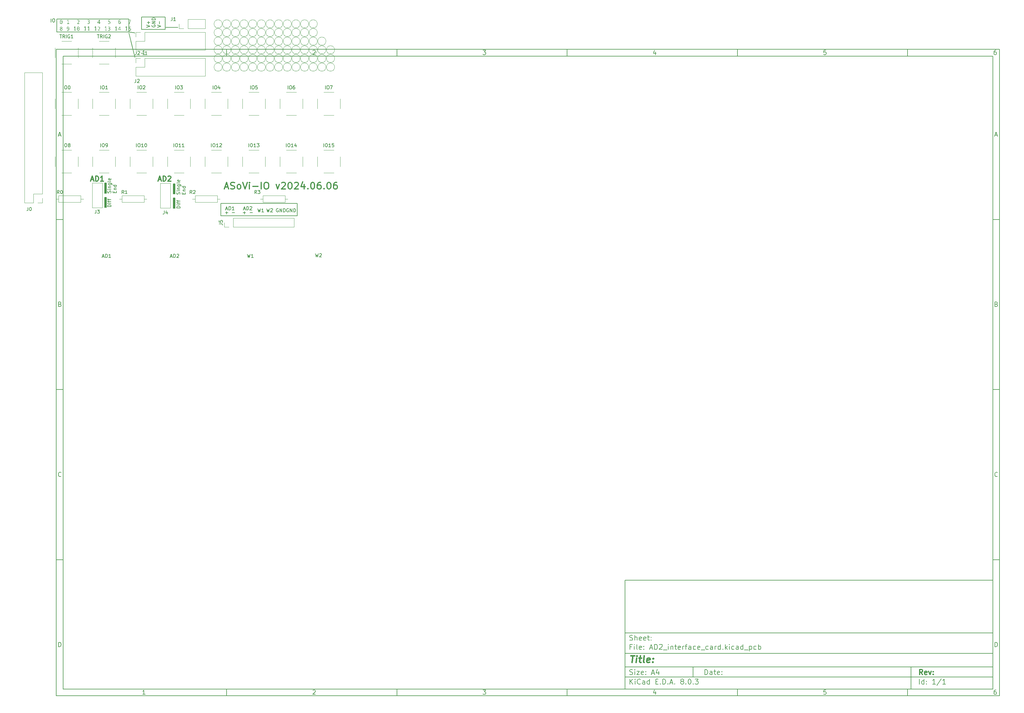
<source format=gbr>
%TF.GenerationSoftware,KiCad,Pcbnew,8.0.3*%
%TF.CreationDate,2024-12-12T12:19:01+09:00*%
%TF.ProjectId,AD2_interface_card,4144325f-696e-4746-9572-666163655f63,rev?*%
%TF.SameCoordinates,Original*%
%TF.FileFunction,Legend,Top*%
%TF.FilePolarity,Positive*%
%FSLAX46Y46*%
G04 Gerber Fmt 4.6, Leading zero omitted, Abs format (unit mm)*
G04 Created by KiCad (PCBNEW 8.0.3) date 2024-12-12 12:19:01*
%MOMM*%
%LPD*%
G01*
G04 APERTURE LIST*
%ADD10C,0.100000*%
%ADD11C,0.150000*%
%ADD12C,0.300000*%
%ADD13C,0.400000*%
%ADD14C,0.120000*%
G04 APERTURE END LIST*
D10*
D11*
X177002200Y-166007200D02*
X285002200Y-166007200D01*
X285002200Y-198007200D01*
X177002200Y-198007200D01*
X177002200Y-166007200D01*
D10*
D11*
X10000000Y-10000000D02*
X287002200Y-10000000D01*
X287002200Y-200007200D01*
X10000000Y-200007200D01*
X10000000Y-10000000D01*
D10*
D11*
X12000000Y-12000000D02*
X285002200Y-12000000D01*
X285002200Y-198007200D01*
X12000000Y-198007200D01*
X12000000Y-12000000D01*
D10*
D11*
X60000000Y-12000000D02*
X60000000Y-10000000D01*
D10*
D11*
X110000000Y-12000000D02*
X110000000Y-10000000D01*
D10*
D11*
X160000000Y-12000000D02*
X160000000Y-10000000D01*
D10*
D11*
X210000000Y-12000000D02*
X210000000Y-10000000D01*
D10*
D11*
X260000000Y-12000000D02*
X260000000Y-10000000D01*
D10*
D11*
X36089160Y-11593604D02*
X35346303Y-11593604D01*
X35717731Y-11593604D02*
X35717731Y-10293604D01*
X35717731Y-10293604D02*
X35593922Y-10479319D01*
X35593922Y-10479319D02*
X35470112Y-10603128D01*
X35470112Y-10603128D02*
X35346303Y-10665033D01*
D10*
D11*
X85346303Y-10417414D02*
X85408207Y-10355509D01*
X85408207Y-10355509D02*
X85532017Y-10293604D01*
X85532017Y-10293604D02*
X85841541Y-10293604D01*
X85841541Y-10293604D02*
X85965350Y-10355509D01*
X85965350Y-10355509D02*
X86027255Y-10417414D01*
X86027255Y-10417414D02*
X86089160Y-10541223D01*
X86089160Y-10541223D02*
X86089160Y-10665033D01*
X86089160Y-10665033D02*
X86027255Y-10850747D01*
X86027255Y-10850747D02*
X85284398Y-11593604D01*
X85284398Y-11593604D02*
X86089160Y-11593604D01*
D10*
D11*
X135284398Y-10293604D02*
X136089160Y-10293604D01*
X136089160Y-10293604D02*
X135655826Y-10788842D01*
X135655826Y-10788842D02*
X135841541Y-10788842D01*
X135841541Y-10788842D02*
X135965350Y-10850747D01*
X135965350Y-10850747D02*
X136027255Y-10912652D01*
X136027255Y-10912652D02*
X136089160Y-11036461D01*
X136089160Y-11036461D02*
X136089160Y-11345985D01*
X136089160Y-11345985D02*
X136027255Y-11469795D01*
X136027255Y-11469795D02*
X135965350Y-11531700D01*
X135965350Y-11531700D02*
X135841541Y-11593604D01*
X135841541Y-11593604D02*
X135470112Y-11593604D01*
X135470112Y-11593604D02*
X135346303Y-11531700D01*
X135346303Y-11531700D02*
X135284398Y-11469795D01*
D10*
D11*
X185965350Y-10726938D02*
X185965350Y-11593604D01*
X185655826Y-10231700D02*
X185346303Y-11160271D01*
X185346303Y-11160271D02*
X186151064Y-11160271D01*
D10*
D11*
X236027255Y-10293604D02*
X235408207Y-10293604D01*
X235408207Y-10293604D02*
X235346303Y-10912652D01*
X235346303Y-10912652D02*
X235408207Y-10850747D01*
X235408207Y-10850747D02*
X235532017Y-10788842D01*
X235532017Y-10788842D02*
X235841541Y-10788842D01*
X235841541Y-10788842D02*
X235965350Y-10850747D01*
X235965350Y-10850747D02*
X236027255Y-10912652D01*
X236027255Y-10912652D02*
X236089160Y-11036461D01*
X236089160Y-11036461D02*
X236089160Y-11345985D01*
X236089160Y-11345985D02*
X236027255Y-11469795D01*
X236027255Y-11469795D02*
X235965350Y-11531700D01*
X235965350Y-11531700D02*
X235841541Y-11593604D01*
X235841541Y-11593604D02*
X235532017Y-11593604D01*
X235532017Y-11593604D02*
X235408207Y-11531700D01*
X235408207Y-11531700D02*
X235346303Y-11469795D01*
D10*
D11*
X285965350Y-10293604D02*
X285717731Y-10293604D01*
X285717731Y-10293604D02*
X285593922Y-10355509D01*
X285593922Y-10355509D02*
X285532017Y-10417414D01*
X285532017Y-10417414D02*
X285408207Y-10603128D01*
X285408207Y-10603128D02*
X285346303Y-10850747D01*
X285346303Y-10850747D02*
X285346303Y-11345985D01*
X285346303Y-11345985D02*
X285408207Y-11469795D01*
X285408207Y-11469795D02*
X285470112Y-11531700D01*
X285470112Y-11531700D02*
X285593922Y-11593604D01*
X285593922Y-11593604D02*
X285841541Y-11593604D01*
X285841541Y-11593604D02*
X285965350Y-11531700D01*
X285965350Y-11531700D02*
X286027255Y-11469795D01*
X286027255Y-11469795D02*
X286089160Y-11345985D01*
X286089160Y-11345985D02*
X286089160Y-11036461D01*
X286089160Y-11036461D02*
X286027255Y-10912652D01*
X286027255Y-10912652D02*
X285965350Y-10850747D01*
X285965350Y-10850747D02*
X285841541Y-10788842D01*
X285841541Y-10788842D02*
X285593922Y-10788842D01*
X285593922Y-10788842D02*
X285470112Y-10850747D01*
X285470112Y-10850747D02*
X285408207Y-10912652D01*
X285408207Y-10912652D02*
X285346303Y-11036461D01*
D10*
D11*
X60000000Y-198007200D02*
X60000000Y-200007200D01*
D10*
D11*
X110000000Y-198007200D02*
X110000000Y-200007200D01*
D10*
D11*
X160000000Y-198007200D02*
X160000000Y-200007200D01*
D10*
D11*
X210000000Y-198007200D02*
X210000000Y-200007200D01*
D10*
D11*
X260000000Y-198007200D02*
X260000000Y-200007200D01*
D10*
D11*
X36089160Y-199600804D02*
X35346303Y-199600804D01*
X35717731Y-199600804D02*
X35717731Y-198300804D01*
X35717731Y-198300804D02*
X35593922Y-198486519D01*
X35593922Y-198486519D02*
X35470112Y-198610328D01*
X35470112Y-198610328D02*
X35346303Y-198672233D01*
D10*
D11*
X85346303Y-198424614D02*
X85408207Y-198362709D01*
X85408207Y-198362709D02*
X85532017Y-198300804D01*
X85532017Y-198300804D02*
X85841541Y-198300804D01*
X85841541Y-198300804D02*
X85965350Y-198362709D01*
X85965350Y-198362709D02*
X86027255Y-198424614D01*
X86027255Y-198424614D02*
X86089160Y-198548423D01*
X86089160Y-198548423D02*
X86089160Y-198672233D01*
X86089160Y-198672233D02*
X86027255Y-198857947D01*
X86027255Y-198857947D02*
X85284398Y-199600804D01*
X85284398Y-199600804D02*
X86089160Y-199600804D01*
D10*
D11*
X135284398Y-198300804D02*
X136089160Y-198300804D01*
X136089160Y-198300804D02*
X135655826Y-198796042D01*
X135655826Y-198796042D02*
X135841541Y-198796042D01*
X135841541Y-198796042D02*
X135965350Y-198857947D01*
X135965350Y-198857947D02*
X136027255Y-198919852D01*
X136027255Y-198919852D02*
X136089160Y-199043661D01*
X136089160Y-199043661D02*
X136089160Y-199353185D01*
X136089160Y-199353185D02*
X136027255Y-199476995D01*
X136027255Y-199476995D02*
X135965350Y-199538900D01*
X135965350Y-199538900D02*
X135841541Y-199600804D01*
X135841541Y-199600804D02*
X135470112Y-199600804D01*
X135470112Y-199600804D02*
X135346303Y-199538900D01*
X135346303Y-199538900D02*
X135284398Y-199476995D01*
D10*
D11*
X185965350Y-198734138D02*
X185965350Y-199600804D01*
X185655826Y-198238900D02*
X185346303Y-199167471D01*
X185346303Y-199167471D02*
X186151064Y-199167471D01*
D10*
D11*
X236027255Y-198300804D02*
X235408207Y-198300804D01*
X235408207Y-198300804D02*
X235346303Y-198919852D01*
X235346303Y-198919852D02*
X235408207Y-198857947D01*
X235408207Y-198857947D02*
X235532017Y-198796042D01*
X235532017Y-198796042D02*
X235841541Y-198796042D01*
X235841541Y-198796042D02*
X235965350Y-198857947D01*
X235965350Y-198857947D02*
X236027255Y-198919852D01*
X236027255Y-198919852D02*
X236089160Y-199043661D01*
X236089160Y-199043661D02*
X236089160Y-199353185D01*
X236089160Y-199353185D02*
X236027255Y-199476995D01*
X236027255Y-199476995D02*
X235965350Y-199538900D01*
X235965350Y-199538900D02*
X235841541Y-199600804D01*
X235841541Y-199600804D02*
X235532017Y-199600804D01*
X235532017Y-199600804D02*
X235408207Y-199538900D01*
X235408207Y-199538900D02*
X235346303Y-199476995D01*
D10*
D11*
X285965350Y-198300804D02*
X285717731Y-198300804D01*
X285717731Y-198300804D02*
X285593922Y-198362709D01*
X285593922Y-198362709D02*
X285532017Y-198424614D01*
X285532017Y-198424614D02*
X285408207Y-198610328D01*
X285408207Y-198610328D02*
X285346303Y-198857947D01*
X285346303Y-198857947D02*
X285346303Y-199353185D01*
X285346303Y-199353185D02*
X285408207Y-199476995D01*
X285408207Y-199476995D02*
X285470112Y-199538900D01*
X285470112Y-199538900D02*
X285593922Y-199600804D01*
X285593922Y-199600804D02*
X285841541Y-199600804D01*
X285841541Y-199600804D02*
X285965350Y-199538900D01*
X285965350Y-199538900D02*
X286027255Y-199476995D01*
X286027255Y-199476995D02*
X286089160Y-199353185D01*
X286089160Y-199353185D02*
X286089160Y-199043661D01*
X286089160Y-199043661D02*
X286027255Y-198919852D01*
X286027255Y-198919852D02*
X285965350Y-198857947D01*
X285965350Y-198857947D02*
X285841541Y-198796042D01*
X285841541Y-198796042D02*
X285593922Y-198796042D01*
X285593922Y-198796042D02*
X285470112Y-198857947D01*
X285470112Y-198857947D02*
X285408207Y-198919852D01*
X285408207Y-198919852D02*
X285346303Y-199043661D01*
D10*
D11*
X10000000Y-60000000D02*
X12000000Y-60000000D01*
D10*
D11*
X10000000Y-110000000D02*
X12000000Y-110000000D01*
D10*
D11*
X10000000Y-160000000D02*
X12000000Y-160000000D01*
D10*
D11*
X10690476Y-35222176D02*
X11309523Y-35222176D01*
X10566666Y-35593604D02*
X10999999Y-34293604D01*
X10999999Y-34293604D02*
X11433333Y-35593604D01*
D10*
D11*
X11092857Y-84912652D02*
X11278571Y-84974557D01*
X11278571Y-84974557D02*
X11340476Y-85036461D01*
X11340476Y-85036461D02*
X11402380Y-85160271D01*
X11402380Y-85160271D02*
X11402380Y-85345985D01*
X11402380Y-85345985D02*
X11340476Y-85469795D01*
X11340476Y-85469795D02*
X11278571Y-85531700D01*
X11278571Y-85531700D02*
X11154761Y-85593604D01*
X11154761Y-85593604D02*
X10659523Y-85593604D01*
X10659523Y-85593604D02*
X10659523Y-84293604D01*
X10659523Y-84293604D02*
X11092857Y-84293604D01*
X11092857Y-84293604D02*
X11216666Y-84355509D01*
X11216666Y-84355509D02*
X11278571Y-84417414D01*
X11278571Y-84417414D02*
X11340476Y-84541223D01*
X11340476Y-84541223D02*
X11340476Y-84665033D01*
X11340476Y-84665033D02*
X11278571Y-84788842D01*
X11278571Y-84788842D02*
X11216666Y-84850747D01*
X11216666Y-84850747D02*
X11092857Y-84912652D01*
X11092857Y-84912652D02*
X10659523Y-84912652D01*
D10*
D11*
X11402380Y-135469795D02*
X11340476Y-135531700D01*
X11340476Y-135531700D02*
X11154761Y-135593604D01*
X11154761Y-135593604D02*
X11030952Y-135593604D01*
X11030952Y-135593604D02*
X10845238Y-135531700D01*
X10845238Y-135531700D02*
X10721428Y-135407890D01*
X10721428Y-135407890D02*
X10659523Y-135284080D01*
X10659523Y-135284080D02*
X10597619Y-135036461D01*
X10597619Y-135036461D02*
X10597619Y-134850747D01*
X10597619Y-134850747D02*
X10659523Y-134603128D01*
X10659523Y-134603128D02*
X10721428Y-134479319D01*
X10721428Y-134479319D02*
X10845238Y-134355509D01*
X10845238Y-134355509D02*
X11030952Y-134293604D01*
X11030952Y-134293604D02*
X11154761Y-134293604D01*
X11154761Y-134293604D02*
X11340476Y-134355509D01*
X11340476Y-134355509D02*
X11402380Y-134417414D01*
D10*
D11*
X10659523Y-185593604D02*
X10659523Y-184293604D01*
X10659523Y-184293604D02*
X10969047Y-184293604D01*
X10969047Y-184293604D02*
X11154761Y-184355509D01*
X11154761Y-184355509D02*
X11278571Y-184479319D01*
X11278571Y-184479319D02*
X11340476Y-184603128D01*
X11340476Y-184603128D02*
X11402380Y-184850747D01*
X11402380Y-184850747D02*
X11402380Y-185036461D01*
X11402380Y-185036461D02*
X11340476Y-185284080D01*
X11340476Y-185284080D02*
X11278571Y-185407890D01*
X11278571Y-185407890D02*
X11154761Y-185531700D01*
X11154761Y-185531700D02*
X10969047Y-185593604D01*
X10969047Y-185593604D02*
X10659523Y-185593604D01*
D10*
D11*
X287002200Y-60000000D02*
X285002200Y-60000000D01*
D10*
D11*
X287002200Y-110000000D02*
X285002200Y-110000000D01*
D10*
D11*
X287002200Y-160000000D02*
X285002200Y-160000000D01*
D10*
D11*
X285692676Y-35222176D02*
X286311723Y-35222176D01*
X285568866Y-35593604D02*
X286002199Y-34293604D01*
X286002199Y-34293604D02*
X286435533Y-35593604D01*
D10*
D11*
X286095057Y-84912652D02*
X286280771Y-84974557D01*
X286280771Y-84974557D02*
X286342676Y-85036461D01*
X286342676Y-85036461D02*
X286404580Y-85160271D01*
X286404580Y-85160271D02*
X286404580Y-85345985D01*
X286404580Y-85345985D02*
X286342676Y-85469795D01*
X286342676Y-85469795D02*
X286280771Y-85531700D01*
X286280771Y-85531700D02*
X286156961Y-85593604D01*
X286156961Y-85593604D02*
X285661723Y-85593604D01*
X285661723Y-85593604D02*
X285661723Y-84293604D01*
X285661723Y-84293604D02*
X286095057Y-84293604D01*
X286095057Y-84293604D02*
X286218866Y-84355509D01*
X286218866Y-84355509D02*
X286280771Y-84417414D01*
X286280771Y-84417414D02*
X286342676Y-84541223D01*
X286342676Y-84541223D02*
X286342676Y-84665033D01*
X286342676Y-84665033D02*
X286280771Y-84788842D01*
X286280771Y-84788842D02*
X286218866Y-84850747D01*
X286218866Y-84850747D02*
X286095057Y-84912652D01*
X286095057Y-84912652D02*
X285661723Y-84912652D01*
D10*
D11*
X286404580Y-135469795D02*
X286342676Y-135531700D01*
X286342676Y-135531700D02*
X286156961Y-135593604D01*
X286156961Y-135593604D02*
X286033152Y-135593604D01*
X286033152Y-135593604D02*
X285847438Y-135531700D01*
X285847438Y-135531700D02*
X285723628Y-135407890D01*
X285723628Y-135407890D02*
X285661723Y-135284080D01*
X285661723Y-135284080D02*
X285599819Y-135036461D01*
X285599819Y-135036461D02*
X285599819Y-134850747D01*
X285599819Y-134850747D02*
X285661723Y-134603128D01*
X285661723Y-134603128D02*
X285723628Y-134479319D01*
X285723628Y-134479319D02*
X285847438Y-134355509D01*
X285847438Y-134355509D02*
X286033152Y-134293604D01*
X286033152Y-134293604D02*
X286156961Y-134293604D01*
X286156961Y-134293604D02*
X286342676Y-134355509D01*
X286342676Y-134355509D02*
X286404580Y-134417414D01*
D10*
D11*
X285661723Y-185593604D02*
X285661723Y-184293604D01*
X285661723Y-184293604D02*
X285971247Y-184293604D01*
X285971247Y-184293604D02*
X286156961Y-184355509D01*
X286156961Y-184355509D02*
X286280771Y-184479319D01*
X286280771Y-184479319D02*
X286342676Y-184603128D01*
X286342676Y-184603128D02*
X286404580Y-184850747D01*
X286404580Y-184850747D02*
X286404580Y-185036461D01*
X286404580Y-185036461D02*
X286342676Y-185284080D01*
X286342676Y-185284080D02*
X286280771Y-185407890D01*
X286280771Y-185407890D02*
X286156961Y-185531700D01*
X286156961Y-185531700D02*
X285971247Y-185593604D01*
X285971247Y-185593604D02*
X285661723Y-185593604D01*
D10*
D11*
X200458026Y-193793328D02*
X200458026Y-192293328D01*
X200458026Y-192293328D02*
X200815169Y-192293328D01*
X200815169Y-192293328D02*
X201029455Y-192364757D01*
X201029455Y-192364757D02*
X201172312Y-192507614D01*
X201172312Y-192507614D02*
X201243741Y-192650471D01*
X201243741Y-192650471D02*
X201315169Y-192936185D01*
X201315169Y-192936185D02*
X201315169Y-193150471D01*
X201315169Y-193150471D02*
X201243741Y-193436185D01*
X201243741Y-193436185D02*
X201172312Y-193579042D01*
X201172312Y-193579042D02*
X201029455Y-193721900D01*
X201029455Y-193721900D02*
X200815169Y-193793328D01*
X200815169Y-193793328D02*
X200458026Y-193793328D01*
X202600884Y-193793328D02*
X202600884Y-193007614D01*
X202600884Y-193007614D02*
X202529455Y-192864757D01*
X202529455Y-192864757D02*
X202386598Y-192793328D01*
X202386598Y-192793328D02*
X202100884Y-192793328D01*
X202100884Y-192793328D02*
X201958026Y-192864757D01*
X202600884Y-193721900D02*
X202458026Y-193793328D01*
X202458026Y-193793328D02*
X202100884Y-193793328D01*
X202100884Y-193793328D02*
X201958026Y-193721900D01*
X201958026Y-193721900D02*
X201886598Y-193579042D01*
X201886598Y-193579042D02*
X201886598Y-193436185D01*
X201886598Y-193436185D02*
X201958026Y-193293328D01*
X201958026Y-193293328D02*
X202100884Y-193221900D01*
X202100884Y-193221900D02*
X202458026Y-193221900D01*
X202458026Y-193221900D02*
X202600884Y-193150471D01*
X203100884Y-192793328D02*
X203672312Y-192793328D01*
X203315169Y-192293328D02*
X203315169Y-193579042D01*
X203315169Y-193579042D02*
X203386598Y-193721900D01*
X203386598Y-193721900D02*
X203529455Y-193793328D01*
X203529455Y-193793328D02*
X203672312Y-193793328D01*
X204743741Y-193721900D02*
X204600884Y-193793328D01*
X204600884Y-193793328D02*
X204315170Y-193793328D01*
X204315170Y-193793328D02*
X204172312Y-193721900D01*
X204172312Y-193721900D02*
X204100884Y-193579042D01*
X204100884Y-193579042D02*
X204100884Y-193007614D01*
X204100884Y-193007614D02*
X204172312Y-192864757D01*
X204172312Y-192864757D02*
X204315170Y-192793328D01*
X204315170Y-192793328D02*
X204600884Y-192793328D01*
X204600884Y-192793328D02*
X204743741Y-192864757D01*
X204743741Y-192864757D02*
X204815170Y-193007614D01*
X204815170Y-193007614D02*
X204815170Y-193150471D01*
X204815170Y-193150471D02*
X204100884Y-193293328D01*
X205458026Y-193650471D02*
X205529455Y-193721900D01*
X205529455Y-193721900D02*
X205458026Y-193793328D01*
X205458026Y-193793328D02*
X205386598Y-193721900D01*
X205386598Y-193721900D02*
X205458026Y-193650471D01*
X205458026Y-193650471D02*
X205458026Y-193793328D01*
X205458026Y-192864757D02*
X205529455Y-192936185D01*
X205529455Y-192936185D02*
X205458026Y-193007614D01*
X205458026Y-193007614D02*
X205386598Y-192936185D01*
X205386598Y-192936185D02*
X205458026Y-192864757D01*
X205458026Y-192864757D02*
X205458026Y-193007614D01*
D10*
D11*
X177002200Y-194507200D02*
X285002200Y-194507200D01*
D10*
D11*
X178458026Y-196593328D02*
X178458026Y-195093328D01*
X179315169Y-196593328D02*
X178672312Y-195736185D01*
X179315169Y-195093328D02*
X178458026Y-195950471D01*
X179958026Y-196593328D02*
X179958026Y-195593328D01*
X179958026Y-195093328D02*
X179886598Y-195164757D01*
X179886598Y-195164757D02*
X179958026Y-195236185D01*
X179958026Y-195236185D02*
X180029455Y-195164757D01*
X180029455Y-195164757D02*
X179958026Y-195093328D01*
X179958026Y-195093328D02*
X179958026Y-195236185D01*
X181529455Y-196450471D02*
X181458027Y-196521900D01*
X181458027Y-196521900D02*
X181243741Y-196593328D01*
X181243741Y-196593328D02*
X181100884Y-196593328D01*
X181100884Y-196593328D02*
X180886598Y-196521900D01*
X180886598Y-196521900D02*
X180743741Y-196379042D01*
X180743741Y-196379042D02*
X180672312Y-196236185D01*
X180672312Y-196236185D02*
X180600884Y-195950471D01*
X180600884Y-195950471D02*
X180600884Y-195736185D01*
X180600884Y-195736185D02*
X180672312Y-195450471D01*
X180672312Y-195450471D02*
X180743741Y-195307614D01*
X180743741Y-195307614D02*
X180886598Y-195164757D01*
X180886598Y-195164757D02*
X181100884Y-195093328D01*
X181100884Y-195093328D02*
X181243741Y-195093328D01*
X181243741Y-195093328D02*
X181458027Y-195164757D01*
X181458027Y-195164757D02*
X181529455Y-195236185D01*
X182815170Y-196593328D02*
X182815170Y-195807614D01*
X182815170Y-195807614D02*
X182743741Y-195664757D01*
X182743741Y-195664757D02*
X182600884Y-195593328D01*
X182600884Y-195593328D02*
X182315170Y-195593328D01*
X182315170Y-195593328D02*
X182172312Y-195664757D01*
X182815170Y-196521900D02*
X182672312Y-196593328D01*
X182672312Y-196593328D02*
X182315170Y-196593328D01*
X182315170Y-196593328D02*
X182172312Y-196521900D01*
X182172312Y-196521900D02*
X182100884Y-196379042D01*
X182100884Y-196379042D02*
X182100884Y-196236185D01*
X182100884Y-196236185D02*
X182172312Y-196093328D01*
X182172312Y-196093328D02*
X182315170Y-196021900D01*
X182315170Y-196021900D02*
X182672312Y-196021900D01*
X182672312Y-196021900D02*
X182815170Y-195950471D01*
X184172313Y-196593328D02*
X184172313Y-195093328D01*
X184172313Y-196521900D02*
X184029455Y-196593328D01*
X184029455Y-196593328D02*
X183743741Y-196593328D01*
X183743741Y-196593328D02*
X183600884Y-196521900D01*
X183600884Y-196521900D02*
X183529455Y-196450471D01*
X183529455Y-196450471D02*
X183458027Y-196307614D01*
X183458027Y-196307614D02*
X183458027Y-195879042D01*
X183458027Y-195879042D02*
X183529455Y-195736185D01*
X183529455Y-195736185D02*
X183600884Y-195664757D01*
X183600884Y-195664757D02*
X183743741Y-195593328D01*
X183743741Y-195593328D02*
X184029455Y-195593328D01*
X184029455Y-195593328D02*
X184172313Y-195664757D01*
X186029455Y-195807614D02*
X186529455Y-195807614D01*
X186743741Y-196593328D02*
X186029455Y-196593328D01*
X186029455Y-196593328D02*
X186029455Y-195093328D01*
X186029455Y-195093328D02*
X186743741Y-195093328D01*
X187386598Y-196450471D02*
X187458027Y-196521900D01*
X187458027Y-196521900D02*
X187386598Y-196593328D01*
X187386598Y-196593328D02*
X187315170Y-196521900D01*
X187315170Y-196521900D02*
X187386598Y-196450471D01*
X187386598Y-196450471D02*
X187386598Y-196593328D01*
X188100884Y-196593328D02*
X188100884Y-195093328D01*
X188100884Y-195093328D02*
X188458027Y-195093328D01*
X188458027Y-195093328D02*
X188672313Y-195164757D01*
X188672313Y-195164757D02*
X188815170Y-195307614D01*
X188815170Y-195307614D02*
X188886599Y-195450471D01*
X188886599Y-195450471D02*
X188958027Y-195736185D01*
X188958027Y-195736185D02*
X188958027Y-195950471D01*
X188958027Y-195950471D02*
X188886599Y-196236185D01*
X188886599Y-196236185D02*
X188815170Y-196379042D01*
X188815170Y-196379042D02*
X188672313Y-196521900D01*
X188672313Y-196521900D02*
X188458027Y-196593328D01*
X188458027Y-196593328D02*
X188100884Y-196593328D01*
X189600884Y-196450471D02*
X189672313Y-196521900D01*
X189672313Y-196521900D02*
X189600884Y-196593328D01*
X189600884Y-196593328D02*
X189529456Y-196521900D01*
X189529456Y-196521900D02*
X189600884Y-196450471D01*
X189600884Y-196450471D02*
X189600884Y-196593328D01*
X190243742Y-196164757D02*
X190958028Y-196164757D01*
X190100885Y-196593328D02*
X190600885Y-195093328D01*
X190600885Y-195093328D02*
X191100885Y-196593328D01*
X191600884Y-196450471D02*
X191672313Y-196521900D01*
X191672313Y-196521900D02*
X191600884Y-196593328D01*
X191600884Y-196593328D02*
X191529456Y-196521900D01*
X191529456Y-196521900D02*
X191600884Y-196450471D01*
X191600884Y-196450471D02*
X191600884Y-196593328D01*
X193672313Y-195736185D02*
X193529456Y-195664757D01*
X193529456Y-195664757D02*
X193458027Y-195593328D01*
X193458027Y-195593328D02*
X193386599Y-195450471D01*
X193386599Y-195450471D02*
X193386599Y-195379042D01*
X193386599Y-195379042D02*
X193458027Y-195236185D01*
X193458027Y-195236185D02*
X193529456Y-195164757D01*
X193529456Y-195164757D02*
X193672313Y-195093328D01*
X193672313Y-195093328D02*
X193958027Y-195093328D01*
X193958027Y-195093328D02*
X194100885Y-195164757D01*
X194100885Y-195164757D02*
X194172313Y-195236185D01*
X194172313Y-195236185D02*
X194243742Y-195379042D01*
X194243742Y-195379042D02*
X194243742Y-195450471D01*
X194243742Y-195450471D02*
X194172313Y-195593328D01*
X194172313Y-195593328D02*
X194100885Y-195664757D01*
X194100885Y-195664757D02*
X193958027Y-195736185D01*
X193958027Y-195736185D02*
X193672313Y-195736185D01*
X193672313Y-195736185D02*
X193529456Y-195807614D01*
X193529456Y-195807614D02*
X193458027Y-195879042D01*
X193458027Y-195879042D02*
X193386599Y-196021900D01*
X193386599Y-196021900D02*
X193386599Y-196307614D01*
X193386599Y-196307614D02*
X193458027Y-196450471D01*
X193458027Y-196450471D02*
X193529456Y-196521900D01*
X193529456Y-196521900D02*
X193672313Y-196593328D01*
X193672313Y-196593328D02*
X193958027Y-196593328D01*
X193958027Y-196593328D02*
X194100885Y-196521900D01*
X194100885Y-196521900D02*
X194172313Y-196450471D01*
X194172313Y-196450471D02*
X194243742Y-196307614D01*
X194243742Y-196307614D02*
X194243742Y-196021900D01*
X194243742Y-196021900D02*
X194172313Y-195879042D01*
X194172313Y-195879042D02*
X194100885Y-195807614D01*
X194100885Y-195807614D02*
X193958027Y-195736185D01*
X194886598Y-196450471D02*
X194958027Y-196521900D01*
X194958027Y-196521900D02*
X194886598Y-196593328D01*
X194886598Y-196593328D02*
X194815170Y-196521900D01*
X194815170Y-196521900D02*
X194886598Y-196450471D01*
X194886598Y-196450471D02*
X194886598Y-196593328D01*
X195886599Y-195093328D02*
X196029456Y-195093328D01*
X196029456Y-195093328D02*
X196172313Y-195164757D01*
X196172313Y-195164757D02*
X196243742Y-195236185D01*
X196243742Y-195236185D02*
X196315170Y-195379042D01*
X196315170Y-195379042D02*
X196386599Y-195664757D01*
X196386599Y-195664757D02*
X196386599Y-196021900D01*
X196386599Y-196021900D02*
X196315170Y-196307614D01*
X196315170Y-196307614D02*
X196243742Y-196450471D01*
X196243742Y-196450471D02*
X196172313Y-196521900D01*
X196172313Y-196521900D02*
X196029456Y-196593328D01*
X196029456Y-196593328D02*
X195886599Y-196593328D01*
X195886599Y-196593328D02*
X195743742Y-196521900D01*
X195743742Y-196521900D02*
X195672313Y-196450471D01*
X195672313Y-196450471D02*
X195600884Y-196307614D01*
X195600884Y-196307614D02*
X195529456Y-196021900D01*
X195529456Y-196021900D02*
X195529456Y-195664757D01*
X195529456Y-195664757D02*
X195600884Y-195379042D01*
X195600884Y-195379042D02*
X195672313Y-195236185D01*
X195672313Y-195236185D02*
X195743742Y-195164757D01*
X195743742Y-195164757D02*
X195886599Y-195093328D01*
X197029455Y-196450471D02*
X197100884Y-196521900D01*
X197100884Y-196521900D02*
X197029455Y-196593328D01*
X197029455Y-196593328D02*
X196958027Y-196521900D01*
X196958027Y-196521900D02*
X197029455Y-196450471D01*
X197029455Y-196450471D02*
X197029455Y-196593328D01*
X197600884Y-195093328D02*
X198529456Y-195093328D01*
X198529456Y-195093328D02*
X198029456Y-195664757D01*
X198029456Y-195664757D02*
X198243741Y-195664757D01*
X198243741Y-195664757D02*
X198386599Y-195736185D01*
X198386599Y-195736185D02*
X198458027Y-195807614D01*
X198458027Y-195807614D02*
X198529456Y-195950471D01*
X198529456Y-195950471D02*
X198529456Y-196307614D01*
X198529456Y-196307614D02*
X198458027Y-196450471D01*
X198458027Y-196450471D02*
X198386599Y-196521900D01*
X198386599Y-196521900D02*
X198243741Y-196593328D01*
X198243741Y-196593328D02*
X197815170Y-196593328D01*
X197815170Y-196593328D02*
X197672313Y-196521900D01*
X197672313Y-196521900D02*
X197600884Y-196450471D01*
D10*
D11*
X177002200Y-191507200D02*
X285002200Y-191507200D01*
D10*
D12*
X264413853Y-193785528D02*
X263913853Y-193071242D01*
X263556710Y-193785528D02*
X263556710Y-192285528D01*
X263556710Y-192285528D02*
X264128139Y-192285528D01*
X264128139Y-192285528D02*
X264270996Y-192356957D01*
X264270996Y-192356957D02*
X264342425Y-192428385D01*
X264342425Y-192428385D02*
X264413853Y-192571242D01*
X264413853Y-192571242D02*
X264413853Y-192785528D01*
X264413853Y-192785528D02*
X264342425Y-192928385D01*
X264342425Y-192928385D02*
X264270996Y-192999814D01*
X264270996Y-192999814D02*
X264128139Y-193071242D01*
X264128139Y-193071242D02*
X263556710Y-193071242D01*
X265628139Y-193714100D02*
X265485282Y-193785528D01*
X265485282Y-193785528D02*
X265199568Y-193785528D01*
X265199568Y-193785528D02*
X265056710Y-193714100D01*
X265056710Y-193714100D02*
X264985282Y-193571242D01*
X264985282Y-193571242D02*
X264985282Y-192999814D01*
X264985282Y-192999814D02*
X265056710Y-192856957D01*
X265056710Y-192856957D02*
X265199568Y-192785528D01*
X265199568Y-192785528D02*
X265485282Y-192785528D01*
X265485282Y-192785528D02*
X265628139Y-192856957D01*
X265628139Y-192856957D02*
X265699568Y-192999814D01*
X265699568Y-192999814D02*
X265699568Y-193142671D01*
X265699568Y-193142671D02*
X264985282Y-193285528D01*
X266199567Y-192785528D02*
X266556710Y-193785528D01*
X266556710Y-193785528D02*
X266913853Y-192785528D01*
X267485281Y-193642671D02*
X267556710Y-193714100D01*
X267556710Y-193714100D02*
X267485281Y-193785528D01*
X267485281Y-193785528D02*
X267413853Y-193714100D01*
X267413853Y-193714100D02*
X267485281Y-193642671D01*
X267485281Y-193642671D02*
X267485281Y-193785528D01*
X267485281Y-192856957D02*
X267556710Y-192928385D01*
X267556710Y-192928385D02*
X267485281Y-192999814D01*
X267485281Y-192999814D02*
X267413853Y-192928385D01*
X267413853Y-192928385D02*
X267485281Y-192856957D01*
X267485281Y-192856957D02*
X267485281Y-192999814D01*
D10*
D11*
X178386598Y-193721900D02*
X178600884Y-193793328D01*
X178600884Y-193793328D02*
X178958026Y-193793328D01*
X178958026Y-193793328D02*
X179100884Y-193721900D01*
X179100884Y-193721900D02*
X179172312Y-193650471D01*
X179172312Y-193650471D02*
X179243741Y-193507614D01*
X179243741Y-193507614D02*
X179243741Y-193364757D01*
X179243741Y-193364757D02*
X179172312Y-193221900D01*
X179172312Y-193221900D02*
X179100884Y-193150471D01*
X179100884Y-193150471D02*
X178958026Y-193079042D01*
X178958026Y-193079042D02*
X178672312Y-193007614D01*
X178672312Y-193007614D02*
X178529455Y-192936185D01*
X178529455Y-192936185D02*
X178458026Y-192864757D01*
X178458026Y-192864757D02*
X178386598Y-192721900D01*
X178386598Y-192721900D02*
X178386598Y-192579042D01*
X178386598Y-192579042D02*
X178458026Y-192436185D01*
X178458026Y-192436185D02*
X178529455Y-192364757D01*
X178529455Y-192364757D02*
X178672312Y-192293328D01*
X178672312Y-192293328D02*
X179029455Y-192293328D01*
X179029455Y-192293328D02*
X179243741Y-192364757D01*
X179886597Y-193793328D02*
X179886597Y-192793328D01*
X179886597Y-192293328D02*
X179815169Y-192364757D01*
X179815169Y-192364757D02*
X179886597Y-192436185D01*
X179886597Y-192436185D02*
X179958026Y-192364757D01*
X179958026Y-192364757D02*
X179886597Y-192293328D01*
X179886597Y-192293328D02*
X179886597Y-192436185D01*
X180458026Y-192793328D02*
X181243741Y-192793328D01*
X181243741Y-192793328D02*
X180458026Y-193793328D01*
X180458026Y-193793328D02*
X181243741Y-193793328D01*
X182386598Y-193721900D02*
X182243741Y-193793328D01*
X182243741Y-193793328D02*
X181958027Y-193793328D01*
X181958027Y-193793328D02*
X181815169Y-193721900D01*
X181815169Y-193721900D02*
X181743741Y-193579042D01*
X181743741Y-193579042D02*
X181743741Y-193007614D01*
X181743741Y-193007614D02*
X181815169Y-192864757D01*
X181815169Y-192864757D02*
X181958027Y-192793328D01*
X181958027Y-192793328D02*
X182243741Y-192793328D01*
X182243741Y-192793328D02*
X182386598Y-192864757D01*
X182386598Y-192864757D02*
X182458027Y-193007614D01*
X182458027Y-193007614D02*
X182458027Y-193150471D01*
X182458027Y-193150471D02*
X181743741Y-193293328D01*
X183100883Y-193650471D02*
X183172312Y-193721900D01*
X183172312Y-193721900D02*
X183100883Y-193793328D01*
X183100883Y-193793328D02*
X183029455Y-193721900D01*
X183029455Y-193721900D02*
X183100883Y-193650471D01*
X183100883Y-193650471D02*
X183100883Y-193793328D01*
X183100883Y-192864757D02*
X183172312Y-192936185D01*
X183172312Y-192936185D02*
X183100883Y-193007614D01*
X183100883Y-193007614D02*
X183029455Y-192936185D01*
X183029455Y-192936185D02*
X183100883Y-192864757D01*
X183100883Y-192864757D02*
X183100883Y-193007614D01*
X184886598Y-193364757D02*
X185600884Y-193364757D01*
X184743741Y-193793328D02*
X185243741Y-192293328D01*
X185243741Y-192293328D02*
X185743741Y-193793328D01*
X186886598Y-192793328D02*
X186886598Y-193793328D01*
X186529455Y-192221900D02*
X186172312Y-193293328D01*
X186172312Y-193293328D02*
X187100883Y-193293328D01*
D10*
D11*
X263458026Y-196593328D02*
X263458026Y-195093328D01*
X264815170Y-196593328D02*
X264815170Y-195093328D01*
X264815170Y-196521900D02*
X264672312Y-196593328D01*
X264672312Y-196593328D02*
X264386598Y-196593328D01*
X264386598Y-196593328D02*
X264243741Y-196521900D01*
X264243741Y-196521900D02*
X264172312Y-196450471D01*
X264172312Y-196450471D02*
X264100884Y-196307614D01*
X264100884Y-196307614D02*
X264100884Y-195879042D01*
X264100884Y-195879042D02*
X264172312Y-195736185D01*
X264172312Y-195736185D02*
X264243741Y-195664757D01*
X264243741Y-195664757D02*
X264386598Y-195593328D01*
X264386598Y-195593328D02*
X264672312Y-195593328D01*
X264672312Y-195593328D02*
X264815170Y-195664757D01*
X265529455Y-196450471D02*
X265600884Y-196521900D01*
X265600884Y-196521900D02*
X265529455Y-196593328D01*
X265529455Y-196593328D02*
X265458027Y-196521900D01*
X265458027Y-196521900D02*
X265529455Y-196450471D01*
X265529455Y-196450471D02*
X265529455Y-196593328D01*
X265529455Y-195664757D02*
X265600884Y-195736185D01*
X265600884Y-195736185D02*
X265529455Y-195807614D01*
X265529455Y-195807614D02*
X265458027Y-195736185D01*
X265458027Y-195736185D02*
X265529455Y-195664757D01*
X265529455Y-195664757D02*
X265529455Y-195807614D01*
X268172313Y-196593328D02*
X267315170Y-196593328D01*
X267743741Y-196593328D02*
X267743741Y-195093328D01*
X267743741Y-195093328D02*
X267600884Y-195307614D01*
X267600884Y-195307614D02*
X267458027Y-195450471D01*
X267458027Y-195450471D02*
X267315170Y-195521900D01*
X269886598Y-195021900D02*
X268600884Y-196950471D01*
X271172313Y-196593328D02*
X270315170Y-196593328D01*
X270743741Y-196593328D02*
X270743741Y-195093328D01*
X270743741Y-195093328D02*
X270600884Y-195307614D01*
X270600884Y-195307614D02*
X270458027Y-195450471D01*
X270458027Y-195450471D02*
X270315170Y-195521900D01*
D10*
D11*
X177002200Y-187507200D02*
X285002200Y-187507200D01*
D10*
D13*
X178693928Y-188211638D02*
X179836785Y-188211638D01*
X179015357Y-190211638D02*
X179265357Y-188211638D01*
X180253452Y-190211638D02*
X180420119Y-188878304D01*
X180503452Y-188211638D02*
X180396309Y-188306876D01*
X180396309Y-188306876D02*
X180479643Y-188402114D01*
X180479643Y-188402114D02*
X180586786Y-188306876D01*
X180586786Y-188306876D02*
X180503452Y-188211638D01*
X180503452Y-188211638D02*
X180479643Y-188402114D01*
X181086786Y-188878304D02*
X181848690Y-188878304D01*
X181455833Y-188211638D02*
X181241548Y-189925923D01*
X181241548Y-189925923D02*
X181312976Y-190116400D01*
X181312976Y-190116400D02*
X181491548Y-190211638D01*
X181491548Y-190211638D02*
X181682024Y-190211638D01*
X182634405Y-190211638D02*
X182455833Y-190116400D01*
X182455833Y-190116400D02*
X182384405Y-189925923D01*
X182384405Y-189925923D02*
X182598690Y-188211638D01*
X184170119Y-190116400D02*
X183967738Y-190211638D01*
X183967738Y-190211638D02*
X183586785Y-190211638D01*
X183586785Y-190211638D02*
X183408214Y-190116400D01*
X183408214Y-190116400D02*
X183336785Y-189925923D01*
X183336785Y-189925923D02*
X183432024Y-189164019D01*
X183432024Y-189164019D02*
X183551071Y-188973542D01*
X183551071Y-188973542D02*
X183753452Y-188878304D01*
X183753452Y-188878304D02*
X184134404Y-188878304D01*
X184134404Y-188878304D02*
X184312976Y-188973542D01*
X184312976Y-188973542D02*
X184384404Y-189164019D01*
X184384404Y-189164019D02*
X184360595Y-189354495D01*
X184360595Y-189354495D02*
X183384404Y-189544971D01*
X185134405Y-190021161D02*
X185217738Y-190116400D01*
X185217738Y-190116400D02*
X185110595Y-190211638D01*
X185110595Y-190211638D02*
X185027262Y-190116400D01*
X185027262Y-190116400D02*
X185134405Y-190021161D01*
X185134405Y-190021161D02*
X185110595Y-190211638D01*
X185265357Y-188973542D02*
X185348690Y-189068780D01*
X185348690Y-189068780D02*
X185241548Y-189164019D01*
X185241548Y-189164019D02*
X185158214Y-189068780D01*
X185158214Y-189068780D02*
X185265357Y-188973542D01*
X185265357Y-188973542D02*
X185241548Y-189164019D01*
D10*
D11*
X178958026Y-185607614D02*
X178458026Y-185607614D01*
X178458026Y-186393328D02*
X178458026Y-184893328D01*
X178458026Y-184893328D02*
X179172312Y-184893328D01*
X179743740Y-186393328D02*
X179743740Y-185393328D01*
X179743740Y-184893328D02*
X179672312Y-184964757D01*
X179672312Y-184964757D02*
X179743740Y-185036185D01*
X179743740Y-185036185D02*
X179815169Y-184964757D01*
X179815169Y-184964757D02*
X179743740Y-184893328D01*
X179743740Y-184893328D02*
X179743740Y-185036185D01*
X180672312Y-186393328D02*
X180529455Y-186321900D01*
X180529455Y-186321900D02*
X180458026Y-186179042D01*
X180458026Y-186179042D02*
X180458026Y-184893328D01*
X181815169Y-186321900D02*
X181672312Y-186393328D01*
X181672312Y-186393328D02*
X181386598Y-186393328D01*
X181386598Y-186393328D02*
X181243740Y-186321900D01*
X181243740Y-186321900D02*
X181172312Y-186179042D01*
X181172312Y-186179042D02*
X181172312Y-185607614D01*
X181172312Y-185607614D02*
X181243740Y-185464757D01*
X181243740Y-185464757D02*
X181386598Y-185393328D01*
X181386598Y-185393328D02*
X181672312Y-185393328D01*
X181672312Y-185393328D02*
X181815169Y-185464757D01*
X181815169Y-185464757D02*
X181886598Y-185607614D01*
X181886598Y-185607614D02*
X181886598Y-185750471D01*
X181886598Y-185750471D02*
X181172312Y-185893328D01*
X182529454Y-186250471D02*
X182600883Y-186321900D01*
X182600883Y-186321900D02*
X182529454Y-186393328D01*
X182529454Y-186393328D02*
X182458026Y-186321900D01*
X182458026Y-186321900D02*
X182529454Y-186250471D01*
X182529454Y-186250471D02*
X182529454Y-186393328D01*
X182529454Y-185464757D02*
X182600883Y-185536185D01*
X182600883Y-185536185D02*
X182529454Y-185607614D01*
X182529454Y-185607614D02*
X182458026Y-185536185D01*
X182458026Y-185536185D02*
X182529454Y-185464757D01*
X182529454Y-185464757D02*
X182529454Y-185607614D01*
X184315169Y-185964757D02*
X185029455Y-185964757D01*
X184172312Y-186393328D02*
X184672312Y-184893328D01*
X184672312Y-184893328D02*
X185172312Y-186393328D01*
X185672311Y-186393328D02*
X185672311Y-184893328D01*
X185672311Y-184893328D02*
X186029454Y-184893328D01*
X186029454Y-184893328D02*
X186243740Y-184964757D01*
X186243740Y-184964757D02*
X186386597Y-185107614D01*
X186386597Y-185107614D02*
X186458026Y-185250471D01*
X186458026Y-185250471D02*
X186529454Y-185536185D01*
X186529454Y-185536185D02*
X186529454Y-185750471D01*
X186529454Y-185750471D02*
X186458026Y-186036185D01*
X186458026Y-186036185D02*
X186386597Y-186179042D01*
X186386597Y-186179042D02*
X186243740Y-186321900D01*
X186243740Y-186321900D02*
X186029454Y-186393328D01*
X186029454Y-186393328D02*
X185672311Y-186393328D01*
X187100883Y-185036185D02*
X187172311Y-184964757D01*
X187172311Y-184964757D02*
X187315169Y-184893328D01*
X187315169Y-184893328D02*
X187672311Y-184893328D01*
X187672311Y-184893328D02*
X187815169Y-184964757D01*
X187815169Y-184964757D02*
X187886597Y-185036185D01*
X187886597Y-185036185D02*
X187958026Y-185179042D01*
X187958026Y-185179042D02*
X187958026Y-185321900D01*
X187958026Y-185321900D02*
X187886597Y-185536185D01*
X187886597Y-185536185D02*
X187029454Y-186393328D01*
X187029454Y-186393328D02*
X187958026Y-186393328D01*
X188243740Y-186536185D02*
X189386597Y-186536185D01*
X189743739Y-186393328D02*
X189743739Y-185393328D01*
X189743739Y-184893328D02*
X189672311Y-184964757D01*
X189672311Y-184964757D02*
X189743739Y-185036185D01*
X189743739Y-185036185D02*
X189815168Y-184964757D01*
X189815168Y-184964757D02*
X189743739Y-184893328D01*
X189743739Y-184893328D02*
X189743739Y-185036185D01*
X190458025Y-185393328D02*
X190458025Y-186393328D01*
X190458025Y-185536185D02*
X190529454Y-185464757D01*
X190529454Y-185464757D02*
X190672311Y-185393328D01*
X190672311Y-185393328D02*
X190886597Y-185393328D01*
X190886597Y-185393328D02*
X191029454Y-185464757D01*
X191029454Y-185464757D02*
X191100883Y-185607614D01*
X191100883Y-185607614D02*
X191100883Y-186393328D01*
X191600883Y-185393328D02*
X192172311Y-185393328D01*
X191815168Y-184893328D02*
X191815168Y-186179042D01*
X191815168Y-186179042D02*
X191886597Y-186321900D01*
X191886597Y-186321900D02*
X192029454Y-186393328D01*
X192029454Y-186393328D02*
X192172311Y-186393328D01*
X193243740Y-186321900D02*
X193100883Y-186393328D01*
X193100883Y-186393328D02*
X192815169Y-186393328D01*
X192815169Y-186393328D02*
X192672311Y-186321900D01*
X192672311Y-186321900D02*
X192600883Y-186179042D01*
X192600883Y-186179042D02*
X192600883Y-185607614D01*
X192600883Y-185607614D02*
X192672311Y-185464757D01*
X192672311Y-185464757D02*
X192815169Y-185393328D01*
X192815169Y-185393328D02*
X193100883Y-185393328D01*
X193100883Y-185393328D02*
X193243740Y-185464757D01*
X193243740Y-185464757D02*
X193315169Y-185607614D01*
X193315169Y-185607614D02*
X193315169Y-185750471D01*
X193315169Y-185750471D02*
X192600883Y-185893328D01*
X193958025Y-186393328D02*
X193958025Y-185393328D01*
X193958025Y-185679042D02*
X194029454Y-185536185D01*
X194029454Y-185536185D02*
X194100883Y-185464757D01*
X194100883Y-185464757D02*
X194243740Y-185393328D01*
X194243740Y-185393328D02*
X194386597Y-185393328D01*
X194672311Y-185393328D02*
X195243739Y-185393328D01*
X194886596Y-186393328D02*
X194886596Y-185107614D01*
X194886596Y-185107614D02*
X194958025Y-184964757D01*
X194958025Y-184964757D02*
X195100882Y-184893328D01*
X195100882Y-184893328D02*
X195243739Y-184893328D01*
X196386597Y-186393328D02*
X196386597Y-185607614D01*
X196386597Y-185607614D02*
X196315168Y-185464757D01*
X196315168Y-185464757D02*
X196172311Y-185393328D01*
X196172311Y-185393328D02*
X195886597Y-185393328D01*
X195886597Y-185393328D02*
X195743739Y-185464757D01*
X196386597Y-186321900D02*
X196243739Y-186393328D01*
X196243739Y-186393328D02*
X195886597Y-186393328D01*
X195886597Y-186393328D02*
X195743739Y-186321900D01*
X195743739Y-186321900D02*
X195672311Y-186179042D01*
X195672311Y-186179042D02*
X195672311Y-186036185D01*
X195672311Y-186036185D02*
X195743739Y-185893328D01*
X195743739Y-185893328D02*
X195886597Y-185821900D01*
X195886597Y-185821900D02*
X196243739Y-185821900D01*
X196243739Y-185821900D02*
X196386597Y-185750471D01*
X197743740Y-186321900D02*
X197600882Y-186393328D01*
X197600882Y-186393328D02*
X197315168Y-186393328D01*
X197315168Y-186393328D02*
X197172311Y-186321900D01*
X197172311Y-186321900D02*
X197100882Y-186250471D01*
X197100882Y-186250471D02*
X197029454Y-186107614D01*
X197029454Y-186107614D02*
X197029454Y-185679042D01*
X197029454Y-185679042D02*
X197100882Y-185536185D01*
X197100882Y-185536185D02*
X197172311Y-185464757D01*
X197172311Y-185464757D02*
X197315168Y-185393328D01*
X197315168Y-185393328D02*
X197600882Y-185393328D01*
X197600882Y-185393328D02*
X197743740Y-185464757D01*
X198958025Y-186321900D02*
X198815168Y-186393328D01*
X198815168Y-186393328D02*
X198529454Y-186393328D01*
X198529454Y-186393328D02*
X198386596Y-186321900D01*
X198386596Y-186321900D02*
X198315168Y-186179042D01*
X198315168Y-186179042D02*
X198315168Y-185607614D01*
X198315168Y-185607614D02*
X198386596Y-185464757D01*
X198386596Y-185464757D02*
X198529454Y-185393328D01*
X198529454Y-185393328D02*
X198815168Y-185393328D01*
X198815168Y-185393328D02*
X198958025Y-185464757D01*
X198958025Y-185464757D02*
X199029454Y-185607614D01*
X199029454Y-185607614D02*
X199029454Y-185750471D01*
X199029454Y-185750471D02*
X198315168Y-185893328D01*
X199315168Y-186536185D02*
X200458025Y-186536185D01*
X201458025Y-186321900D02*
X201315167Y-186393328D01*
X201315167Y-186393328D02*
X201029453Y-186393328D01*
X201029453Y-186393328D02*
X200886596Y-186321900D01*
X200886596Y-186321900D02*
X200815167Y-186250471D01*
X200815167Y-186250471D02*
X200743739Y-186107614D01*
X200743739Y-186107614D02*
X200743739Y-185679042D01*
X200743739Y-185679042D02*
X200815167Y-185536185D01*
X200815167Y-185536185D02*
X200886596Y-185464757D01*
X200886596Y-185464757D02*
X201029453Y-185393328D01*
X201029453Y-185393328D02*
X201315167Y-185393328D01*
X201315167Y-185393328D02*
X201458025Y-185464757D01*
X202743739Y-186393328D02*
X202743739Y-185607614D01*
X202743739Y-185607614D02*
X202672310Y-185464757D01*
X202672310Y-185464757D02*
X202529453Y-185393328D01*
X202529453Y-185393328D02*
X202243739Y-185393328D01*
X202243739Y-185393328D02*
X202100881Y-185464757D01*
X202743739Y-186321900D02*
X202600881Y-186393328D01*
X202600881Y-186393328D02*
X202243739Y-186393328D01*
X202243739Y-186393328D02*
X202100881Y-186321900D01*
X202100881Y-186321900D02*
X202029453Y-186179042D01*
X202029453Y-186179042D02*
X202029453Y-186036185D01*
X202029453Y-186036185D02*
X202100881Y-185893328D01*
X202100881Y-185893328D02*
X202243739Y-185821900D01*
X202243739Y-185821900D02*
X202600881Y-185821900D01*
X202600881Y-185821900D02*
X202743739Y-185750471D01*
X203458024Y-186393328D02*
X203458024Y-185393328D01*
X203458024Y-185679042D02*
X203529453Y-185536185D01*
X203529453Y-185536185D02*
X203600882Y-185464757D01*
X203600882Y-185464757D02*
X203743739Y-185393328D01*
X203743739Y-185393328D02*
X203886596Y-185393328D01*
X205029453Y-186393328D02*
X205029453Y-184893328D01*
X205029453Y-186321900D02*
X204886595Y-186393328D01*
X204886595Y-186393328D02*
X204600881Y-186393328D01*
X204600881Y-186393328D02*
X204458024Y-186321900D01*
X204458024Y-186321900D02*
X204386595Y-186250471D01*
X204386595Y-186250471D02*
X204315167Y-186107614D01*
X204315167Y-186107614D02*
X204315167Y-185679042D01*
X204315167Y-185679042D02*
X204386595Y-185536185D01*
X204386595Y-185536185D02*
X204458024Y-185464757D01*
X204458024Y-185464757D02*
X204600881Y-185393328D01*
X204600881Y-185393328D02*
X204886595Y-185393328D01*
X204886595Y-185393328D02*
X205029453Y-185464757D01*
X205743738Y-186250471D02*
X205815167Y-186321900D01*
X205815167Y-186321900D02*
X205743738Y-186393328D01*
X205743738Y-186393328D02*
X205672310Y-186321900D01*
X205672310Y-186321900D02*
X205743738Y-186250471D01*
X205743738Y-186250471D02*
X205743738Y-186393328D01*
X206458024Y-186393328D02*
X206458024Y-184893328D01*
X206600882Y-185821900D02*
X207029453Y-186393328D01*
X207029453Y-185393328D02*
X206458024Y-185964757D01*
X207672310Y-186393328D02*
X207672310Y-185393328D01*
X207672310Y-184893328D02*
X207600882Y-184964757D01*
X207600882Y-184964757D02*
X207672310Y-185036185D01*
X207672310Y-185036185D02*
X207743739Y-184964757D01*
X207743739Y-184964757D02*
X207672310Y-184893328D01*
X207672310Y-184893328D02*
X207672310Y-185036185D01*
X209029454Y-186321900D02*
X208886596Y-186393328D01*
X208886596Y-186393328D02*
X208600882Y-186393328D01*
X208600882Y-186393328D02*
X208458025Y-186321900D01*
X208458025Y-186321900D02*
X208386596Y-186250471D01*
X208386596Y-186250471D02*
X208315168Y-186107614D01*
X208315168Y-186107614D02*
X208315168Y-185679042D01*
X208315168Y-185679042D02*
X208386596Y-185536185D01*
X208386596Y-185536185D02*
X208458025Y-185464757D01*
X208458025Y-185464757D02*
X208600882Y-185393328D01*
X208600882Y-185393328D02*
X208886596Y-185393328D01*
X208886596Y-185393328D02*
X209029454Y-185464757D01*
X210315168Y-186393328D02*
X210315168Y-185607614D01*
X210315168Y-185607614D02*
X210243739Y-185464757D01*
X210243739Y-185464757D02*
X210100882Y-185393328D01*
X210100882Y-185393328D02*
X209815168Y-185393328D01*
X209815168Y-185393328D02*
X209672310Y-185464757D01*
X210315168Y-186321900D02*
X210172310Y-186393328D01*
X210172310Y-186393328D02*
X209815168Y-186393328D01*
X209815168Y-186393328D02*
X209672310Y-186321900D01*
X209672310Y-186321900D02*
X209600882Y-186179042D01*
X209600882Y-186179042D02*
X209600882Y-186036185D01*
X209600882Y-186036185D02*
X209672310Y-185893328D01*
X209672310Y-185893328D02*
X209815168Y-185821900D01*
X209815168Y-185821900D02*
X210172310Y-185821900D01*
X210172310Y-185821900D02*
X210315168Y-185750471D01*
X211672311Y-186393328D02*
X211672311Y-184893328D01*
X211672311Y-186321900D02*
X211529453Y-186393328D01*
X211529453Y-186393328D02*
X211243739Y-186393328D01*
X211243739Y-186393328D02*
X211100882Y-186321900D01*
X211100882Y-186321900D02*
X211029453Y-186250471D01*
X211029453Y-186250471D02*
X210958025Y-186107614D01*
X210958025Y-186107614D02*
X210958025Y-185679042D01*
X210958025Y-185679042D02*
X211029453Y-185536185D01*
X211029453Y-185536185D02*
X211100882Y-185464757D01*
X211100882Y-185464757D02*
X211243739Y-185393328D01*
X211243739Y-185393328D02*
X211529453Y-185393328D01*
X211529453Y-185393328D02*
X211672311Y-185464757D01*
X212029454Y-186536185D02*
X213172311Y-186536185D01*
X213529453Y-185393328D02*
X213529453Y-186893328D01*
X213529453Y-185464757D02*
X213672311Y-185393328D01*
X213672311Y-185393328D02*
X213958025Y-185393328D01*
X213958025Y-185393328D02*
X214100882Y-185464757D01*
X214100882Y-185464757D02*
X214172311Y-185536185D01*
X214172311Y-185536185D02*
X214243739Y-185679042D01*
X214243739Y-185679042D02*
X214243739Y-186107614D01*
X214243739Y-186107614D02*
X214172311Y-186250471D01*
X214172311Y-186250471D02*
X214100882Y-186321900D01*
X214100882Y-186321900D02*
X213958025Y-186393328D01*
X213958025Y-186393328D02*
X213672311Y-186393328D01*
X213672311Y-186393328D02*
X213529453Y-186321900D01*
X215529454Y-186321900D02*
X215386596Y-186393328D01*
X215386596Y-186393328D02*
X215100882Y-186393328D01*
X215100882Y-186393328D02*
X214958025Y-186321900D01*
X214958025Y-186321900D02*
X214886596Y-186250471D01*
X214886596Y-186250471D02*
X214815168Y-186107614D01*
X214815168Y-186107614D02*
X214815168Y-185679042D01*
X214815168Y-185679042D02*
X214886596Y-185536185D01*
X214886596Y-185536185D02*
X214958025Y-185464757D01*
X214958025Y-185464757D02*
X215100882Y-185393328D01*
X215100882Y-185393328D02*
X215386596Y-185393328D01*
X215386596Y-185393328D02*
X215529454Y-185464757D01*
X216172310Y-186393328D02*
X216172310Y-184893328D01*
X216172310Y-185464757D02*
X216315168Y-185393328D01*
X216315168Y-185393328D02*
X216600882Y-185393328D01*
X216600882Y-185393328D02*
X216743739Y-185464757D01*
X216743739Y-185464757D02*
X216815168Y-185536185D01*
X216815168Y-185536185D02*
X216886596Y-185679042D01*
X216886596Y-185679042D02*
X216886596Y-186107614D01*
X216886596Y-186107614D02*
X216815168Y-186250471D01*
X216815168Y-186250471D02*
X216743739Y-186321900D01*
X216743739Y-186321900D02*
X216600882Y-186393328D01*
X216600882Y-186393328D02*
X216315168Y-186393328D01*
X216315168Y-186393328D02*
X216172310Y-186321900D01*
D10*
D11*
X177002200Y-181507200D02*
X285002200Y-181507200D01*
D10*
D11*
X178386598Y-183621900D02*
X178600884Y-183693328D01*
X178600884Y-183693328D02*
X178958026Y-183693328D01*
X178958026Y-183693328D02*
X179100884Y-183621900D01*
X179100884Y-183621900D02*
X179172312Y-183550471D01*
X179172312Y-183550471D02*
X179243741Y-183407614D01*
X179243741Y-183407614D02*
X179243741Y-183264757D01*
X179243741Y-183264757D02*
X179172312Y-183121900D01*
X179172312Y-183121900D02*
X179100884Y-183050471D01*
X179100884Y-183050471D02*
X178958026Y-182979042D01*
X178958026Y-182979042D02*
X178672312Y-182907614D01*
X178672312Y-182907614D02*
X178529455Y-182836185D01*
X178529455Y-182836185D02*
X178458026Y-182764757D01*
X178458026Y-182764757D02*
X178386598Y-182621900D01*
X178386598Y-182621900D02*
X178386598Y-182479042D01*
X178386598Y-182479042D02*
X178458026Y-182336185D01*
X178458026Y-182336185D02*
X178529455Y-182264757D01*
X178529455Y-182264757D02*
X178672312Y-182193328D01*
X178672312Y-182193328D02*
X179029455Y-182193328D01*
X179029455Y-182193328D02*
X179243741Y-182264757D01*
X179886597Y-183693328D02*
X179886597Y-182193328D01*
X180529455Y-183693328D02*
X180529455Y-182907614D01*
X180529455Y-182907614D02*
X180458026Y-182764757D01*
X180458026Y-182764757D02*
X180315169Y-182693328D01*
X180315169Y-182693328D02*
X180100883Y-182693328D01*
X180100883Y-182693328D02*
X179958026Y-182764757D01*
X179958026Y-182764757D02*
X179886597Y-182836185D01*
X181815169Y-183621900D02*
X181672312Y-183693328D01*
X181672312Y-183693328D02*
X181386598Y-183693328D01*
X181386598Y-183693328D02*
X181243740Y-183621900D01*
X181243740Y-183621900D02*
X181172312Y-183479042D01*
X181172312Y-183479042D02*
X181172312Y-182907614D01*
X181172312Y-182907614D02*
X181243740Y-182764757D01*
X181243740Y-182764757D02*
X181386598Y-182693328D01*
X181386598Y-182693328D02*
X181672312Y-182693328D01*
X181672312Y-182693328D02*
X181815169Y-182764757D01*
X181815169Y-182764757D02*
X181886598Y-182907614D01*
X181886598Y-182907614D02*
X181886598Y-183050471D01*
X181886598Y-183050471D02*
X181172312Y-183193328D01*
X183100883Y-183621900D02*
X182958026Y-183693328D01*
X182958026Y-183693328D02*
X182672312Y-183693328D01*
X182672312Y-183693328D02*
X182529454Y-183621900D01*
X182529454Y-183621900D02*
X182458026Y-183479042D01*
X182458026Y-183479042D02*
X182458026Y-182907614D01*
X182458026Y-182907614D02*
X182529454Y-182764757D01*
X182529454Y-182764757D02*
X182672312Y-182693328D01*
X182672312Y-182693328D02*
X182958026Y-182693328D01*
X182958026Y-182693328D02*
X183100883Y-182764757D01*
X183100883Y-182764757D02*
X183172312Y-182907614D01*
X183172312Y-182907614D02*
X183172312Y-183050471D01*
X183172312Y-183050471D02*
X182458026Y-183193328D01*
X183600883Y-182693328D02*
X184172311Y-182693328D01*
X183815168Y-182193328D02*
X183815168Y-183479042D01*
X183815168Y-183479042D02*
X183886597Y-183621900D01*
X183886597Y-183621900D02*
X184029454Y-183693328D01*
X184029454Y-183693328D02*
X184172311Y-183693328D01*
X184672311Y-183550471D02*
X184743740Y-183621900D01*
X184743740Y-183621900D02*
X184672311Y-183693328D01*
X184672311Y-183693328D02*
X184600883Y-183621900D01*
X184600883Y-183621900D02*
X184672311Y-183550471D01*
X184672311Y-183550471D02*
X184672311Y-183693328D01*
X184672311Y-182764757D02*
X184743740Y-182836185D01*
X184743740Y-182836185D02*
X184672311Y-182907614D01*
X184672311Y-182907614D02*
X184600883Y-182836185D01*
X184600883Y-182836185D02*
X184672311Y-182764757D01*
X184672311Y-182764757D02*
X184672311Y-182907614D01*
D10*
D11*
X197002200Y-191507200D02*
X197002200Y-194507200D01*
D10*
D11*
X261002200Y-191507200D02*
X261002200Y-198007200D01*
X24200000Y-49300000D02*
X24700000Y-49300000D01*
X24700000Y-52300000D01*
X24200000Y-52300000D01*
X24200000Y-49300000D01*
G36*
X24200000Y-49300000D02*
G01*
X24700000Y-49300000D01*
X24700000Y-52300000D01*
X24200000Y-52300000D01*
X24200000Y-49300000D01*
G37*
X42100000Y-3540000D02*
X45700000Y-3540000D01*
X31300000Y-5140000D02*
X33100000Y-12340000D01*
X10100000Y-1140000D02*
X31300000Y-1140000D01*
X31300000Y-4940000D01*
X10100000Y-4940000D01*
X10100000Y-1140000D01*
X58300000Y-55340000D02*
X80700000Y-55340000D01*
X80700000Y-58940000D01*
X58300000Y-58940000D01*
X58300000Y-55340000D01*
X24200000Y-53500000D02*
X24700000Y-53500000D01*
X24700000Y-56500000D01*
X24200000Y-56500000D01*
X24200000Y-53500000D01*
G36*
X24200000Y-53500000D02*
G01*
X24700000Y-53500000D01*
X24700000Y-56500000D01*
X24200000Y-56500000D01*
X24200000Y-53500000D01*
G37*
X35000000Y-540000D02*
X42000000Y-540000D01*
X42000000Y-4140000D01*
X35000000Y-4140000D01*
X35000000Y-540000D01*
X31300000Y-4940000D02*
X33100000Y-5140000D01*
X44300000Y-53700000D02*
X44800000Y-53700000D01*
X44800000Y-56700000D01*
X44300000Y-56700000D01*
X44300000Y-53700000D01*
G36*
X44300000Y-53700000D02*
G01*
X44800000Y-53700000D01*
X44800000Y-56700000D01*
X44300000Y-56700000D01*
X44300000Y-53700000D01*
G37*
X44300000Y-49500000D02*
X44800000Y-49500000D01*
X44800000Y-52500000D01*
X44300000Y-52500000D01*
X44300000Y-49500000D01*
G36*
X44300000Y-49500000D02*
G01*
X44800000Y-49500000D01*
X44800000Y-52500000D01*
X44300000Y-52500000D01*
X44300000Y-49500000D01*
G37*
X71741541Y-56809819D02*
X71979636Y-57809819D01*
X71979636Y-57809819D02*
X72170112Y-57095533D01*
X72170112Y-57095533D02*
X72360588Y-57809819D01*
X72360588Y-57809819D02*
X72598684Y-56809819D01*
X72932017Y-56905057D02*
X72979636Y-56857438D01*
X72979636Y-56857438D02*
X73074874Y-56809819D01*
X73074874Y-56809819D02*
X73312969Y-56809819D01*
X73312969Y-56809819D02*
X73408207Y-56857438D01*
X73408207Y-56857438D02*
X73455826Y-56905057D01*
X73455826Y-56905057D02*
X73503445Y-57000295D01*
X73503445Y-57000295D02*
X73503445Y-57095533D01*
X73503445Y-57095533D02*
X73455826Y-57238390D01*
X73455826Y-57238390D02*
X72884398Y-57809819D01*
X72884398Y-57809819D02*
X73503445Y-57809819D01*
X59636779Y-58028866D02*
X60398684Y-58028866D01*
X60017731Y-58409819D02*
X60017731Y-57647914D01*
X61636779Y-58028866D02*
X62398684Y-58028866D01*
X69141541Y-56809819D02*
X69379636Y-57809819D01*
X69379636Y-57809819D02*
X69570112Y-57095533D01*
X69570112Y-57095533D02*
X69760588Y-57809819D01*
X69760588Y-57809819D02*
X69998684Y-56809819D01*
X70903445Y-57809819D02*
X70332017Y-57809819D01*
X70617731Y-57809819D02*
X70617731Y-56809819D01*
X70617731Y-56809819D02*
X70522493Y-56952676D01*
X70522493Y-56952676D02*
X70427255Y-57047914D01*
X70427255Y-57047914D02*
X70332017Y-57095533D01*
D12*
X59478320Y-50508209D02*
X60430701Y-50508209D01*
X59287844Y-51079638D02*
X59954510Y-49079638D01*
X59954510Y-49079638D02*
X60621177Y-51079638D01*
X61192606Y-50984400D02*
X61478320Y-51079638D01*
X61478320Y-51079638D02*
X61954511Y-51079638D01*
X61954511Y-51079638D02*
X62144987Y-50984400D01*
X62144987Y-50984400D02*
X62240225Y-50889161D01*
X62240225Y-50889161D02*
X62335463Y-50698685D01*
X62335463Y-50698685D02*
X62335463Y-50508209D01*
X62335463Y-50508209D02*
X62240225Y-50317733D01*
X62240225Y-50317733D02*
X62144987Y-50222495D01*
X62144987Y-50222495D02*
X61954511Y-50127257D01*
X61954511Y-50127257D02*
X61573558Y-50032019D01*
X61573558Y-50032019D02*
X61383082Y-49936780D01*
X61383082Y-49936780D02*
X61287844Y-49841542D01*
X61287844Y-49841542D02*
X61192606Y-49651066D01*
X61192606Y-49651066D02*
X61192606Y-49460590D01*
X61192606Y-49460590D02*
X61287844Y-49270114D01*
X61287844Y-49270114D02*
X61383082Y-49174876D01*
X61383082Y-49174876D02*
X61573558Y-49079638D01*
X61573558Y-49079638D02*
X62049749Y-49079638D01*
X62049749Y-49079638D02*
X62335463Y-49174876D01*
X63478320Y-51079638D02*
X63287844Y-50984400D01*
X63287844Y-50984400D02*
X63192606Y-50889161D01*
X63192606Y-50889161D02*
X63097368Y-50698685D01*
X63097368Y-50698685D02*
X63097368Y-50127257D01*
X63097368Y-50127257D02*
X63192606Y-49936780D01*
X63192606Y-49936780D02*
X63287844Y-49841542D01*
X63287844Y-49841542D02*
X63478320Y-49746304D01*
X63478320Y-49746304D02*
X63764035Y-49746304D01*
X63764035Y-49746304D02*
X63954511Y-49841542D01*
X63954511Y-49841542D02*
X64049749Y-49936780D01*
X64049749Y-49936780D02*
X64144987Y-50127257D01*
X64144987Y-50127257D02*
X64144987Y-50698685D01*
X64144987Y-50698685D02*
X64049749Y-50889161D01*
X64049749Y-50889161D02*
X63954511Y-50984400D01*
X63954511Y-50984400D02*
X63764035Y-51079638D01*
X63764035Y-51079638D02*
X63478320Y-51079638D01*
X64716416Y-49079638D02*
X65383082Y-51079638D01*
X65383082Y-51079638D02*
X66049749Y-49079638D01*
X66716416Y-51079638D02*
X66716416Y-49746304D01*
X66716416Y-49079638D02*
X66621178Y-49174876D01*
X66621178Y-49174876D02*
X66716416Y-49270114D01*
X66716416Y-49270114D02*
X66811654Y-49174876D01*
X66811654Y-49174876D02*
X66716416Y-49079638D01*
X66716416Y-49079638D02*
X66716416Y-49270114D01*
X67668797Y-50317733D02*
X69192607Y-50317733D01*
X70144987Y-51079638D02*
X70144987Y-49079638D01*
X71478320Y-49079638D02*
X71859273Y-49079638D01*
X71859273Y-49079638D02*
X72049749Y-49174876D01*
X72049749Y-49174876D02*
X72240225Y-49365352D01*
X72240225Y-49365352D02*
X72335463Y-49746304D01*
X72335463Y-49746304D02*
X72335463Y-50412971D01*
X72335463Y-50412971D02*
X72240225Y-50793923D01*
X72240225Y-50793923D02*
X72049749Y-50984400D01*
X72049749Y-50984400D02*
X71859273Y-51079638D01*
X71859273Y-51079638D02*
X71478320Y-51079638D01*
X71478320Y-51079638D02*
X71287844Y-50984400D01*
X71287844Y-50984400D02*
X71097368Y-50793923D01*
X71097368Y-50793923D02*
X71002130Y-50412971D01*
X71002130Y-50412971D02*
X71002130Y-49746304D01*
X71002130Y-49746304D02*
X71097368Y-49365352D01*
X71097368Y-49365352D02*
X71287844Y-49174876D01*
X71287844Y-49174876D02*
X71478320Y-49079638D01*
X74525940Y-49746304D02*
X75002130Y-51079638D01*
X75002130Y-51079638D02*
X75478321Y-49746304D01*
X76144988Y-49270114D02*
X76240226Y-49174876D01*
X76240226Y-49174876D02*
X76430702Y-49079638D01*
X76430702Y-49079638D02*
X76906893Y-49079638D01*
X76906893Y-49079638D02*
X77097369Y-49174876D01*
X77097369Y-49174876D02*
X77192607Y-49270114D01*
X77192607Y-49270114D02*
X77287845Y-49460590D01*
X77287845Y-49460590D02*
X77287845Y-49651066D01*
X77287845Y-49651066D02*
X77192607Y-49936780D01*
X77192607Y-49936780D02*
X76049750Y-51079638D01*
X76049750Y-51079638D02*
X77287845Y-51079638D01*
X78525940Y-49079638D02*
X78716417Y-49079638D01*
X78716417Y-49079638D02*
X78906893Y-49174876D01*
X78906893Y-49174876D02*
X79002131Y-49270114D01*
X79002131Y-49270114D02*
X79097369Y-49460590D01*
X79097369Y-49460590D02*
X79192607Y-49841542D01*
X79192607Y-49841542D02*
X79192607Y-50317733D01*
X79192607Y-50317733D02*
X79097369Y-50698685D01*
X79097369Y-50698685D02*
X79002131Y-50889161D01*
X79002131Y-50889161D02*
X78906893Y-50984400D01*
X78906893Y-50984400D02*
X78716417Y-51079638D01*
X78716417Y-51079638D02*
X78525940Y-51079638D01*
X78525940Y-51079638D02*
X78335464Y-50984400D01*
X78335464Y-50984400D02*
X78240226Y-50889161D01*
X78240226Y-50889161D02*
X78144988Y-50698685D01*
X78144988Y-50698685D02*
X78049750Y-50317733D01*
X78049750Y-50317733D02*
X78049750Y-49841542D01*
X78049750Y-49841542D02*
X78144988Y-49460590D01*
X78144988Y-49460590D02*
X78240226Y-49270114D01*
X78240226Y-49270114D02*
X78335464Y-49174876D01*
X78335464Y-49174876D02*
X78525940Y-49079638D01*
X79954512Y-49270114D02*
X80049750Y-49174876D01*
X80049750Y-49174876D02*
X80240226Y-49079638D01*
X80240226Y-49079638D02*
X80716417Y-49079638D01*
X80716417Y-49079638D02*
X80906893Y-49174876D01*
X80906893Y-49174876D02*
X81002131Y-49270114D01*
X81002131Y-49270114D02*
X81097369Y-49460590D01*
X81097369Y-49460590D02*
X81097369Y-49651066D01*
X81097369Y-49651066D02*
X81002131Y-49936780D01*
X81002131Y-49936780D02*
X79859274Y-51079638D01*
X79859274Y-51079638D02*
X81097369Y-51079638D01*
X82811655Y-49746304D02*
X82811655Y-51079638D01*
X82335464Y-48984400D02*
X81859274Y-50412971D01*
X81859274Y-50412971D02*
X83097369Y-50412971D01*
X83859274Y-50889161D02*
X83954512Y-50984400D01*
X83954512Y-50984400D02*
X83859274Y-51079638D01*
X83859274Y-51079638D02*
X83764036Y-50984400D01*
X83764036Y-50984400D02*
X83859274Y-50889161D01*
X83859274Y-50889161D02*
X83859274Y-51079638D01*
X85192607Y-49079638D02*
X85383084Y-49079638D01*
X85383084Y-49079638D02*
X85573560Y-49174876D01*
X85573560Y-49174876D02*
X85668798Y-49270114D01*
X85668798Y-49270114D02*
X85764036Y-49460590D01*
X85764036Y-49460590D02*
X85859274Y-49841542D01*
X85859274Y-49841542D02*
X85859274Y-50317733D01*
X85859274Y-50317733D02*
X85764036Y-50698685D01*
X85764036Y-50698685D02*
X85668798Y-50889161D01*
X85668798Y-50889161D02*
X85573560Y-50984400D01*
X85573560Y-50984400D02*
X85383084Y-51079638D01*
X85383084Y-51079638D02*
X85192607Y-51079638D01*
X85192607Y-51079638D02*
X85002131Y-50984400D01*
X85002131Y-50984400D02*
X84906893Y-50889161D01*
X84906893Y-50889161D02*
X84811655Y-50698685D01*
X84811655Y-50698685D02*
X84716417Y-50317733D01*
X84716417Y-50317733D02*
X84716417Y-49841542D01*
X84716417Y-49841542D02*
X84811655Y-49460590D01*
X84811655Y-49460590D02*
X84906893Y-49270114D01*
X84906893Y-49270114D02*
X85002131Y-49174876D01*
X85002131Y-49174876D02*
X85192607Y-49079638D01*
X87573560Y-49079638D02*
X87192607Y-49079638D01*
X87192607Y-49079638D02*
X87002131Y-49174876D01*
X87002131Y-49174876D02*
X86906893Y-49270114D01*
X86906893Y-49270114D02*
X86716417Y-49555828D01*
X86716417Y-49555828D02*
X86621179Y-49936780D01*
X86621179Y-49936780D02*
X86621179Y-50698685D01*
X86621179Y-50698685D02*
X86716417Y-50889161D01*
X86716417Y-50889161D02*
X86811655Y-50984400D01*
X86811655Y-50984400D02*
X87002131Y-51079638D01*
X87002131Y-51079638D02*
X87383084Y-51079638D01*
X87383084Y-51079638D02*
X87573560Y-50984400D01*
X87573560Y-50984400D02*
X87668798Y-50889161D01*
X87668798Y-50889161D02*
X87764036Y-50698685D01*
X87764036Y-50698685D02*
X87764036Y-50222495D01*
X87764036Y-50222495D02*
X87668798Y-50032019D01*
X87668798Y-50032019D02*
X87573560Y-49936780D01*
X87573560Y-49936780D02*
X87383084Y-49841542D01*
X87383084Y-49841542D02*
X87002131Y-49841542D01*
X87002131Y-49841542D02*
X86811655Y-49936780D01*
X86811655Y-49936780D02*
X86716417Y-50032019D01*
X86716417Y-50032019D02*
X86621179Y-50222495D01*
X88621179Y-50889161D02*
X88716417Y-50984400D01*
X88716417Y-50984400D02*
X88621179Y-51079638D01*
X88621179Y-51079638D02*
X88525941Y-50984400D01*
X88525941Y-50984400D02*
X88621179Y-50889161D01*
X88621179Y-50889161D02*
X88621179Y-51079638D01*
X89954512Y-49079638D02*
X90144989Y-49079638D01*
X90144989Y-49079638D02*
X90335465Y-49174876D01*
X90335465Y-49174876D02*
X90430703Y-49270114D01*
X90430703Y-49270114D02*
X90525941Y-49460590D01*
X90525941Y-49460590D02*
X90621179Y-49841542D01*
X90621179Y-49841542D02*
X90621179Y-50317733D01*
X90621179Y-50317733D02*
X90525941Y-50698685D01*
X90525941Y-50698685D02*
X90430703Y-50889161D01*
X90430703Y-50889161D02*
X90335465Y-50984400D01*
X90335465Y-50984400D02*
X90144989Y-51079638D01*
X90144989Y-51079638D02*
X89954512Y-51079638D01*
X89954512Y-51079638D02*
X89764036Y-50984400D01*
X89764036Y-50984400D02*
X89668798Y-50889161D01*
X89668798Y-50889161D02*
X89573560Y-50698685D01*
X89573560Y-50698685D02*
X89478322Y-50317733D01*
X89478322Y-50317733D02*
X89478322Y-49841542D01*
X89478322Y-49841542D02*
X89573560Y-49460590D01*
X89573560Y-49460590D02*
X89668798Y-49270114D01*
X89668798Y-49270114D02*
X89764036Y-49174876D01*
X89764036Y-49174876D02*
X89954512Y-49079638D01*
X92335465Y-49079638D02*
X91954512Y-49079638D01*
X91954512Y-49079638D02*
X91764036Y-49174876D01*
X91764036Y-49174876D02*
X91668798Y-49270114D01*
X91668798Y-49270114D02*
X91478322Y-49555828D01*
X91478322Y-49555828D02*
X91383084Y-49936780D01*
X91383084Y-49936780D02*
X91383084Y-50698685D01*
X91383084Y-50698685D02*
X91478322Y-50889161D01*
X91478322Y-50889161D02*
X91573560Y-50984400D01*
X91573560Y-50984400D02*
X91764036Y-51079638D01*
X91764036Y-51079638D02*
X92144989Y-51079638D01*
X92144989Y-51079638D02*
X92335465Y-50984400D01*
X92335465Y-50984400D02*
X92430703Y-50889161D01*
X92430703Y-50889161D02*
X92525941Y-50698685D01*
X92525941Y-50698685D02*
X92525941Y-50222495D01*
X92525941Y-50222495D02*
X92430703Y-50032019D01*
X92430703Y-50032019D02*
X92335465Y-49936780D01*
X92335465Y-49936780D02*
X92144989Y-49841542D01*
X92144989Y-49841542D02*
X91764036Y-49841542D01*
X91764036Y-49841542D02*
X91573560Y-49936780D01*
X91573560Y-49936780D02*
X91478322Y-50032019D01*
X91478322Y-50032019D02*
X91383084Y-50222495D01*
D11*
X64836779Y-58028866D02*
X65598684Y-58028866D01*
X65217731Y-58409819D02*
X65217731Y-57647914D01*
X66836779Y-58028866D02*
X67598684Y-58028866D01*
G36*
X11467970Y-1820711D02*
G01*
X11497055Y-1841786D01*
X11528845Y-1893484D01*
X11533105Y-1925903D01*
X11518908Y-1984659D01*
X11496762Y-2014417D01*
X11445745Y-2045901D01*
X11409420Y-2051053D01*
X11352267Y-2036742D01*
X11323251Y-2014417D01*
X11292523Y-1962530D01*
X11287494Y-1925903D01*
X11302515Y-1866548D01*
X11322372Y-1841200D01*
X11375729Y-1811219D01*
X11409420Y-1807201D01*
X11467970Y-1820711D01*
G37*
G36*
X11478889Y-1343798D02*
G01*
X11539136Y-1360429D01*
X11593387Y-1388147D01*
X11641640Y-1426952D01*
X11683897Y-1476844D01*
X11696650Y-1495938D01*
X11725274Y-1548327D01*
X11749046Y-1606941D01*
X11767966Y-1671780D01*
X11782036Y-1742845D01*
X11789798Y-1804179D01*
X11794455Y-1869497D01*
X11796008Y-1938799D01*
X11794501Y-2006105D01*
X11789981Y-2069829D01*
X11782448Y-2129973D01*
X11768794Y-2200116D01*
X11750431Y-2264663D01*
X11727360Y-2323615D01*
X11699581Y-2376971D01*
X11660113Y-2431953D01*
X11614030Y-2475560D01*
X11561332Y-2507790D01*
X11502019Y-2528646D01*
X11436090Y-2538125D01*
X11412644Y-2538757D01*
X11346678Y-2533224D01*
X11286606Y-2516624D01*
X11232427Y-2488958D01*
X11184143Y-2450225D01*
X11141752Y-2400426D01*
X11128932Y-2381367D01*
X11100224Y-2329063D01*
X11076381Y-2270519D01*
X11057405Y-2205736D01*
X11043294Y-2134713D01*
X11035509Y-2073401D01*
X11030838Y-2008097D01*
X11029281Y-1938799D01*
X11029294Y-1938213D01*
X11173775Y-1938213D01*
X11174695Y-1999332D01*
X11178435Y-2069780D01*
X11185051Y-2133616D01*
X11196787Y-2201492D01*
X11212666Y-2259847D01*
X11232686Y-2308681D01*
X11266044Y-2360100D01*
X11312898Y-2400386D01*
X11369630Y-2422078D01*
X11412937Y-2426210D01*
X11476536Y-2416983D01*
X11530166Y-2389301D01*
X11573827Y-2343165D01*
X11593775Y-2309560D01*
X11616730Y-2251920D01*
X11631918Y-2191998D01*
X11642963Y-2122371D01*
X11649004Y-2056933D01*
X11652168Y-1984755D01*
X11652686Y-1938213D01*
X11651766Y-1876435D01*
X11648026Y-1805369D01*
X11641410Y-1741143D01*
X11629674Y-1673103D01*
X11613795Y-1614913D01*
X11593775Y-1566573D01*
X11560381Y-1515923D01*
X11513397Y-1476240D01*
X11456444Y-1454872D01*
X11412937Y-1450802D01*
X11350001Y-1460192D01*
X11296708Y-1488360D01*
X11253061Y-1535308D01*
X11232979Y-1569504D01*
X11209910Y-1627719D01*
X11194647Y-1687620D01*
X11183546Y-1756753D01*
X11177475Y-1821416D01*
X11174295Y-1892491D01*
X11173775Y-1938213D01*
X11029294Y-1938213D01*
X11030792Y-1871356D01*
X11035326Y-1807513D01*
X11042882Y-1747269D01*
X11056578Y-1677025D01*
X11074996Y-1612406D01*
X11098137Y-1553412D01*
X11126001Y-1500041D01*
X11165637Y-1445059D01*
X11211785Y-1401453D01*
X11264445Y-1369222D01*
X11323618Y-1348367D01*
X11389302Y-1338887D01*
X11412644Y-1338255D01*
X11478889Y-1343798D01*
G37*
G36*
X13763824Y-2520000D02*
G01*
X13152142Y-2520000D01*
X13152142Y-2407452D01*
X13398632Y-2407452D01*
X13398632Y-1485680D01*
X13166210Y-1600865D01*
X13166210Y-1463112D01*
X13417683Y-1338255D01*
X13533747Y-1338255D01*
X13533747Y-2407452D01*
X13763824Y-2407452D01*
X13763824Y-2520000D01*
G37*
G36*
X16758046Y-2520000D02*
G01*
X16118520Y-2520000D01*
X16118520Y-2426210D01*
X16162578Y-2376786D01*
X16203638Y-2330510D01*
X16253720Y-2273705D01*
X16298471Y-2222497D01*
X16337892Y-2176884D01*
X16379672Y-2127739D01*
X16418813Y-2080306D01*
X16433886Y-2061311D01*
X16472617Y-2008166D01*
X16507035Y-1953583D01*
X16537140Y-1897563D01*
X16552002Y-1865819D01*
X16573963Y-1808352D01*
X16588736Y-1751023D01*
X16596722Y-1687487D01*
X16597431Y-1662121D01*
X16590470Y-1599536D01*
X16566998Y-1542480D01*
X16538520Y-1507369D01*
X16487660Y-1472898D01*
X16429306Y-1455277D01*
X16373217Y-1450802D01*
X16310418Y-1457452D01*
X16249248Y-1472784D01*
X16187479Y-1493886D01*
X16153984Y-1507076D01*
X16134933Y-1394528D01*
X16189977Y-1372602D01*
X16254223Y-1354137D01*
X16319899Y-1342706D01*
X16378537Y-1338475D01*
X16395491Y-1338255D01*
X16460691Y-1342462D01*
X16520113Y-1355085D01*
X16580947Y-1379814D01*
X16634235Y-1415535D01*
X16646378Y-1426182D01*
X16688052Y-1473681D01*
X16717819Y-1528545D01*
X16735679Y-1590771D01*
X16741539Y-1651261D01*
X16741632Y-1660362D01*
X16737738Y-1719103D01*
X16726053Y-1777612D01*
X16706578Y-1835888D01*
X16692393Y-1868164D01*
X16662658Y-1925405D01*
X16628519Y-1981395D01*
X16594474Y-2030112D01*
X16566657Y-2066001D01*
X16526233Y-2114697D01*
X16480511Y-2168024D01*
X16434601Y-2220633D01*
X16392762Y-2268068D01*
X16346380Y-2320257D01*
X16295456Y-2377199D01*
X16268290Y-2407452D01*
X16758046Y-2407452D01*
X16758046Y-2520000D01*
G37*
G36*
X19552672Y-1890439D02*
G01*
X19609179Y-1911008D01*
X19664134Y-1943054D01*
X19710845Y-1984774D01*
X19723251Y-1999176D01*
X19757255Y-2050341D01*
X19778664Y-2105284D01*
X19787480Y-2164006D01*
X19787732Y-2176203D01*
X19782009Y-2241052D01*
X19764843Y-2301217D01*
X19736232Y-2356697D01*
X19696177Y-2407494D01*
X19668150Y-2434417D01*
X19613786Y-2475073D01*
X19555326Y-2505743D01*
X19492771Y-2526428D01*
X19426121Y-2537127D01*
X19386196Y-2538757D01*
X19327047Y-2536065D01*
X19262815Y-2526393D01*
X19202172Y-2509686D01*
X19145120Y-2485946D01*
X19138241Y-2482484D01*
X19164619Y-2369937D01*
X19221754Y-2394556D01*
X19278558Y-2412142D01*
X19342070Y-2423517D01*
X19391179Y-2426210D01*
X19454090Y-2419742D01*
X19510934Y-2400336D01*
X19561710Y-2367993D01*
X19571137Y-2359972D01*
X19610550Y-2314668D01*
X19637044Y-2256240D01*
X19645802Y-2195309D01*
X19645875Y-2188806D01*
X19638061Y-2128287D01*
X19611416Y-2070444D01*
X19570784Y-2025794D01*
X19565861Y-2021744D01*
X19510941Y-1987741D01*
X19452801Y-1967906D01*
X19394192Y-1958838D01*
X19354249Y-1957264D01*
X19318785Y-1957264D01*
X19318785Y-1844717D01*
X19328750Y-1844717D01*
X19389420Y-1841017D01*
X19451018Y-1828008D01*
X19505567Y-1805633D01*
X19538018Y-1785512D01*
X19581449Y-1744291D01*
X19610644Y-1689624D01*
X19620296Y-1631453D01*
X19620376Y-1625191D01*
X19610557Y-1564604D01*
X19578019Y-1512448D01*
X19560879Y-1497110D01*
X19505423Y-1467128D01*
X19447013Y-1453696D01*
X19397920Y-1450802D01*
X19333566Y-1457452D01*
X19270734Y-1475037D01*
X19210662Y-1500261D01*
X19196859Y-1507076D01*
X19178688Y-1394528D01*
X19234796Y-1369909D01*
X19291161Y-1352323D01*
X19354879Y-1340948D01*
X19404661Y-1338255D01*
X19470127Y-1342126D01*
X19530348Y-1353738D01*
X19592749Y-1376490D01*
X19648299Y-1409352D01*
X19661116Y-1419148D01*
X19705355Y-1462342D01*
X19740015Y-1517855D01*
X19758678Y-1580694D01*
X19762233Y-1626657D01*
X19754960Y-1685520D01*
X19733141Y-1741613D01*
X19700683Y-1790202D01*
X19655557Y-1835706D01*
X19604404Y-1867842D01*
X19552672Y-1885457D01*
X19552672Y-1890439D01*
G37*
G36*
X22739748Y-2144842D02*
G01*
X22883363Y-2144842D01*
X22883363Y-2257390D01*
X22739748Y-2257390D01*
X22739748Y-2520000D01*
X22604633Y-2520000D01*
X22604633Y-2257390D01*
X22098464Y-2257390D01*
X22098464Y-2158911D01*
X22106522Y-2144842D01*
X22235338Y-2144842D01*
X22604633Y-2144842D01*
X22604633Y-1490369D01*
X22235338Y-2144842D01*
X22106522Y-2144842D01*
X22557739Y-1357013D01*
X22739748Y-1357013D01*
X22739748Y-2144842D01*
G37*
G36*
X25381381Y-1821270D02*
G01*
X25440199Y-1810292D01*
X25490997Y-1807201D01*
X25550434Y-1810756D01*
X25613604Y-1823889D01*
X25670127Y-1846700D01*
X25720001Y-1879187D01*
X25751556Y-1908318D01*
X25788786Y-1954826D01*
X25820137Y-2013852D01*
X25837773Y-2070639D01*
X25846264Y-2132222D01*
X25847103Y-2160083D01*
X25841774Y-2227140D01*
X25825786Y-2289569D01*
X25799138Y-2347370D01*
X25761832Y-2400542D01*
X25735729Y-2428848D01*
X25684788Y-2471674D01*
X25629164Y-2503981D01*
X25568855Y-2525770D01*
X25503861Y-2537040D01*
X25464619Y-2538757D01*
X25400297Y-2536065D01*
X25340687Y-2527986D01*
X25278332Y-2512159D01*
X25222132Y-2489298D01*
X25209043Y-2482484D01*
X25236301Y-2369937D01*
X25292758Y-2394556D01*
X25350167Y-2412142D01*
X25408529Y-2422693D01*
X25467843Y-2426210D01*
X25530331Y-2419455D01*
X25589812Y-2396421D01*
X25639595Y-2357041D01*
X25674216Y-2308457D01*
X25696015Y-2249169D01*
X25704670Y-2186658D01*
X25705247Y-2163893D01*
X25700355Y-2102072D01*
X25683445Y-2043442D01*
X25650894Y-1991181D01*
X25643405Y-1983056D01*
X25596698Y-1947013D01*
X25541609Y-1925931D01*
X25484256Y-1919748D01*
X25422531Y-1923339D01*
X25361478Y-1934110D01*
X25344159Y-1938506D01*
X25263265Y-1903335D01*
X25263265Y-1357013D01*
X25795226Y-1357013D01*
X25795226Y-1469560D01*
X25381381Y-1469560D01*
X25381381Y-1821270D01*
G37*
G36*
X28692746Y-1341772D02*
G01*
X28753764Y-1352323D01*
X28810129Y-1369909D01*
X28861842Y-1394528D01*
X28840446Y-1507076D01*
X28784374Y-1482456D01*
X28724227Y-1463167D01*
X28661041Y-1452176D01*
X28630886Y-1450802D01*
X28567468Y-1458990D01*
X28511451Y-1483555D01*
X28462834Y-1524496D01*
X28426366Y-1573754D01*
X28421618Y-1581814D01*
X28392383Y-1642664D01*
X28373039Y-1700648D01*
X28358970Y-1764011D01*
X28350177Y-1832752D01*
X28346880Y-1894145D01*
X28346587Y-1919748D01*
X28395071Y-1883203D01*
X28452714Y-1852429D01*
X28512738Y-1833378D01*
X28575144Y-1826051D01*
X28583112Y-1825959D01*
X28645382Y-1830461D01*
X28702940Y-1843967D01*
X28762951Y-1870428D01*
X28816806Y-1908649D01*
X28829309Y-1920041D01*
X28872393Y-1970343D01*
X28903168Y-2027459D01*
X28921632Y-2091390D01*
X28927691Y-2152919D01*
X28927787Y-2162135D01*
X28924717Y-2221366D01*
X28913373Y-2285441D01*
X28893670Y-2344103D01*
X28865608Y-2397352D01*
X28840446Y-2432072D01*
X28793112Y-2478747D01*
X28738450Y-2512086D01*
X28676461Y-2532090D01*
X28616211Y-2538653D01*
X28607145Y-2538757D01*
X28539974Y-2532781D01*
X28478263Y-2514852D01*
X28422013Y-2484970D01*
X28371225Y-2443136D01*
X28325898Y-2389349D01*
X28312002Y-2368764D01*
X28280677Y-2313788D01*
X28254661Y-2255106D01*
X28233954Y-2192716D01*
X28218557Y-2126620D01*
X28208469Y-2056818D01*
X28206689Y-2032295D01*
X28350690Y-2032295D01*
X28354042Y-2096387D01*
X28364098Y-2157870D01*
X28380858Y-2216745D01*
X28404322Y-2273010D01*
X28420739Y-2303991D01*
X28458035Y-2357462D01*
X28505423Y-2399355D01*
X28564820Y-2423226D01*
X28597180Y-2426210D01*
X28658853Y-2416772D01*
X28712549Y-2385245D01*
X28735812Y-2359092D01*
X28763512Y-2306888D01*
X28778717Y-2248911D01*
X28784276Y-2188166D01*
X28784466Y-2173565D01*
X28779228Y-2109915D01*
X28761367Y-2050281D01*
X28730830Y-2001521D01*
X28684462Y-1963121D01*
X28625812Y-1942445D01*
X28579888Y-1938506D01*
X28518302Y-1944368D01*
X28459574Y-1961953D01*
X28403703Y-1991263D01*
X28350690Y-2032295D01*
X28206689Y-2032295D01*
X28204221Y-1998307D01*
X28203265Y-1952868D01*
X28205033Y-1888635D01*
X28210336Y-1827095D01*
X28219175Y-1768247D01*
X28235195Y-1698475D01*
X28256739Y-1632910D01*
X28283807Y-1571553D01*
X28316399Y-1514403D01*
X28353891Y-1463657D01*
X28395476Y-1421512D01*
X28450781Y-1382292D01*
X28511980Y-1355457D01*
X28579073Y-1341007D01*
X28627076Y-1338255D01*
X28692746Y-1341772D01*
G37*
G36*
X31926992Y-1449043D02*
G01*
X31466252Y-2520000D01*
X31327620Y-2520000D01*
X31781912Y-1469560D01*
X31237055Y-1469560D01*
X31237055Y-1357013D01*
X31926992Y-1357013D01*
X31926992Y-1449043D01*
G37*
G36*
X11471883Y-3358561D02*
G01*
X11535419Y-3374026D01*
X11592728Y-3400738D01*
X11643808Y-3438698D01*
X11649755Y-3444234D01*
X11691045Y-3490469D01*
X11723394Y-3545812D01*
X11740813Y-3604679D01*
X11744131Y-3645881D01*
X11735764Y-3707114D01*
X11710663Y-3764638D01*
X11684633Y-3800926D01*
X11639809Y-3844120D01*
X11586742Y-3876577D01*
X11531346Y-3896767D01*
X11587363Y-3917082D01*
X11642413Y-3947162D01*
X11689023Y-3984893D01*
X11715408Y-4014297D01*
X11750029Y-4068856D01*
X11771828Y-4128854D01*
X11780483Y-4187502D01*
X11781060Y-4208030D01*
X11775983Y-4274644D01*
X11760752Y-4334975D01*
X11735367Y-4389023D01*
X11699828Y-4436788D01*
X11674961Y-4461261D01*
X11626329Y-4497692D01*
X11573012Y-4525175D01*
X11515011Y-4543709D01*
X11452326Y-4553296D01*
X11414403Y-4554757D01*
X11355553Y-4551439D01*
X11292053Y-4539182D01*
X11234106Y-4517892D01*
X11181713Y-4487570D01*
X11147690Y-4460382D01*
X11107034Y-4416033D01*
X11076363Y-4365822D01*
X11055678Y-4309749D01*
X11044979Y-4247813D01*
X11043349Y-4209789D01*
X11043741Y-4205392D01*
X11185205Y-4205392D01*
X11191874Y-4268441D01*
X11214616Y-4328142D01*
X11253496Y-4377730D01*
X11303452Y-4414441D01*
X11359019Y-4435913D01*
X11414403Y-4442210D01*
X11476525Y-4434695D01*
X11531512Y-4412149D01*
X11575310Y-4378609D01*
X11612688Y-4329314D01*
X11634551Y-4269283D01*
X11640963Y-4205392D01*
X11634574Y-4146014D01*
X11613235Y-4087082D01*
X11595533Y-4057674D01*
X11553351Y-4015863D01*
X11502248Y-3986600D01*
X11444289Y-3964325D01*
X11410886Y-3954506D01*
X11345870Y-3978251D01*
X11291875Y-4007721D01*
X11241625Y-4050640D01*
X11207244Y-4101803D01*
X11188732Y-4161209D01*
X11185205Y-4205392D01*
X11043741Y-4205392D01*
X11048681Y-4149910D01*
X11067114Y-4088326D01*
X11098713Y-4031952D01*
X11110760Y-4016055D01*
X11153086Y-3972730D01*
X11203898Y-3937055D01*
X11263195Y-3909030D01*
X11299804Y-3896767D01*
X11243258Y-3876972D01*
X11189653Y-3845015D01*
X11145052Y-3802392D01*
X11112012Y-3752426D01*
X11091610Y-3693336D01*
X11087530Y-3651157D01*
X11220669Y-3651157D01*
X11229379Y-3709712D01*
X11240893Y-3736153D01*
X11276668Y-3782755D01*
X11291011Y-3794771D01*
X11343547Y-3823673D01*
X11360181Y-3829649D01*
X11410886Y-3841959D01*
X11450453Y-3831994D01*
X11506307Y-3810321D01*
X11511123Y-3807667D01*
X11557725Y-3771031D01*
X11590629Y-3722276D01*
X11592309Y-3718568D01*
X11605292Y-3660352D01*
X11605498Y-3651157D01*
X11596114Y-3591072D01*
X11565019Y-3536318D01*
X11548639Y-3519265D01*
X11498474Y-3485297D01*
X11440376Y-3468646D01*
X11410886Y-3466802D01*
X11350979Y-3475702D01*
X11298426Y-3502403D01*
X11276650Y-3520731D01*
X11240405Y-3568131D01*
X11222036Y-3627725D01*
X11220669Y-3651157D01*
X11087530Y-3651157D01*
X11087020Y-3645881D01*
X11094068Y-3585044D01*
X11115211Y-3527498D01*
X11150451Y-3473245D01*
X11176120Y-3444527D01*
X11224223Y-3405033D01*
X11279434Y-3376823D01*
X11341753Y-3359897D01*
X11402112Y-3354343D01*
X11411179Y-3354255D01*
X11471883Y-3358561D01*
G37*
G36*
X13475016Y-3360077D02*
G01*
X13534910Y-3377542D01*
X13589157Y-3406651D01*
X13637758Y-3447403D01*
X13680712Y-3499799D01*
X13693775Y-3519852D01*
X13723243Y-3573776D01*
X13747716Y-3632051D01*
X13767195Y-3694676D01*
X13781679Y-3761652D01*
X13791169Y-3832979D01*
X13795165Y-3893172D01*
X13796064Y-3940145D01*
X13794186Y-4002720D01*
X13788553Y-4062950D01*
X13779165Y-4120836D01*
X13762149Y-4189895D01*
X13739266Y-4255291D01*
X13710515Y-4317024D01*
X13675896Y-4375092D01*
X13636453Y-4426851D01*
X13593046Y-4469838D01*
X13535725Y-4509841D01*
X13472696Y-4537212D01*
X13403958Y-4551950D01*
X13354961Y-4554757D01*
X13289657Y-4551240D01*
X13228859Y-4540689D01*
X13172567Y-4523103D01*
X13120781Y-4498484D01*
X13142177Y-4385937D01*
X13197901Y-4410556D01*
X13257875Y-4429845D01*
X13321142Y-4440836D01*
X13351444Y-4442210D01*
X13416455Y-4433766D01*
X13474616Y-4408431D01*
X13525925Y-4366208D01*
X13565201Y-4315408D01*
X13570383Y-4307095D01*
X13598273Y-4254191D01*
X13620392Y-4196815D01*
X13636741Y-4134967D01*
X13647320Y-4068647D01*
X13651728Y-4009964D01*
X13652449Y-3973264D01*
X13599967Y-4014297D01*
X13543053Y-4043606D01*
X13481705Y-4061191D01*
X13415924Y-4067053D01*
X13353768Y-4062565D01*
X13296296Y-4049101D01*
X13236350Y-4022723D01*
X13182521Y-3984621D01*
X13170020Y-3973264D01*
X13126936Y-3922834D01*
X13096161Y-3865626D01*
X13077697Y-3801641D01*
X13071638Y-3740093D01*
X13071542Y-3730877D01*
X13072310Y-3719447D01*
X13214863Y-3719447D01*
X13220359Y-3780292D01*
X13239098Y-3838825D01*
X13271137Y-3888561D01*
X13318467Y-3928746D01*
X13375606Y-3950385D01*
X13419148Y-3954506D01*
X13480221Y-3949212D01*
X13537117Y-3933330D01*
X13589837Y-3906860D01*
X13638381Y-3869803D01*
X13649225Y-3860717D01*
X13646182Y-3793952D01*
X13637051Y-3730862D01*
X13621834Y-3671447D01*
X13600531Y-3615706D01*
X13585624Y-3585504D01*
X13551479Y-3533572D01*
X13507110Y-3492884D01*
X13450415Y-3469700D01*
X13419148Y-3466802D01*
X13359671Y-3475079D01*
X13304819Y-3502989D01*
X13270551Y-3536851D01*
X13238846Y-3590031D01*
X13221444Y-3647092D01*
X13215081Y-3705544D01*
X13214863Y-3719447D01*
X13072310Y-3719447D01*
X13076058Y-3663662D01*
X13089606Y-3601271D01*
X13112186Y-3543705D01*
X13143798Y-3490964D01*
X13165917Y-3462992D01*
X13209829Y-3420623D01*
X13258986Y-3388660D01*
X13321589Y-3364874D01*
X13381986Y-3355211D01*
X13409476Y-3354255D01*
X13475016Y-3360077D01*
G37*
G36*
X15780293Y-4536000D02*
G01*
X15168611Y-4536000D01*
X15168611Y-4423452D01*
X15415101Y-4423452D01*
X15415101Y-3501680D01*
X15182679Y-3616865D01*
X15182679Y-3479112D01*
X15434152Y-3354255D01*
X15550216Y-3354255D01*
X15550216Y-4423452D01*
X15780293Y-4423452D01*
X15780293Y-4536000D01*
G37*
G36*
X16509142Y-3836711D02*
G01*
X16538227Y-3857786D01*
X16570017Y-3909484D01*
X16574277Y-3941903D01*
X16560081Y-4000659D01*
X16537934Y-4030417D01*
X16486918Y-4061901D01*
X16450593Y-4067053D01*
X16393440Y-4052742D01*
X16364424Y-4030417D01*
X16333695Y-3978530D01*
X16328667Y-3941903D01*
X16343687Y-3882548D01*
X16363545Y-3857200D01*
X16416901Y-3827219D01*
X16450593Y-3823201D01*
X16509142Y-3836711D01*
G37*
G36*
X16520061Y-3359798D02*
G01*
X16580309Y-3376429D01*
X16634559Y-3404147D01*
X16682813Y-3442952D01*
X16725069Y-3492844D01*
X16737822Y-3511938D01*
X16766446Y-3564327D01*
X16790218Y-3622941D01*
X16809139Y-3687780D01*
X16823208Y-3758845D01*
X16830970Y-3820179D01*
X16835628Y-3885497D01*
X16837180Y-3954799D01*
X16835674Y-4022105D01*
X16831154Y-4085829D01*
X16823620Y-4145973D01*
X16809966Y-4216116D01*
X16791603Y-4280663D01*
X16768532Y-4339615D01*
X16740753Y-4392971D01*
X16701285Y-4447953D01*
X16655203Y-4491560D01*
X16602504Y-4523790D01*
X16543191Y-4544646D01*
X16477263Y-4554125D01*
X16453817Y-4554757D01*
X16387850Y-4549224D01*
X16327778Y-4532624D01*
X16273600Y-4504958D01*
X16225315Y-4466225D01*
X16182925Y-4416426D01*
X16170104Y-4397367D01*
X16141396Y-4345063D01*
X16117554Y-4286519D01*
X16098577Y-4221736D01*
X16084467Y-4150713D01*
X16076681Y-4089401D01*
X16072010Y-4024097D01*
X16070453Y-3954799D01*
X16070466Y-3954213D01*
X16214947Y-3954213D01*
X16215868Y-4015332D01*
X16219607Y-4085780D01*
X16226223Y-4149616D01*
X16237959Y-4217492D01*
X16253838Y-4275847D01*
X16273859Y-4324681D01*
X16307216Y-4376100D01*
X16354071Y-4416386D01*
X16410802Y-4438078D01*
X16454110Y-4442210D01*
X16517709Y-4432983D01*
X16571338Y-4405301D01*
X16614999Y-4359165D01*
X16634947Y-4325560D01*
X16657902Y-4267920D01*
X16673090Y-4207998D01*
X16684136Y-4138371D01*
X16690177Y-4072933D01*
X16693341Y-4000755D01*
X16693859Y-3954213D01*
X16692938Y-3892435D01*
X16689199Y-3821369D01*
X16682583Y-3757143D01*
X16670846Y-3689103D01*
X16654968Y-3630913D01*
X16634947Y-3582573D01*
X16601553Y-3531923D01*
X16554569Y-3492240D01*
X16497617Y-3470872D01*
X16454110Y-3466802D01*
X16391173Y-3476192D01*
X16337881Y-3504360D01*
X16294233Y-3551308D01*
X16274152Y-3585504D01*
X16251083Y-3643719D01*
X16235819Y-3703620D01*
X16224718Y-3772753D01*
X16218647Y-3837416D01*
X16215468Y-3908491D01*
X16214947Y-3954213D01*
X16070466Y-3954213D01*
X16071964Y-3887356D01*
X16076498Y-3823513D01*
X16084054Y-3763269D01*
X16097750Y-3693025D01*
X16116168Y-3628406D01*
X16139310Y-3569412D01*
X16167173Y-3516041D01*
X16206809Y-3461059D01*
X16252957Y-3417453D01*
X16305618Y-3385222D01*
X16364790Y-3364367D01*
X16430475Y-3354887D01*
X16453817Y-3354255D01*
X16520061Y-3359798D01*
G37*
G36*
X18804996Y-4536000D02*
G01*
X18193314Y-4536000D01*
X18193314Y-4423452D01*
X18439804Y-4423452D01*
X18439804Y-3501680D01*
X18207383Y-3616865D01*
X18207383Y-3479112D01*
X18458855Y-3354255D01*
X18574919Y-3354255D01*
X18574919Y-4423452D01*
X18804996Y-4423452D01*
X18804996Y-4536000D01*
G37*
G36*
X19813230Y-4536000D02*
G01*
X19201549Y-4536000D01*
X19201549Y-4423452D01*
X19448039Y-4423452D01*
X19448039Y-3501680D01*
X19215617Y-3616865D01*
X19215617Y-3479112D01*
X19467090Y-3354255D01*
X19583154Y-3354255D01*
X19583154Y-4423452D01*
X19813230Y-4423452D01*
X19813230Y-4536000D01*
G37*
G36*
X21829699Y-4536000D02*
G01*
X21218018Y-4536000D01*
X21218018Y-4423452D01*
X21464508Y-4423452D01*
X21464508Y-3501680D01*
X21232086Y-3616865D01*
X21232086Y-3479112D01*
X21483558Y-3354255D01*
X21599623Y-3354255D01*
X21599623Y-4423452D01*
X21829699Y-4423452D01*
X21829699Y-4536000D01*
G37*
G36*
X22807452Y-4536000D02*
G01*
X22167927Y-4536000D01*
X22167927Y-4442210D01*
X22211985Y-4392786D01*
X22253045Y-4346510D01*
X22303127Y-4289705D01*
X22347878Y-4238497D01*
X22387299Y-4192884D01*
X22429079Y-4143739D01*
X22468220Y-4096306D01*
X22483293Y-4077311D01*
X22522023Y-4024166D01*
X22556441Y-3969583D01*
X22586547Y-3913563D01*
X22601409Y-3881819D01*
X22623370Y-3824352D01*
X22638143Y-3767023D01*
X22646128Y-3703487D01*
X22646838Y-3678121D01*
X22639877Y-3615536D01*
X22616405Y-3558480D01*
X22587927Y-3523369D01*
X22537066Y-3488898D01*
X22478713Y-3471277D01*
X22422623Y-3466802D01*
X22359825Y-3473452D01*
X22298655Y-3488784D01*
X22236886Y-3509886D01*
X22203391Y-3523076D01*
X22184340Y-3410528D01*
X22239384Y-3388602D01*
X22303630Y-3370137D01*
X22369306Y-3358706D01*
X22427944Y-3354475D01*
X22444898Y-3354255D01*
X22510098Y-3358462D01*
X22569519Y-3371085D01*
X22630354Y-3395814D01*
X22683642Y-3431535D01*
X22695785Y-3442182D01*
X22737459Y-3489681D01*
X22767226Y-3544545D01*
X22785086Y-3606771D01*
X22790946Y-3667261D01*
X22791039Y-3676362D01*
X22787144Y-3735103D01*
X22775460Y-3793612D01*
X22755985Y-3851888D01*
X22741800Y-3884164D01*
X22712065Y-3941405D01*
X22677925Y-3997395D01*
X22643881Y-4046112D01*
X22616064Y-4082001D01*
X22575640Y-4130697D01*
X22529918Y-4184024D01*
X22484008Y-4236633D01*
X22442169Y-4284068D01*
X22395787Y-4336257D01*
X22344863Y-4393199D01*
X22317697Y-4423452D01*
X22807452Y-4423452D01*
X22807452Y-4536000D01*
G37*
G36*
X24854403Y-4536000D02*
G01*
X24242721Y-4536000D01*
X24242721Y-4423452D01*
X24489211Y-4423452D01*
X24489211Y-3501680D01*
X24256789Y-3616865D01*
X24256789Y-3479112D01*
X24508262Y-3354255D01*
X24624326Y-3354255D01*
X24624326Y-4423452D01*
X24854403Y-4423452D01*
X24854403Y-4536000D01*
G37*
G36*
X25602079Y-3906439D02*
G01*
X25658586Y-3927008D01*
X25713541Y-3959054D01*
X25760252Y-4000774D01*
X25772658Y-4015176D01*
X25806661Y-4066341D01*
X25828071Y-4121284D01*
X25836886Y-4180006D01*
X25837138Y-4192203D01*
X25831416Y-4257052D01*
X25814250Y-4317217D01*
X25785639Y-4372697D01*
X25745584Y-4423494D01*
X25717557Y-4450417D01*
X25663193Y-4491073D01*
X25604733Y-4521743D01*
X25542178Y-4542428D01*
X25475528Y-4553127D01*
X25435603Y-4554757D01*
X25376454Y-4552065D01*
X25312221Y-4542393D01*
X25251579Y-4525686D01*
X25194527Y-4501946D01*
X25187648Y-4498484D01*
X25214026Y-4385937D01*
X25271161Y-4410556D01*
X25327965Y-4428142D01*
X25391477Y-4439517D01*
X25440586Y-4442210D01*
X25503497Y-4435742D01*
X25560341Y-4416336D01*
X25611117Y-4383993D01*
X25620544Y-4375972D01*
X25659957Y-4330668D01*
X25686451Y-4272240D01*
X25695209Y-4211309D01*
X25695282Y-4204806D01*
X25687468Y-4144287D01*
X25660823Y-4086444D01*
X25620191Y-4041794D01*
X25615268Y-4037744D01*
X25560348Y-4003741D01*
X25502208Y-3983906D01*
X25443598Y-3974838D01*
X25403656Y-3973264D01*
X25368192Y-3973264D01*
X25368192Y-3860717D01*
X25378157Y-3860717D01*
X25438827Y-3857017D01*
X25500424Y-3844008D01*
X25554974Y-3821633D01*
X25587424Y-3801512D01*
X25630856Y-3760291D01*
X25660051Y-3705624D01*
X25669703Y-3647453D01*
X25669783Y-3641191D01*
X25659964Y-3580604D01*
X25627426Y-3528448D01*
X25610286Y-3513110D01*
X25554830Y-3483128D01*
X25496420Y-3469696D01*
X25447327Y-3466802D01*
X25382973Y-3473452D01*
X25320141Y-3491037D01*
X25260069Y-3516261D01*
X25246266Y-3523076D01*
X25228094Y-3410528D01*
X25284203Y-3385909D01*
X25340568Y-3368323D01*
X25404286Y-3356948D01*
X25454068Y-3354255D01*
X25519534Y-3358126D01*
X25579755Y-3369738D01*
X25642156Y-3392490D01*
X25697706Y-3425352D01*
X25710523Y-3435148D01*
X25754761Y-3478342D01*
X25789421Y-3533855D01*
X25808085Y-3596694D01*
X25811639Y-3642657D01*
X25804367Y-3701520D01*
X25782548Y-3757613D01*
X25750090Y-3806202D01*
X25704964Y-3851706D01*
X25653811Y-3883842D01*
X25602079Y-3901457D01*
X25602079Y-3906439D01*
G37*
G36*
X27879106Y-4536000D02*
G01*
X27267424Y-4536000D01*
X27267424Y-4423452D01*
X27513914Y-4423452D01*
X27513914Y-3501680D01*
X27281493Y-3616865D01*
X27281493Y-3479112D01*
X27532965Y-3354255D01*
X27649030Y-3354255D01*
X27649030Y-4423452D01*
X27879106Y-4423452D01*
X27879106Y-4536000D01*
G37*
G36*
X28789155Y-4160842D02*
G01*
X28932770Y-4160842D01*
X28932770Y-4273390D01*
X28789155Y-4273390D01*
X28789155Y-4536000D01*
X28654040Y-4536000D01*
X28654040Y-4273390D01*
X28147871Y-4273390D01*
X28147871Y-4174911D01*
X28155929Y-4160842D01*
X28284745Y-4160842D01*
X28654040Y-4160842D01*
X28654040Y-3506369D01*
X28284745Y-4160842D01*
X28155929Y-4160842D01*
X28607145Y-3373013D01*
X28789155Y-3373013D01*
X28789155Y-4160842D01*
G37*
G36*
X30903810Y-4536000D02*
G01*
X30292128Y-4536000D01*
X30292128Y-4423452D01*
X30538618Y-4423452D01*
X30538618Y-3501680D01*
X30306196Y-3616865D01*
X30306196Y-3479112D01*
X30557669Y-3354255D01*
X30673733Y-3354255D01*
X30673733Y-4423452D01*
X30903810Y-4423452D01*
X30903810Y-4536000D01*
G37*
G36*
X31430788Y-3837270D02*
G01*
X31489606Y-3826292D01*
X31540404Y-3823201D01*
X31599841Y-3826756D01*
X31663011Y-3839889D01*
X31719533Y-3862700D01*
X31769408Y-3895187D01*
X31800963Y-3924318D01*
X31838193Y-3970826D01*
X31869544Y-4029852D01*
X31887179Y-4086639D01*
X31895671Y-4148222D01*
X31896510Y-4176083D01*
X31891181Y-4243140D01*
X31875192Y-4305569D01*
X31848545Y-4363370D01*
X31811239Y-4416542D01*
X31785136Y-4444848D01*
X31734195Y-4487674D01*
X31678571Y-4519981D01*
X31618262Y-4541770D01*
X31553268Y-4553040D01*
X31514026Y-4554757D01*
X31449704Y-4552065D01*
X31390094Y-4543986D01*
X31327739Y-4528159D01*
X31271539Y-4505298D01*
X31258450Y-4498484D01*
X31285708Y-4385937D01*
X31342165Y-4410556D01*
X31399574Y-4428142D01*
X31457936Y-4438693D01*
X31517250Y-4442210D01*
X31579738Y-4435455D01*
X31639218Y-4412421D01*
X31689002Y-4373041D01*
X31723623Y-4324457D01*
X31745422Y-4265169D01*
X31754077Y-4202658D01*
X31754654Y-4179893D01*
X31749762Y-4118072D01*
X31732852Y-4059442D01*
X31700300Y-4007181D01*
X31692812Y-3999056D01*
X31646105Y-3963013D01*
X31591016Y-3941931D01*
X31533663Y-3935748D01*
X31471938Y-3939339D01*
X31410885Y-3950110D01*
X31393565Y-3954506D01*
X31312672Y-3919335D01*
X31312672Y-3373013D01*
X31844633Y-3373013D01*
X31844633Y-3485560D01*
X31430788Y-3485560D01*
X31430788Y-3837270D01*
G37*
D12*
X39983082Y-48312257D02*
X40697368Y-48312257D01*
X39840225Y-48740828D02*
X40340225Y-47240828D01*
X40340225Y-47240828D02*
X40840225Y-48740828D01*
X41340224Y-48740828D02*
X41340224Y-47240828D01*
X41340224Y-47240828D02*
X41697367Y-47240828D01*
X41697367Y-47240828D02*
X41911653Y-47312257D01*
X41911653Y-47312257D02*
X42054510Y-47455114D01*
X42054510Y-47455114D02*
X42125939Y-47597971D01*
X42125939Y-47597971D02*
X42197367Y-47883685D01*
X42197367Y-47883685D02*
X42197367Y-48097971D01*
X42197367Y-48097971D02*
X42125939Y-48383685D01*
X42125939Y-48383685D02*
X42054510Y-48526542D01*
X42054510Y-48526542D02*
X41911653Y-48669400D01*
X41911653Y-48669400D02*
X41697367Y-48740828D01*
X41697367Y-48740828D02*
X41340224Y-48740828D01*
X42768796Y-47383685D02*
X42840224Y-47312257D01*
X42840224Y-47312257D02*
X42983082Y-47240828D01*
X42983082Y-47240828D02*
X43340224Y-47240828D01*
X43340224Y-47240828D02*
X43483082Y-47312257D01*
X43483082Y-47312257D02*
X43554510Y-47383685D01*
X43554510Y-47383685D02*
X43625939Y-47526542D01*
X43625939Y-47526542D02*
X43625939Y-47669400D01*
X43625939Y-47669400D02*
X43554510Y-47883685D01*
X43554510Y-47883685D02*
X42697367Y-48740828D01*
X42697367Y-48740828D02*
X43625939Y-48740828D01*
X20183082Y-48312257D02*
X20897368Y-48312257D01*
X20040225Y-48740828D02*
X20540225Y-47240828D01*
X20540225Y-47240828D02*
X21040225Y-48740828D01*
X21540224Y-48740828D02*
X21540224Y-47240828D01*
X21540224Y-47240828D02*
X21897367Y-47240828D01*
X21897367Y-47240828D02*
X22111653Y-47312257D01*
X22111653Y-47312257D02*
X22254510Y-47455114D01*
X22254510Y-47455114D02*
X22325939Y-47597971D01*
X22325939Y-47597971D02*
X22397367Y-47883685D01*
X22397367Y-47883685D02*
X22397367Y-48097971D01*
X22397367Y-48097971D02*
X22325939Y-48383685D01*
X22325939Y-48383685D02*
X22254510Y-48526542D01*
X22254510Y-48526542D02*
X22111653Y-48669400D01*
X22111653Y-48669400D02*
X21897367Y-48740828D01*
X21897367Y-48740828D02*
X21540224Y-48740828D01*
X23825939Y-48740828D02*
X22968796Y-48740828D01*
X23397367Y-48740828D02*
X23397367Y-47240828D01*
X23397367Y-47240828D02*
X23254510Y-47455114D01*
X23254510Y-47455114D02*
X23111653Y-47597971D01*
X23111653Y-47597971D02*
X22968796Y-47669400D01*
D11*
X59789160Y-56924104D02*
X60265350Y-56924104D01*
X59693922Y-57209819D02*
X60027255Y-56209819D01*
X60027255Y-56209819D02*
X60360588Y-57209819D01*
X60693922Y-57209819D02*
X60693922Y-56209819D01*
X60693922Y-56209819D02*
X60932017Y-56209819D01*
X60932017Y-56209819D02*
X61074874Y-56257438D01*
X61074874Y-56257438D02*
X61170112Y-56352676D01*
X61170112Y-56352676D02*
X61217731Y-56447914D01*
X61217731Y-56447914D02*
X61265350Y-56638390D01*
X61265350Y-56638390D02*
X61265350Y-56781247D01*
X61265350Y-56781247D02*
X61217731Y-56971723D01*
X61217731Y-56971723D02*
X61170112Y-57066961D01*
X61170112Y-57066961D02*
X61074874Y-57162200D01*
X61074874Y-57162200D02*
X60932017Y-57209819D01*
X60932017Y-57209819D02*
X60693922Y-57209819D01*
X62217731Y-57209819D02*
X61646303Y-57209819D01*
X61932017Y-57209819D02*
X61932017Y-56209819D01*
X61932017Y-56209819D02*
X61836779Y-56352676D01*
X61836779Y-56352676D02*
X61741541Y-56447914D01*
X61741541Y-56447914D02*
X61646303Y-56495533D01*
X25962256Y-52210839D02*
X26009875Y-52067982D01*
X26009875Y-52067982D02*
X26009875Y-51829887D01*
X26009875Y-51829887D02*
X25962256Y-51734649D01*
X25962256Y-51734649D02*
X25914636Y-51687030D01*
X25914636Y-51687030D02*
X25819398Y-51639411D01*
X25819398Y-51639411D02*
X25724160Y-51639411D01*
X25724160Y-51639411D02*
X25628922Y-51687030D01*
X25628922Y-51687030D02*
X25581303Y-51734649D01*
X25581303Y-51734649D02*
X25533684Y-51829887D01*
X25533684Y-51829887D02*
X25486065Y-52020363D01*
X25486065Y-52020363D02*
X25438446Y-52115601D01*
X25438446Y-52115601D02*
X25390827Y-52163220D01*
X25390827Y-52163220D02*
X25295589Y-52210839D01*
X25295589Y-52210839D02*
X25200351Y-52210839D01*
X25200351Y-52210839D02*
X25105113Y-52163220D01*
X25105113Y-52163220D02*
X25057494Y-52115601D01*
X25057494Y-52115601D02*
X25009875Y-52020363D01*
X25009875Y-52020363D02*
X25009875Y-51782268D01*
X25009875Y-51782268D02*
X25057494Y-51639411D01*
X26009875Y-51210839D02*
X25343208Y-51210839D01*
X25009875Y-51210839D02*
X25057494Y-51258458D01*
X25057494Y-51258458D02*
X25105113Y-51210839D01*
X25105113Y-51210839D02*
X25057494Y-51163220D01*
X25057494Y-51163220D02*
X25009875Y-51210839D01*
X25009875Y-51210839D02*
X25105113Y-51210839D01*
X25343208Y-50734649D02*
X26009875Y-50734649D01*
X25438446Y-50734649D02*
X25390827Y-50687030D01*
X25390827Y-50687030D02*
X25343208Y-50591792D01*
X25343208Y-50591792D02*
X25343208Y-50448935D01*
X25343208Y-50448935D02*
X25390827Y-50353697D01*
X25390827Y-50353697D02*
X25486065Y-50306078D01*
X25486065Y-50306078D02*
X26009875Y-50306078D01*
X25343208Y-49401316D02*
X26152732Y-49401316D01*
X26152732Y-49401316D02*
X26247970Y-49448935D01*
X26247970Y-49448935D02*
X26295589Y-49496554D01*
X26295589Y-49496554D02*
X26343208Y-49591792D01*
X26343208Y-49591792D02*
X26343208Y-49734649D01*
X26343208Y-49734649D02*
X26295589Y-49829887D01*
X25962256Y-49401316D02*
X26009875Y-49496554D01*
X26009875Y-49496554D02*
X26009875Y-49687030D01*
X26009875Y-49687030D02*
X25962256Y-49782268D01*
X25962256Y-49782268D02*
X25914636Y-49829887D01*
X25914636Y-49829887D02*
X25819398Y-49877506D01*
X25819398Y-49877506D02*
X25533684Y-49877506D01*
X25533684Y-49877506D02*
X25438446Y-49829887D01*
X25438446Y-49829887D02*
X25390827Y-49782268D01*
X25390827Y-49782268D02*
X25343208Y-49687030D01*
X25343208Y-49687030D02*
X25343208Y-49496554D01*
X25343208Y-49496554D02*
X25390827Y-49401316D01*
X26009875Y-48782268D02*
X25962256Y-48877506D01*
X25962256Y-48877506D02*
X25867017Y-48925125D01*
X25867017Y-48925125D02*
X25009875Y-48925125D01*
X25962256Y-48020363D02*
X26009875Y-48115601D01*
X26009875Y-48115601D02*
X26009875Y-48306077D01*
X26009875Y-48306077D02*
X25962256Y-48401315D01*
X25962256Y-48401315D02*
X25867017Y-48448934D01*
X25867017Y-48448934D02*
X25486065Y-48448934D01*
X25486065Y-48448934D02*
X25390827Y-48401315D01*
X25390827Y-48401315D02*
X25343208Y-48306077D01*
X25343208Y-48306077D02*
X25343208Y-48115601D01*
X25343208Y-48115601D02*
X25390827Y-48020363D01*
X25390827Y-48020363D02*
X25486065Y-47972744D01*
X25486065Y-47972744D02*
X25581303Y-47972744D01*
X25581303Y-47972744D02*
X25676541Y-48448934D01*
X27096009Y-52163220D02*
X27096009Y-51829887D01*
X27619819Y-51687030D02*
X27619819Y-52163220D01*
X27619819Y-52163220D02*
X26619819Y-52163220D01*
X26619819Y-52163220D02*
X26619819Y-51687030D01*
X26953152Y-51258458D02*
X27619819Y-51258458D01*
X27048390Y-51258458D02*
X27000771Y-51210839D01*
X27000771Y-51210839D02*
X26953152Y-51115601D01*
X26953152Y-51115601D02*
X26953152Y-50972744D01*
X26953152Y-50972744D02*
X27000771Y-50877506D01*
X27000771Y-50877506D02*
X27096009Y-50829887D01*
X27096009Y-50829887D02*
X27619819Y-50829887D01*
X27619819Y-49925125D02*
X26619819Y-49925125D01*
X27572200Y-49925125D02*
X27619819Y-50020363D01*
X27619819Y-50020363D02*
X27619819Y-50210839D01*
X27619819Y-50210839D02*
X27572200Y-50306077D01*
X27572200Y-50306077D02*
X27524580Y-50353696D01*
X27524580Y-50353696D02*
X27429342Y-50401315D01*
X27429342Y-50401315D02*
X27143628Y-50401315D01*
X27143628Y-50401315D02*
X27048390Y-50353696D01*
X27048390Y-50353696D02*
X27000771Y-50306077D01*
X27000771Y-50306077D02*
X26953152Y-50210839D01*
X26953152Y-50210839D02*
X26953152Y-50020363D01*
X26953152Y-50020363D02*
X27000771Y-49925125D01*
X64989160Y-56924104D02*
X65465350Y-56924104D01*
X64893922Y-57209819D02*
X65227255Y-56209819D01*
X65227255Y-56209819D02*
X65560588Y-57209819D01*
X65893922Y-57209819D02*
X65893922Y-56209819D01*
X65893922Y-56209819D02*
X66132017Y-56209819D01*
X66132017Y-56209819D02*
X66274874Y-56257438D01*
X66274874Y-56257438D02*
X66370112Y-56352676D01*
X66370112Y-56352676D02*
X66417731Y-56447914D01*
X66417731Y-56447914D02*
X66465350Y-56638390D01*
X66465350Y-56638390D02*
X66465350Y-56781247D01*
X66465350Y-56781247D02*
X66417731Y-56971723D01*
X66417731Y-56971723D02*
X66370112Y-57066961D01*
X66370112Y-57066961D02*
X66274874Y-57162200D01*
X66274874Y-57162200D02*
X66132017Y-57209819D01*
X66132017Y-57209819D02*
X65893922Y-57209819D01*
X66846303Y-56305057D02*
X66893922Y-56257438D01*
X66893922Y-56257438D02*
X66989160Y-56209819D01*
X66989160Y-56209819D02*
X67227255Y-56209819D01*
X67227255Y-56209819D02*
X67322493Y-56257438D01*
X67322493Y-56257438D02*
X67370112Y-56305057D01*
X67370112Y-56305057D02*
X67417731Y-56400295D01*
X67417731Y-56400295D02*
X67417731Y-56495533D01*
X67417731Y-56495533D02*
X67370112Y-56638390D01*
X67370112Y-56638390D02*
X66798684Y-57209819D01*
X66798684Y-57209819D02*
X67417731Y-57209819D01*
X36449931Y-3546077D02*
X37449931Y-3212744D01*
X37449931Y-3212744D02*
X36449931Y-2879411D01*
X37068978Y-2546077D02*
X37068978Y-1784173D01*
X37449931Y-2165125D02*
X36688026Y-2165125D01*
X38107494Y-2879411D02*
X38059875Y-2974649D01*
X38059875Y-2974649D02*
X38059875Y-3117506D01*
X38059875Y-3117506D02*
X38107494Y-3260363D01*
X38107494Y-3260363D02*
X38202732Y-3355601D01*
X38202732Y-3355601D02*
X38297970Y-3403220D01*
X38297970Y-3403220D02*
X38488446Y-3450839D01*
X38488446Y-3450839D02*
X38631303Y-3450839D01*
X38631303Y-3450839D02*
X38821779Y-3403220D01*
X38821779Y-3403220D02*
X38917017Y-3355601D01*
X38917017Y-3355601D02*
X39012256Y-3260363D01*
X39012256Y-3260363D02*
X39059875Y-3117506D01*
X39059875Y-3117506D02*
X39059875Y-3022268D01*
X39059875Y-3022268D02*
X39012256Y-2879411D01*
X39012256Y-2879411D02*
X38964636Y-2831792D01*
X38964636Y-2831792D02*
X38631303Y-2831792D01*
X38631303Y-2831792D02*
X38631303Y-3022268D01*
X39059875Y-2403220D02*
X38059875Y-2403220D01*
X38059875Y-2403220D02*
X39059875Y-1831792D01*
X39059875Y-1831792D02*
X38059875Y-1831792D01*
X39059875Y-1355601D02*
X38059875Y-1355601D01*
X38059875Y-1355601D02*
X38059875Y-1117506D01*
X38059875Y-1117506D02*
X38107494Y-974649D01*
X38107494Y-974649D02*
X38202732Y-879411D01*
X38202732Y-879411D02*
X38297970Y-831792D01*
X38297970Y-831792D02*
X38488446Y-784173D01*
X38488446Y-784173D02*
X38631303Y-784173D01*
X38631303Y-784173D02*
X38821779Y-831792D01*
X38821779Y-831792D02*
X38917017Y-879411D01*
X38917017Y-879411D02*
X39012256Y-974649D01*
X39012256Y-974649D02*
X39059875Y-1117506D01*
X39059875Y-1117506D02*
X39059875Y-1355601D01*
X39669819Y-3546077D02*
X40669819Y-3212744D01*
X40669819Y-3212744D02*
X39669819Y-2879411D01*
X40288866Y-2546077D02*
X40288866Y-1784173D01*
X46369819Y-56663220D02*
X45369819Y-56663220D01*
X45369819Y-56663220D02*
X45369819Y-56425125D01*
X45369819Y-56425125D02*
X45417438Y-56282268D01*
X45417438Y-56282268D02*
X45512676Y-56187030D01*
X45512676Y-56187030D02*
X45607914Y-56139411D01*
X45607914Y-56139411D02*
X45798390Y-56091792D01*
X45798390Y-56091792D02*
X45941247Y-56091792D01*
X45941247Y-56091792D02*
X46131723Y-56139411D01*
X46131723Y-56139411D02*
X46226961Y-56187030D01*
X46226961Y-56187030D02*
X46322200Y-56282268D01*
X46322200Y-56282268D02*
X46369819Y-56425125D01*
X46369819Y-56425125D02*
X46369819Y-56663220D01*
X46369819Y-55663220D02*
X45703152Y-55663220D01*
X45369819Y-55663220D02*
X45417438Y-55710839D01*
X45417438Y-55710839D02*
X45465057Y-55663220D01*
X45465057Y-55663220D02*
X45417438Y-55615601D01*
X45417438Y-55615601D02*
X45369819Y-55663220D01*
X45369819Y-55663220D02*
X45465057Y-55663220D01*
X45703152Y-55329887D02*
X45703152Y-54948935D01*
X46369819Y-55187030D02*
X45512676Y-55187030D01*
X45512676Y-55187030D02*
X45417438Y-55139411D01*
X45417438Y-55139411D02*
X45369819Y-55044173D01*
X45369819Y-55044173D02*
X45369819Y-54948935D01*
X45703152Y-54758458D02*
X45703152Y-54377506D01*
X46369819Y-54615601D02*
X45512676Y-54615601D01*
X45512676Y-54615601D02*
X45417438Y-54567982D01*
X45417438Y-54567982D02*
X45369819Y-54472744D01*
X45369819Y-54472744D02*
X45369819Y-54377506D01*
X78160588Y-56857438D02*
X78065350Y-56809819D01*
X78065350Y-56809819D02*
X77922493Y-56809819D01*
X77922493Y-56809819D02*
X77779636Y-56857438D01*
X77779636Y-56857438D02*
X77684398Y-56952676D01*
X77684398Y-56952676D02*
X77636779Y-57047914D01*
X77636779Y-57047914D02*
X77589160Y-57238390D01*
X77589160Y-57238390D02*
X77589160Y-57381247D01*
X77589160Y-57381247D02*
X77636779Y-57571723D01*
X77636779Y-57571723D02*
X77684398Y-57666961D01*
X77684398Y-57666961D02*
X77779636Y-57762200D01*
X77779636Y-57762200D02*
X77922493Y-57809819D01*
X77922493Y-57809819D02*
X78017731Y-57809819D01*
X78017731Y-57809819D02*
X78160588Y-57762200D01*
X78160588Y-57762200D02*
X78208207Y-57714580D01*
X78208207Y-57714580D02*
X78208207Y-57381247D01*
X78208207Y-57381247D02*
X78017731Y-57381247D01*
X78636779Y-57809819D02*
X78636779Y-56809819D01*
X78636779Y-56809819D02*
X79208207Y-57809819D01*
X79208207Y-57809819D02*
X79208207Y-56809819D01*
X79684398Y-57809819D02*
X79684398Y-56809819D01*
X79684398Y-56809819D02*
X79922493Y-56809819D01*
X79922493Y-56809819D02*
X80065350Y-56857438D01*
X80065350Y-56857438D02*
X80160588Y-56952676D01*
X80160588Y-56952676D02*
X80208207Y-57047914D01*
X80208207Y-57047914D02*
X80255826Y-57238390D01*
X80255826Y-57238390D02*
X80255826Y-57381247D01*
X80255826Y-57381247D02*
X80208207Y-57571723D01*
X80208207Y-57571723D02*
X80160588Y-57666961D01*
X80160588Y-57666961D02*
X80065350Y-57762200D01*
X80065350Y-57762200D02*
X79922493Y-57809819D01*
X79922493Y-57809819D02*
X79684398Y-57809819D01*
X26069819Y-56263220D02*
X25069819Y-56263220D01*
X25069819Y-56263220D02*
X25069819Y-56025125D01*
X25069819Y-56025125D02*
X25117438Y-55882268D01*
X25117438Y-55882268D02*
X25212676Y-55787030D01*
X25212676Y-55787030D02*
X25307914Y-55739411D01*
X25307914Y-55739411D02*
X25498390Y-55691792D01*
X25498390Y-55691792D02*
X25641247Y-55691792D01*
X25641247Y-55691792D02*
X25831723Y-55739411D01*
X25831723Y-55739411D02*
X25926961Y-55787030D01*
X25926961Y-55787030D02*
X26022200Y-55882268D01*
X26022200Y-55882268D02*
X26069819Y-56025125D01*
X26069819Y-56025125D02*
X26069819Y-56263220D01*
X26069819Y-55263220D02*
X25403152Y-55263220D01*
X25069819Y-55263220D02*
X25117438Y-55310839D01*
X25117438Y-55310839D02*
X25165057Y-55263220D01*
X25165057Y-55263220D02*
X25117438Y-55215601D01*
X25117438Y-55215601D02*
X25069819Y-55263220D01*
X25069819Y-55263220D02*
X25165057Y-55263220D01*
X25403152Y-54929887D02*
X25403152Y-54548935D01*
X26069819Y-54787030D02*
X25212676Y-54787030D01*
X25212676Y-54787030D02*
X25117438Y-54739411D01*
X25117438Y-54739411D02*
X25069819Y-54644173D01*
X25069819Y-54644173D02*
X25069819Y-54548935D01*
X25403152Y-54358458D02*
X25403152Y-53977506D01*
X26069819Y-54215601D02*
X25212676Y-54215601D01*
X25212676Y-54215601D02*
X25117438Y-54167982D01*
X25117438Y-54167982D02*
X25069819Y-54072744D01*
X25069819Y-54072744D02*
X25069819Y-53977506D01*
X8436779Y-2009819D02*
X8436779Y-1009819D01*
X9103445Y-1009819D02*
X9293921Y-1009819D01*
X9293921Y-1009819D02*
X9389159Y-1057438D01*
X9389159Y-1057438D02*
X9484397Y-1152676D01*
X9484397Y-1152676D02*
X9532016Y-1343152D01*
X9532016Y-1343152D02*
X9532016Y-1676485D01*
X9532016Y-1676485D02*
X9484397Y-1866961D01*
X9484397Y-1866961D02*
X9389159Y-1962200D01*
X9389159Y-1962200D02*
X9293921Y-2009819D01*
X9293921Y-2009819D02*
X9103445Y-2009819D01*
X9103445Y-2009819D02*
X9008207Y-1962200D01*
X9008207Y-1962200D02*
X8912969Y-1866961D01*
X8912969Y-1866961D02*
X8865350Y-1676485D01*
X8865350Y-1676485D02*
X8865350Y-1343152D01*
X8865350Y-1343152D02*
X8912969Y-1152676D01*
X8912969Y-1152676D02*
X9008207Y-1057438D01*
X9008207Y-1057438D02*
X9103445Y-1009819D01*
X46262256Y-52610839D02*
X46309875Y-52467982D01*
X46309875Y-52467982D02*
X46309875Y-52229887D01*
X46309875Y-52229887D02*
X46262256Y-52134649D01*
X46262256Y-52134649D02*
X46214636Y-52087030D01*
X46214636Y-52087030D02*
X46119398Y-52039411D01*
X46119398Y-52039411D02*
X46024160Y-52039411D01*
X46024160Y-52039411D02*
X45928922Y-52087030D01*
X45928922Y-52087030D02*
X45881303Y-52134649D01*
X45881303Y-52134649D02*
X45833684Y-52229887D01*
X45833684Y-52229887D02*
X45786065Y-52420363D01*
X45786065Y-52420363D02*
X45738446Y-52515601D01*
X45738446Y-52515601D02*
X45690827Y-52563220D01*
X45690827Y-52563220D02*
X45595589Y-52610839D01*
X45595589Y-52610839D02*
X45500351Y-52610839D01*
X45500351Y-52610839D02*
X45405113Y-52563220D01*
X45405113Y-52563220D02*
X45357494Y-52515601D01*
X45357494Y-52515601D02*
X45309875Y-52420363D01*
X45309875Y-52420363D02*
X45309875Y-52182268D01*
X45309875Y-52182268D02*
X45357494Y-52039411D01*
X46309875Y-51610839D02*
X45643208Y-51610839D01*
X45309875Y-51610839D02*
X45357494Y-51658458D01*
X45357494Y-51658458D02*
X45405113Y-51610839D01*
X45405113Y-51610839D02*
X45357494Y-51563220D01*
X45357494Y-51563220D02*
X45309875Y-51610839D01*
X45309875Y-51610839D02*
X45405113Y-51610839D01*
X45643208Y-51134649D02*
X46309875Y-51134649D01*
X45738446Y-51134649D02*
X45690827Y-51087030D01*
X45690827Y-51087030D02*
X45643208Y-50991792D01*
X45643208Y-50991792D02*
X45643208Y-50848935D01*
X45643208Y-50848935D02*
X45690827Y-50753697D01*
X45690827Y-50753697D02*
X45786065Y-50706078D01*
X45786065Y-50706078D02*
X46309875Y-50706078D01*
X45643208Y-49801316D02*
X46452732Y-49801316D01*
X46452732Y-49801316D02*
X46547970Y-49848935D01*
X46547970Y-49848935D02*
X46595589Y-49896554D01*
X46595589Y-49896554D02*
X46643208Y-49991792D01*
X46643208Y-49991792D02*
X46643208Y-50134649D01*
X46643208Y-50134649D02*
X46595589Y-50229887D01*
X46262256Y-49801316D02*
X46309875Y-49896554D01*
X46309875Y-49896554D02*
X46309875Y-50087030D01*
X46309875Y-50087030D02*
X46262256Y-50182268D01*
X46262256Y-50182268D02*
X46214636Y-50229887D01*
X46214636Y-50229887D02*
X46119398Y-50277506D01*
X46119398Y-50277506D02*
X45833684Y-50277506D01*
X45833684Y-50277506D02*
X45738446Y-50229887D01*
X45738446Y-50229887D02*
X45690827Y-50182268D01*
X45690827Y-50182268D02*
X45643208Y-50087030D01*
X45643208Y-50087030D02*
X45643208Y-49896554D01*
X45643208Y-49896554D02*
X45690827Y-49801316D01*
X46309875Y-49182268D02*
X46262256Y-49277506D01*
X46262256Y-49277506D02*
X46167017Y-49325125D01*
X46167017Y-49325125D02*
X45309875Y-49325125D01*
X46262256Y-48420363D02*
X46309875Y-48515601D01*
X46309875Y-48515601D02*
X46309875Y-48706077D01*
X46309875Y-48706077D02*
X46262256Y-48801315D01*
X46262256Y-48801315D02*
X46167017Y-48848934D01*
X46167017Y-48848934D02*
X45786065Y-48848934D01*
X45786065Y-48848934D02*
X45690827Y-48801315D01*
X45690827Y-48801315D02*
X45643208Y-48706077D01*
X45643208Y-48706077D02*
X45643208Y-48515601D01*
X45643208Y-48515601D02*
X45690827Y-48420363D01*
X45690827Y-48420363D02*
X45786065Y-48372744D01*
X45786065Y-48372744D02*
X45881303Y-48372744D01*
X45881303Y-48372744D02*
X45976541Y-48848934D01*
X47396009Y-52563220D02*
X47396009Y-52229887D01*
X47919819Y-52087030D02*
X47919819Y-52563220D01*
X47919819Y-52563220D02*
X46919819Y-52563220D01*
X46919819Y-52563220D02*
X46919819Y-52087030D01*
X47253152Y-51658458D02*
X47919819Y-51658458D01*
X47348390Y-51658458D02*
X47300771Y-51610839D01*
X47300771Y-51610839D02*
X47253152Y-51515601D01*
X47253152Y-51515601D02*
X47253152Y-51372744D01*
X47253152Y-51372744D02*
X47300771Y-51277506D01*
X47300771Y-51277506D02*
X47396009Y-51229887D01*
X47396009Y-51229887D02*
X47919819Y-51229887D01*
X47919819Y-50325125D02*
X46919819Y-50325125D01*
X47872200Y-50325125D02*
X47919819Y-50420363D01*
X47919819Y-50420363D02*
X47919819Y-50610839D01*
X47919819Y-50610839D02*
X47872200Y-50706077D01*
X47872200Y-50706077D02*
X47824580Y-50753696D01*
X47824580Y-50753696D02*
X47729342Y-50801315D01*
X47729342Y-50801315D02*
X47443628Y-50801315D01*
X47443628Y-50801315D02*
X47348390Y-50753696D01*
X47348390Y-50753696D02*
X47300771Y-50706077D01*
X47300771Y-50706077D02*
X47253152Y-50610839D01*
X47253152Y-50610839D02*
X47253152Y-50420363D01*
X47253152Y-50420363D02*
X47300771Y-50325125D01*
X75160588Y-56857438D02*
X75065350Y-56809819D01*
X75065350Y-56809819D02*
X74922493Y-56809819D01*
X74922493Y-56809819D02*
X74779636Y-56857438D01*
X74779636Y-56857438D02*
X74684398Y-56952676D01*
X74684398Y-56952676D02*
X74636779Y-57047914D01*
X74636779Y-57047914D02*
X74589160Y-57238390D01*
X74589160Y-57238390D02*
X74589160Y-57381247D01*
X74589160Y-57381247D02*
X74636779Y-57571723D01*
X74636779Y-57571723D02*
X74684398Y-57666961D01*
X74684398Y-57666961D02*
X74779636Y-57762200D01*
X74779636Y-57762200D02*
X74922493Y-57809819D01*
X74922493Y-57809819D02*
X75017731Y-57809819D01*
X75017731Y-57809819D02*
X75160588Y-57762200D01*
X75160588Y-57762200D02*
X75208207Y-57714580D01*
X75208207Y-57714580D02*
X75208207Y-57381247D01*
X75208207Y-57381247D02*
X75017731Y-57381247D01*
X75636779Y-57809819D02*
X75636779Y-56809819D01*
X75636779Y-56809819D02*
X76208207Y-57809819D01*
X76208207Y-57809819D02*
X76208207Y-56809819D01*
X76684398Y-57809819D02*
X76684398Y-56809819D01*
X76684398Y-56809819D02*
X76922493Y-56809819D01*
X76922493Y-56809819D02*
X77065350Y-56857438D01*
X77065350Y-56857438D02*
X77160588Y-56952676D01*
X77160588Y-56952676D02*
X77208207Y-57047914D01*
X77208207Y-57047914D02*
X77255826Y-57238390D01*
X77255826Y-57238390D02*
X77255826Y-57381247D01*
X77255826Y-57381247D02*
X77208207Y-57571723D01*
X77208207Y-57571723D02*
X77160588Y-57666961D01*
X77160588Y-57666961D02*
X77065350Y-57762200D01*
X77065350Y-57762200D02*
X76922493Y-57809819D01*
X76922493Y-57809819D02*
X76684398Y-57809819D01*
X34000000Y-21704819D02*
X34000000Y-20704819D01*
X34666666Y-20704819D02*
X34857142Y-20704819D01*
X34857142Y-20704819D02*
X34952380Y-20752438D01*
X34952380Y-20752438D02*
X35047618Y-20847676D01*
X35047618Y-20847676D02*
X35095237Y-21038152D01*
X35095237Y-21038152D02*
X35095237Y-21371485D01*
X35095237Y-21371485D02*
X35047618Y-21561961D01*
X35047618Y-21561961D02*
X34952380Y-21657200D01*
X34952380Y-21657200D02*
X34857142Y-21704819D01*
X34857142Y-21704819D02*
X34666666Y-21704819D01*
X34666666Y-21704819D02*
X34571428Y-21657200D01*
X34571428Y-21657200D02*
X34476190Y-21561961D01*
X34476190Y-21561961D02*
X34428571Y-21371485D01*
X34428571Y-21371485D02*
X34428571Y-21038152D01*
X34428571Y-21038152D02*
X34476190Y-20847676D01*
X34476190Y-20847676D02*
X34571428Y-20752438D01*
X34571428Y-20752438D02*
X34666666Y-20704819D01*
X35476190Y-20800057D02*
X35523809Y-20752438D01*
X35523809Y-20752438D02*
X35619047Y-20704819D01*
X35619047Y-20704819D02*
X35857142Y-20704819D01*
X35857142Y-20704819D02*
X35952380Y-20752438D01*
X35952380Y-20752438D02*
X35999999Y-20800057D01*
X35999999Y-20800057D02*
X36047618Y-20895295D01*
X36047618Y-20895295D02*
X36047618Y-20990533D01*
X36047618Y-20990533D02*
X35999999Y-21133390D01*
X35999999Y-21133390D02*
X35428571Y-21704819D01*
X35428571Y-21704819D02*
X36047618Y-21704819D01*
X56000000Y-21704819D02*
X56000000Y-20704819D01*
X56666666Y-20704819D02*
X56857142Y-20704819D01*
X56857142Y-20704819D02*
X56952380Y-20752438D01*
X56952380Y-20752438D02*
X57047618Y-20847676D01*
X57047618Y-20847676D02*
X57095237Y-21038152D01*
X57095237Y-21038152D02*
X57095237Y-21371485D01*
X57095237Y-21371485D02*
X57047618Y-21561961D01*
X57047618Y-21561961D02*
X56952380Y-21657200D01*
X56952380Y-21657200D02*
X56857142Y-21704819D01*
X56857142Y-21704819D02*
X56666666Y-21704819D01*
X56666666Y-21704819D02*
X56571428Y-21657200D01*
X56571428Y-21657200D02*
X56476190Y-21561961D01*
X56476190Y-21561961D02*
X56428571Y-21371485D01*
X56428571Y-21371485D02*
X56428571Y-21038152D01*
X56428571Y-21038152D02*
X56476190Y-20847676D01*
X56476190Y-20847676D02*
X56571428Y-20752438D01*
X56571428Y-20752438D02*
X56666666Y-20704819D01*
X57952380Y-21038152D02*
X57952380Y-21704819D01*
X57714285Y-20657200D02*
X57476190Y-21371485D01*
X57476190Y-21371485D02*
X58095237Y-21371485D01*
X21666666Y-57204819D02*
X21666666Y-57919104D01*
X21666666Y-57919104D02*
X21619047Y-58061961D01*
X21619047Y-58061961D02*
X21523809Y-58157200D01*
X21523809Y-58157200D02*
X21380952Y-58204819D01*
X21380952Y-58204819D02*
X21285714Y-58204819D01*
X22047619Y-57204819D02*
X22666666Y-57204819D01*
X22666666Y-57204819D02*
X22333333Y-57585771D01*
X22333333Y-57585771D02*
X22476190Y-57585771D01*
X22476190Y-57585771D02*
X22571428Y-57633390D01*
X22571428Y-57633390D02*
X22619047Y-57681009D01*
X22619047Y-57681009D02*
X22666666Y-57776247D01*
X22666666Y-57776247D02*
X22666666Y-58014342D01*
X22666666Y-58014342D02*
X22619047Y-58109580D01*
X22619047Y-58109580D02*
X22571428Y-58157200D01*
X22571428Y-58157200D02*
X22476190Y-58204819D01*
X22476190Y-58204819D02*
X22190476Y-58204819D01*
X22190476Y-58204819D02*
X22095238Y-58157200D01*
X22095238Y-58157200D02*
X22047619Y-58109580D01*
X86095238Y-70054819D02*
X86333333Y-71054819D01*
X86333333Y-71054819D02*
X86523809Y-70340533D01*
X86523809Y-70340533D02*
X86714285Y-71054819D01*
X86714285Y-71054819D02*
X86952381Y-70054819D01*
X87285714Y-70150057D02*
X87333333Y-70102438D01*
X87333333Y-70102438D02*
X87428571Y-70054819D01*
X87428571Y-70054819D02*
X87666666Y-70054819D01*
X87666666Y-70054819D02*
X87761904Y-70102438D01*
X87761904Y-70102438D02*
X87809523Y-70150057D01*
X87809523Y-70150057D02*
X87857142Y-70245295D01*
X87857142Y-70245295D02*
X87857142Y-70340533D01*
X87857142Y-70340533D02*
X87809523Y-70483390D01*
X87809523Y-70483390D02*
X87238095Y-71054819D01*
X87238095Y-71054819D02*
X87857142Y-71054819D01*
X23000000Y-38704819D02*
X23000000Y-37704819D01*
X23666666Y-37704819D02*
X23857142Y-37704819D01*
X23857142Y-37704819D02*
X23952380Y-37752438D01*
X23952380Y-37752438D02*
X24047618Y-37847676D01*
X24047618Y-37847676D02*
X24095237Y-38038152D01*
X24095237Y-38038152D02*
X24095237Y-38371485D01*
X24095237Y-38371485D02*
X24047618Y-38561961D01*
X24047618Y-38561961D02*
X23952380Y-38657200D01*
X23952380Y-38657200D02*
X23857142Y-38704819D01*
X23857142Y-38704819D02*
X23666666Y-38704819D01*
X23666666Y-38704819D02*
X23571428Y-38657200D01*
X23571428Y-38657200D02*
X23476190Y-38561961D01*
X23476190Y-38561961D02*
X23428571Y-38371485D01*
X23428571Y-38371485D02*
X23428571Y-38038152D01*
X23428571Y-38038152D02*
X23476190Y-37847676D01*
X23476190Y-37847676D02*
X23571428Y-37752438D01*
X23571428Y-37752438D02*
X23666666Y-37704819D01*
X24571428Y-38704819D02*
X24761904Y-38704819D01*
X24761904Y-38704819D02*
X24857142Y-38657200D01*
X24857142Y-38657200D02*
X24904761Y-38609580D01*
X24904761Y-38609580D02*
X24999999Y-38466723D01*
X24999999Y-38466723D02*
X25047618Y-38276247D01*
X25047618Y-38276247D02*
X25047618Y-37895295D01*
X25047618Y-37895295D02*
X24999999Y-37800057D01*
X24999999Y-37800057D02*
X24952380Y-37752438D01*
X24952380Y-37752438D02*
X24857142Y-37704819D01*
X24857142Y-37704819D02*
X24666666Y-37704819D01*
X24666666Y-37704819D02*
X24571428Y-37752438D01*
X24571428Y-37752438D02*
X24523809Y-37800057D01*
X24523809Y-37800057D02*
X24476190Y-37895295D01*
X24476190Y-37895295D02*
X24476190Y-38133390D01*
X24476190Y-38133390D02*
X24523809Y-38228628D01*
X24523809Y-38228628D02*
X24571428Y-38276247D01*
X24571428Y-38276247D02*
X24666666Y-38323866D01*
X24666666Y-38323866D02*
X24857142Y-38323866D01*
X24857142Y-38323866D02*
X24952380Y-38276247D01*
X24952380Y-38276247D02*
X24999999Y-38228628D01*
X24999999Y-38228628D02*
X25047618Y-38133390D01*
X33523810Y-38704819D02*
X33523810Y-37704819D01*
X34190476Y-37704819D02*
X34380952Y-37704819D01*
X34380952Y-37704819D02*
X34476190Y-37752438D01*
X34476190Y-37752438D02*
X34571428Y-37847676D01*
X34571428Y-37847676D02*
X34619047Y-38038152D01*
X34619047Y-38038152D02*
X34619047Y-38371485D01*
X34619047Y-38371485D02*
X34571428Y-38561961D01*
X34571428Y-38561961D02*
X34476190Y-38657200D01*
X34476190Y-38657200D02*
X34380952Y-38704819D01*
X34380952Y-38704819D02*
X34190476Y-38704819D01*
X34190476Y-38704819D02*
X34095238Y-38657200D01*
X34095238Y-38657200D02*
X34000000Y-38561961D01*
X34000000Y-38561961D02*
X33952381Y-38371485D01*
X33952381Y-38371485D02*
X33952381Y-38038152D01*
X33952381Y-38038152D02*
X34000000Y-37847676D01*
X34000000Y-37847676D02*
X34095238Y-37752438D01*
X34095238Y-37752438D02*
X34190476Y-37704819D01*
X35571428Y-38704819D02*
X35000000Y-38704819D01*
X35285714Y-38704819D02*
X35285714Y-37704819D01*
X35285714Y-37704819D02*
X35190476Y-37847676D01*
X35190476Y-37847676D02*
X35095238Y-37942914D01*
X35095238Y-37942914D02*
X35000000Y-37990533D01*
X36190476Y-37704819D02*
X36285714Y-37704819D01*
X36285714Y-37704819D02*
X36380952Y-37752438D01*
X36380952Y-37752438D02*
X36428571Y-37800057D01*
X36428571Y-37800057D02*
X36476190Y-37895295D01*
X36476190Y-37895295D02*
X36523809Y-38085771D01*
X36523809Y-38085771D02*
X36523809Y-38323866D01*
X36523809Y-38323866D02*
X36476190Y-38514342D01*
X36476190Y-38514342D02*
X36428571Y-38609580D01*
X36428571Y-38609580D02*
X36380952Y-38657200D01*
X36380952Y-38657200D02*
X36285714Y-38704819D01*
X36285714Y-38704819D02*
X36190476Y-38704819D01*
X36190476Y-38704819D02*
X36095238Y-38657200D01*
X36095238Y-38657200D02*
X36047619Y-38609580D01*
X36047619Y-38609580D02*
X36000000Y-38514342D01*
X36000000Y-38514342D02*
X35952381Y-38323866D01*
X35952381Y-38323866D02*
X35952381Y-38085771D01*
X35952381Y-38085771D02*
X36000000Y-37895295D01*
X36000000Y-37895295D02*
X36047619Y-37800057D01*
X36047619Y-37800057D02*
X36095238Y-37752438D01*
X36095238Y-37752438D02*
X36190476Y-37704819D01*
X33366666Y-18794819D02*
X33366666Y-19509104D01*
X33366666Y-19509104D02*
X33319047Y-19651961D01*
X33319047Y-19651961D02*
X33223809Y-19747200D01*
X33223809Y-19747200D02*
X33080952Y-19794819D01*
X33080952Y-19794819D02*
X32985714Y-19794819D01*
X33795238Y-18890057D02*
X33842857Y-18842438D01*
X33842857Y-18842438D02*
X33938095Y-18794819D01*
X33938095Y-18794819D02*
X34176190Y-18794819D01*
X34176190Y-18794819D02*
X34271428Y-18842438D01*
X34271428Y-18842438D02*
X34319047Y-18890057D01*
X34319047Y-18890057D02*
X34366666Y-18985295D01*
X34366666Y-18985295D02*
X34366666Y-19080533D01*
X34366666Y-19080533D02*
X34319047Y-19223390D01*
X34319047Y-19223390D02*
X33747619Y-19794819D01*
X33747619Y-19794819D02*
X34366666Y-19794819D01*
X10833333Y-52454819D02*
X10500000Y-51978628D01*
X10261905Y-52454819D02*
X10261905Y-51454819D01*
X10261905Y-51454819D02*
X10642857Y-51454819D01*
X10642857Y-51454819D02*
X10738095Y-51502438D01*
X10738095Y-51502438D02*
X10785714Y-51550057D01*
X10785714Y-51550057D02*
X10833333Y-51645295D01*
X10833333Y-51645295D02*
X10833333Y-51788152D01*
X10833333Y-51788152D02*
X10785714Y-51883390D01*
X10785714Y-51883390D02*
X10738095Y-51931009D01*
X10738095Y-51931009D02*
X10642857Y-51978628D01*
X10642857Y-51978628D02*
X10261905Y-51978628D01*
X11452381Y-51454819D02*
X11547619Y-51454819D01*
X11547619Y-51454819D02*
X11642857Y-51502438D01*
X11642857Y-51502438D02*
X11690476Y-51550057D01*
X11690476Y-51550057D02*
X11738095Y-51645295D01*
X11738095Y-51645295D02*
X11785714Y-51835771D01*
X11785714Y-51835771D02*
X11785714Y-52073866D01*
X11785714Y-52073866D02*
X11738095Y-52264342D01*
X11738095Y-52264342D02*
X11690476Y-52359580D01*
X11690476Y-52359580D02*
X11642857Y-52407200D01*
X11642857Y-52407200D02*
X11547619Y-52454819D01*
X11547619Y-52454819D02*
X11452381Y-52454819D01*
X11452381Y-52454819D02*
X11357143Y-52407200D01*
X11357143Y-52407200D02*
X11309524Y-52359580D01*
X11309524Y-52359580D02*
X11261905Y-52264342D01*
X11261905Y-52264342D02*
X11214286Y-52073866D01*
X11214286Y-52073866D02*
X11214286Y-51835771D01*
X11214286Y-51835771D02*
X11261905Y-51645295D01*
X11261905Y-51645295D02*
X11309524Y-51550057D01*
X11309524Y-51550057D02*
X11357143Y-51502438D01*
X11357143Y-51502438D02*
X11452381Y-51454819D01*
X1666666Y-56454819D02*
X1666666Y-57169104D01*
X1666666Y-57169104D02*
X1619047Y-57311961D01*
X1619047Y-57311961D02*
X1523809Y-57407200D01*
X1523809Y-57407200D02*
X1380952Y-57454819D01*
X1380952Y-57454819D02*
X1285714Y-57454819D01*
X2333333Y-56454819D02*
X2428571Y-56454819D01*
X2428571Y-56454819D02*
X2523809Y-56502438D01*
X2523809Y-56502438D02*
X2571428Y-56550057D01*
X2571428Y-56550057D02*
X2619047Y-56645295D01*
X2619047Y-56645295D02*
X2666666Y-56835771D01*
X2666666Y-56835771D02*
X2666666Y-57073866D01*
X2666666Y-57073866D02*
X2619047Y-57264342D01*
X2619047Y-57264342D02*
X2571428Y-57359580D01*
X2571428Y-57359580D02*
X2523809Y-57407200D01*
X2523809Y-57407200D02*
X2428571Y-57454819D01*
X2428571Y-57454819D02*
X2333333Y-57454819D01*
X2333333Y-57454819D02*
X2238095Y-57407200D01*
X2238095Y-57407200D02*
X2190476Y-57359580D01*
X2190476Y-57359580D02*
X2142857Y-57264342D01*
X2142857Y-57264342D02*
X2095238Y-57073866D01*
X2095238Y-57073866D02*
X2095238Y-56835771D01*
X2095238Y-56835771D02*
X2142857Y-56645295D01*
X2142857Y-56645295D02*
X2190476Y-56550057D01*
X2190476Y-56550057D02*
X2238095Y-56502438D01*
X2238095Y-56502438D02*
X2333333Y-56454819D01*
X49833333Y-52454819D02*
X49500000Y-51978628D01*
X49261905Y-52454819D02*
X49261905Y-51454819D01*
X49261905Y-51454819D02*
X49642857Y-51454819D01*
X49642857Y-51454819D02*
X49738095Y-51502438D01*
X49738095Y-51502438D02*
X49785714Y-51550057D01*
X49785714Y-51550057D02*
X49833333Y-51645295D01*
X49833333Y-51645295D02*
X49833333Y-51788152D01*
X49833333Y-51788152D02*
X49785714Y-51883390D01*
X49785714Y-51883390D02*
X49738095Y-51931009D01*
X49738095Y-51931009D02*
X49642857Y-51978628D01*
X49642857Y-51978628D02*
X49261905Y-51978628D01*
X50214286Y-51550057D02*
X50261905Y-51502438D01*
X50261905Y-51502438D02*
X50357143Y-51454819D01*
X50357143Y-51454819D02*
X50595238Y-51454819D01*
X50595238Y-51454819D02*
X50690476Y-51502438D01*
X50690476Y-51502438D02*
X50738095Y-51550057D01*
X50738095Y-51550057D02*
X50785714Y-51645295D01*
X50785714Y-51645295D02*
X50785714Y-51740533D01*
X50785714Y-51740533D02*
X50738095Y-51883390D01*
X50738095Y-51883390D02*
X50166667Y-52454819D01*
X50166667Y-52454819D02*
X50785714Y-52454819D01*
X55523810Y-38704819D02*
X55523810Y-37704819D01*
X56190476Y-37704819D02*
X56380952Y-37704819D01*
X56380952Y-37704819D02*
X56476190Y-37752438D01*
X56476190Y-37752438D02*
X56571428Y-37847676D01*
X56571428Y-37847676D02*
X56619047Y-38038152D01*
X56619047Y-38038152D02*
X56619047Y-38371485D01*
X56619047Y-38371485D02*
X56571428Y-38561961D01*
X56571428Y-38561961D02*
X56476190Y-38657200D01*
X56476190Y-38657200D02*
X56380952Y-38704819D01*
X56380952Y-38704819D02*
X56190476Y-38704819D01*
X56190476Y-38704819D02*
X56095238Y-38657200D01*
X56095238Y-38657200D02*
X56000000Y-38561961D01*
X56000000Y-38561961D02*
X55952381Y-38371485D01*
X55952381Y-38371485D02*
X55952381Y-38038152D01*
X55952381Y-38038152D02*
X56000000Y-37847676D01*
X56000000Y-37847676D02*
X56095238Y-37752438D01*
X56095238Y-37752438D02*
X56190476Y-37704819D01*
X57571428Y-38704819D02*
X57000000Y-38704819D01*
X57285714Y-38704819D02*
X57285714Y-37704819D01*
X57285714Y-37704819D02*
X57190476Y-37847676D01*
X57190476Y-37847676D02*
X57095238Y-37942914D01*
X57095238Y-37942914D02*
X57000000Y-37990533D01*
X57952381Y-37800057D02*
X58000000Y-37752438D01*
X58000000Y-37752438D02*
X58095238Y-37704819D01*
X58095238Y-37704819D02*
X58333333Y-37704819D01*
X58333333Y-37704819D02*
X58428571Y-37752438D01*
X58428571Y-37752438D02*
X58476190Y-37800057D01*
X58476190Y-37800057D02*
X58523809Y-37895295D01*
X58523809Y-37895295D02*
X58523809Y-37990533D01*
X58523809Y-37990533D02*
X58476190Y-38133390D01*
X58476190Y-38133390D02*
X57904762Y-38704819D01*
X57904762Y-38704819D02*
X58523809Y-38704819D01*
X12000000Y-38704819D02*
X12000000Y-37704819D01*
X12666666Y-37704819D02*
X12857142Y-37704819D01*
X12857142Y-37704819D02*
X12952380Y-37752438D01*
X12952380Y-37752438D02*
X13047618Y-37847676D01*
X13047618Y-37847676D02*
X13095237Y-38038152D01*
X13095237Y-38038152D02*
X13095237Y-38371485D01*
X13095237Y-38371485D02*
X13047618Y-38561961D01*
X13047618Y-38561961D02*
X12952380Y-38657200D01*
X12952380Y-38657200D02*
X12857142Y-38704819D01*
X12857142Y-38704819D02*
X12666666Y-38704819D01*
X12666666Y-38704819D02*
X12571428Y-38657200D01*
X12571428Y-38657200D02*
X12476190Y-38561961D01*
X12476190Y-38561961D02*
X12428571Y-38371485D01*
X12428571Y-38371485D02*
X12428571Y-38038152D01*
X12428571Y-38038152D02*
X12476190Y-37847676D01*
X12476190Y-37847676D02*
X12571428Y-37752438D01*
X12571428Y-37752438D02*
X12666666Y-37704819D01*
X13666666Y-38133390D02*
X13571428Y-38085771D01*
X13571428Y-38085771D02*
X13523809Y-38038152D01*
X13523809Y-38038152D02*
X13476190Y-37942914D01*
X13476190Y-37942914D02*
X13476190Y-37895295D01*
X13476190Y-37895295D02*
X13523809Y-37800057D01*
X13523809Y-37800057D02*
X13571428Y-37752438D01*
X13571428Y-37752438D02*
X13666666Y-37704819D01*
X13666666Y-37704819D02*
X13857142Y-37704819D01*
X13857142Y-37704819D02*
X13952380Y-37752438D01*
X13952380Y-37752438D02*
X13999999Y-37800057D01*
X13999999Y-37800057D02*
X14047618Y-37895295D01*
X14047618Y-37895295D02*
X14047618Y-37942914D01*
X14047618Y-37942914D02*
X13999999Y-38038152D01*
X13999999Y-38038152D02*
X13952380Y-38085771D01*
X13952380Y-38085771D02*
X13857142Y-38133390D01*
X13857142Y-38133390D02*
X13666666Y-38133390D01*
X13666666Y-38133390D02*
X13571428Y-38181009D01*
X13571428Y-38181009D02*
X13523809Y-38228628D01*
X13523809Y-38228628D02*
X13476190Y-38323866D01*
X13476190Y-38323866D02*
X13476190Y-38514342D01*
X13476190Y-38514342D02*
X13523809Y-38609580D01*
X13523809Y-38609580D02*
X13571428Y-38657200D01*
X13571428Y-38657200D02*
X13666666Y-38704819D01*
X13666666Y-38704819D02*
X13857142Y-38704819D01*
X13857142Y-38704819D02*
X13952380Y-38657200D01*
X13952380Y-38657200D02*
X13999999Y-38609580D01*
X13999999Y-38609580D02*
X14047618Y-38514342D01*
X14047618Y-38514342D02*
X14047618Y-38323866D01*
X14047618Y-38323866D02*
X13999999Y-38228628D01*
X13999999Y-38228628D02*
X13952380Y-38181009D01*
X13952380Y-38181009D02*
X13857142Y-38133390D01*
X77523810Y-38704819D02*
X77523810Y-37704819D01*
X78190476Y-37704819D02*
X78380952Y-37704819D01*
X78380952Y-37704819D02*
X78476190Y-37752438D01*
X78476190Y-37752438D02*
X78571428Y-37847676D01*
X78571428Y-37847676D02*
X78619047Y-38038152D01*
X78619047Y-38038152D02*
X78619047Y-38371485D01*
X78619047Y-38371485D02*
X78571428Y-38561961D01*
X78571428Y-38561961D02*
X78476190Y-38657200D01*
X78476190Y-38657200D02*
X78380952Y-38704819D01*
X78380952Y-38704819D02*
X78190476Y-38704819D01*
X78190476Y-38704819D02*
X78095238Y-38657200D01*
X78095238Y-38657200D02*
X78000000Y-38561961D01*
X78000000Y-38561961D02*
X77952381Y-38371485D01*
X77952381Y-38371485D02*
X77952381Y-38038152D01*
X77952381Y-38038152D02*
X78000000Y-37847676D01*
X78000000Y-37847676D02*
X78095238Y-37752438D01*
X78095238Y-37752438D02*
X78190476Y-37704819D01*
X79571428Y-38704819D02*
X79000000Y-38704819D01*
X79285714Y-38704819D02*
X79285714Y-37704819D01*
X79285714Y-37704819D02*
X79190476Y-37847676D01*
X79190476Y-37847676D02*
X79095238Y-37942914D01*
X79095238Y-37942914D02*
X79000000Y-37990533D01*
X80428571Y-38038152D02*
X80428571Y-38704819D01*
X80190476Y-37657200D02*
X79952381Y-38371485D01*
X79952381Y-38371485D02*
X80571428Y-38371485D01*
X33471428Y-10594819D02*
X33471428Y-11309104D01*
X33471428Y-11309104D02*
X33423809Y-11451961D01*
X33423809Y-11451961D02*
X33328571Y-11547200D01*
X33328571Y-11547200D02*
X33185714Y-11594819D01*
X33185714Y-11594819D02*
X33090476Y-11594819D01*
X33900000Y-10690057D02*
X33947619Y-10642438D01*
X33947619Y-10642438D02*
X34042857Y-10594819D01*
X34042857Y-10594819D02*
X34280952Y-10594819D01*
X34280952Y-10594819D02*
X34376190Y-10642438D01*
X34376190Y-10642438D02*
X34423809Y-10690057D01*
X34423809Y-10690057D02*
X34471428Y-10785295D01*
X34471428Y-10785295D02*
X34471428Y-10880533D01*
X34471428Y-10880533D02*
X34423809Y-11023390D01*
X34423809Y-11023390D02*
X33852381Y-11594819D01*
X33852381Y-11594819D02*
X34471428Y-11594819D01*
X34900000Y-11213866D02*
X35661905Y-11213866D01*
X36661904Y-11594819D02*
X36090476Y-11594819D01*
X36376190Y-11594819D02*
X36376190Y-10594819D01*
X36376190Y-10594819D02*
X36280952Y-10737676D01*
X36280952Y-10737676D02*
X36185714Y-10832914D01*
X36185714Y-10832914D02*
X36090476Y-10880533D01*
X41666666Y-57454819D02*
X41666666Y-58169104D01*
X41666666Y-58169104D02*
X41619047Y-58311961D01*
X41619047Y-58311961D02*
X41523809Y-58407200D01*
X41523809Y-58407200D02*
X41380952Y-58454819D01*
X41380952Y-58454819D02*
X41285714Y-58454819D01*
X42571428Y-57788152D02*
X42571428Y-58454819D01*
X42333333Y-57407200D02*
X42095238Y-58121485D01*
X42095238Y-58121485D02*
X42714285Y-58121485D01*
X12000000Y-21704819D02*
X12000000Y-20704819D01*
X12666666Y-20704819D02*
X12857142Y-20704819D01*
X12857142Y-20704819D02*
X12952380Y-20752438D01*
X12952380Y-20752438D02*
X13047618Y-20847676D01*
X13047618Y-20847676D02*
X13095237Y-21038152D01*
X13095237Y-21038152D02*
X13095237Y-21371485D01*
X13095237Y-21371485D02*
X13047618Y-21561961D01*
X13047618Y-21561961D02*
X12952380Y-21657200D01*
X12952380Y-21657200D02*
X12857142Y-21704819D01*
X12857142Y-21704819D02*
X12666666Y-21704819D01*
X12666666Y-21704819D02*
X12571428Y-21657200D01*
X12571428Y-21657200D02*
X12476190Y-21561961D01*
X12476190Y-21561961D02*
X12428571Y-21371485D01*
X12428571Y-21371485D02*
X12428571Y-21038152D01*
X12428571Y-21038152D02*
X12476190Y-20847676D01*
X12476190Y-20847676D02*
X12571428Y-20752438D01*
X12571428Y-20752438D02*
X12666666Y-20704819D01*
X13714285Y-20704819D02*
X13809523Y-20704819D01*
X13809523Y-20704819D02*
X13904761Y-20752438D01*
X13904761Y-20752438D02*
X13952380Y-20800057D01*
X13952380Y-20800057D02*
X13999999Y-20895295D01*
X13999999Y-20895295D02*
X14047618Y-21085771D01*
X14047618Y-21085771D02*
X14047618Y-21323866D01*
X14047618Y-21323866D02*
X13999999Y-21514342D01*
X13999999Y-21514342D02*
X13952380Y-21609580D01*
X13952380Y-21609580D02*
X13904761Y-21657200D01*
X13904761Y-21657200D02*
X13809523Y-21704819D01*
X13809523Y-21704819D02*
X13714285Y-21704819D01*
X13714285Y-21704819D02*
X13619047Y-21657200D01*
X13619047Y-21657200D02*
X13571428Y-21609580D01*
X13571428Y-21609580D02*
X13523809Y-21514342D01*
X13523809Y-21514342D02*
X13476190Y-21323866D01*
X13476190Y-21323866D02*
X13476190Y-21085771D01*
X13476190Y-21085771D02*
X13523809Y-20895295D01*
X13523809Y-20895295D02*
X13571428Y-20800057D01*
X13571428Y-20800057D02*
X13619047Y-20752438D01*
X13619047Y-20752438D02*
X13714285Y-20704819D01*
X66095238Y-70204819D02*
X66333333Y-71204819D01*
X66333333Y-71204819D02*
X66523809Y-70490533D01*
X66523809Y-70490533D02*
X66714285Y-71204819D01*
X66714285Y-71204819D02*
X66952381Y-70204819D01*
X67857142Y-71204819D02*
X67285714Y-71204819D01*
X67571428Y-71204819D02*
X67571428Y-70204819D01*
X67571428Y-70204819D02*
X67476190Y-70347676D01*
X67476190Y-70347676D02*
X67380952Y-70442914D01*
X67380952Y-70442914D02*
X67285714Y-70490533D01*
X23535714Y-70919104D02*
X24011904Y-70919104D01*
X23440476Y-71204819D02*
X23773809Y-70204819D01*
X23773809Y-70204819D02*
X24107142Y-71204819D01*
X24440476Y-71204819D02*
X24440476Y-70204819D01*
X24440476Y-70204819D02*
X24678571Y-70204819D01*
X24678571Y-70204819D02*
X24821428Y-70252438D01*
X24821428Y-70252438D02*
X24916666Y-70347676D01*
X24916666Y-70347676D02*
X24964285Y-70442914D01*
X24964285Y-70442914D02*
X25011904Y-70633390D01*
X25011904Y-70633390D02*
X25011904Y-70776247D01*
X25011904Y-70776247D02*
X24964285Y-70966723D01*
X24964285Y-70966723D02*
X24916666Y-71061961D01*
X24916666Y-71061961D02*
X24821428Y-71157200D01*
X24821428Y-71157200D02*
X24678571Y-71204819D01*
X24678571Y-71204819D02*
X24440476Y-71204819D01*
X25964285Y-71204819D02*
X25392857Y-71204819D01*
X25678571Y-71204819D02*
X25678571Y-70204819D01*
X25678571Y-70204819D02*
X25583333Y-70347676D01*
X25583333Y-70347676D02*
X25488095Y-70442914D01*
X25488095Y-70442914D02*
X25392857Y-70490533D01*
X29833333Y-52454819D02*
X29500000Y-51978628D01*
X29261905Y-52454819D02*
X29261905Y-51454819D01*
X29261905Y-51454819D02*
X29642857Y-51454819D01*
X29642857Y-51454819D02*
X29738095Y-51502438D01*
X29738095Y-51502438D02*
X29785714Y-51550057D01*
X29785714Y-51550057D02*
X29833333Y-51645295D01*
X29833333Y-51645295D02*
X29833333Y-51788152D01*
X29833333Y-51788152D02*
X29785714Y-51883390D01*
X29785714Y-51883390D02*
X29738095Y-51931009D01*
X29738095Y-51931009D02*
X29642857Y-51978628D01*
X29642857Y-51978628D02*
X29261905Y-51978628D01*
X30785714Y-52454819D02*
X30214286Y-52454819D01*
X30500000Y-52454819D02*
X30500000Y-51454819D01*
X30500000Y-51454819D02*
X30404762Y-51597676D01*
X30404762Y-51597676D02*
X30309524Y-51692914D01*
X30309524Y-51692914D02*
X30214286Y-51740533D01*
X11000000Y-5704819D02*
X11571428Y-5704819D01*
X11285714Y-6704819D02*
X11285714Y-5704819D01*
X12476190Y-6704819D02*
X12142857Y-6228628D01*
X11904762Y-6704819D02*
X11904762Y-5704819D01*
X11904762Y-5704819D02*
X12285714Y-5704819D01*
X12285714Y-5704819D02*
X12380952Y-5752438D01*
X12380952Y-5752438D02*
X12428571Y-5800057D01*
X12428571Y-5800057D02*
X12476190Y-5895295D01*
X12476190Y-5895295D02*
X12476190Y-6038152D01*
X12476190Y-6038152D02*
X12428571Y-6133390D01*
X12428571Y-6133390D02*
X12380952Y-6181009D01*
X12380952Y-6181009D02*
X12285714Y-6228628D01*
X12285714Y-6228628D02*
X11904762Y-6228628D01*
X12904762Y-6704819D02*
X12904762Y-5704819D01*
X13904761Y-5752438D02*
X13809523Y-5704819D01*
X13809523Y-5704819D02*
X13666666Y-5704819D01*
X13666666Y-5704819D02*
X13523809Y-5752438D01*
X13523809Y-5752438D02*
X13428571Y-5847676D01*
X13428571Y-5847676D02*
X13380952Y-5942914D01*
X13380952Y-5942914D02*
X13333333Y-6133390D01*
X13333333Y-6133390D02*
X13333333Y-6276247D01*
X13333333Y-6276247D02*
X13380952Y-6466723D01*
X13380952Y-6466723D02*
X13428571Y-6561961D01*
X13428571Y-6561961D02*
X13523809Y-6657200D01*
X13523809Y-6657200D02*
X13666666Y-6704819D01*
X13666666Y-6704819D02*
X13761904Y-6704819D01*
X13761904Y-6704819D02*
X13904761Y-6657200D01*
X13904761Y-6657200D02*
X13952380Y-6609580D01*
X13952380Y-6609580D02*
X13952380Y-6276247D01*
X13952380Y-6276247D02*
X13761904Y-6276247D01*
X14904761Y-6704819D02*
X14333333Y-6704819D01*
X14619047Y-6704819D02*
X14619047Y-5704819D01*
X14619047Y-5704819D02*
X14523809Y-5847676D01*
X14523809Y-5847676D02*
X14428571Y-5942914D01*
X14428571Y-5942914D02*
X14333333Y-5990533D01*
X57804819Y-61273333D02*
X58519104Y-61273333D01*
X58519104Y-61273333D02*
X58661961Y-61320952D01*
X58661961Y-61320952D02*
X58757200Y-61416190D01*
X58757200Y-61416190D02*
X58804819Y-61559047D01*
X58804819Y-61559047D02*
X58804819Y-61654285D01*
X57804819Y-60320952D02*
X57804819Y-60797142D01*
X57804819Y-60797142D02*
X58281009Y-60844761D01*
X58281009Y-60844761D02*
X58233390Y-60797142D01*
X58233390Y-60797142D02*
X58185771Y-60701904D01*
X58185771Y-60701904D02*
X58185771Y-60463809D01*
X58185771Y-60463809D02*
X58233390Y-60368571D01*
X58233390Y-60368571D02*
X58281009Y-60320952D01*
X58281009Y-60320952D02*
X58376247Y-60273333D01*
X58376247Y-60273333D02*
X58614342Y-60273333D01*
X58614342Y-60273333D02*
X58709580Y-60320952D01*
X58709580Y-60320952D02*
X58757200Y-60368571D01*
X58757200Y-60368571D02*
X58804819Y-60463809D01*
X58804819Y-60463809D02*
X58804819Y-60701904D01*
X58804819Y-60701904D02*
X58757200Y-60797142D01*
X58757200Y-60797142D02*
X58709580Y-60844761D01*
X66523810Y-38704819D02*
X66523810Y-37704819D01*
X67190476Y-37704819D02*
X67380952Y-37704819D01*
X67380952Y-37704819D02*
X67476190Y-37752438D01*
X67476190Y-37752438D02*
X67571428Y-37847676D01*
X67571428Y-37847676D02*
X67619047Y-38038152D01*
X67619047Y-38038152D02*
X67619047Y-38371485D01*
X67619047Y-38371485D02*
X67571428Y-38561961D01*
X67571428Y-38561961D02*
X67476190Y-38657200D01*
X67476190Y-38657200D02*
X67380952Y-38704819D01*
X67380952Y-38704819D02*
X67190476Y-38704819D01*
X67190476Y-38704819D02*
X67095238Y-38657200D01*
X67095238Y-38657200D02*
X67000000Y-38561961D01*
X67000000Y-38561961D02*
X66952381Y-38371485D01*
X66952381Y-38371485D02*
X66952381Y-38038152D01*
X66952381Y-38038152D02*
X67000000Y-37847676D01*
X67000000Y-37847676D02*
X67095238Y-37752438D01*
X67095238Y-37752438D02*
X67190476Y-37704819D01*
X68571428Y-38704819D02*
X68000000Y-38704819D01*
X68285714Y-38704819D02*
X68285714Y-37704819D01*
X68285714Y-37704819D02*
X68190476Y-37847676D01*
X68190476Y-37847676D02*
X68095238Y-37942914D01*
X68095238Y-37942914D02*
X68000000Y-37990533D01*
X68904762Y-37704819D02*
X69523809Y-37704819D01*
X69523809Y-37704819D02*
X69190476Y-38085771D01*
X69190476Y-38085771D02*
X69333333Y-38085771D01*
X69333333Y-38085771D02*
X69428571Y-38133390D01*
X69428571Y-38133390D02*
X69476190Y-38181009D01*
X69476190Y-38181009D02*
X69523809Y-38276247D01*
X69523809Y-38276247D02*
X69523809Y-38514342D01*
X69523809Y-38514342D02*
X69476190Y-38609580D01*
X69476190Y-38609580D02*
X69428571Y-38657200D01*
X69428571Y-38657200D02*
X69333333Y-38704819D01*
X69333333Y-38704819D02*
X69047619Y-38704819D01*
X69047619Y-38704819D02*
X68952381Y-38657200D01*
X68952381Y-38657200D02*
X68904762Y-38609580D01*
X23000000Y-21704819D02*
X23000000Y-20704819D01*
X23666666Y-20704819D02*
X23857142Y-20704819D01*
X23857142Y-20704819D02*
X23952380Y-20752438D01*
X23952380Y-20752438D02*
X24047618Y-20847676D01*
X24047618Y-20847676D02*
X24095237Y-21038152D01*
X24095237Y-21038152D02*
X24095237Y-21371485D01*
X24095237Y-21371485D02*
X24047618Y-21561961D01*
X24047618Y-21561961D02*
X23952380Y-21657200D01*
X23952380Y-21657200D02*
X23857142Y-21704819D01*
X23857142Y-21704819D02*
X23666666Y-21704819D01*
X23666666Y-21704819D02*
X23571428Y-21657200D01*
X23571428Y-21657200D02*
X23476190Y-21561961D01*
X23476190Y-21561961D02*
X23428571Y-21371485D01*
X23428571Y-21371485D02*
X23428571Y-21038152D01*
X23428571Y-21038152D02*
X23476190Y-20847676D01*
X23476190Y-20847676D02*
X23571428Y-20752438D01*
X23571428Y-20752438D02*
X23666666Y-20704819D01*
X25047618Y-21704819D02*
X24476190Y-21704819D01*
X24761904Y-21704819D02*
X24761904Y-20704819D01*
X24761904Y-20704819D02*
X24666666Y-20847676D01*
X24666666Y-20847676D02*
X24571428Y-20942914D01*
X24571428Y-20942914D02*
X24476190Y-20990533D01*
X22000000Y-5704819D02*
X22571428Y-5704819D01*
X22285714Y-6704819D02*
X22285714Y-5704819D01*
X23476190Y-6704819D02*
X23142857Y-6228628D01*
X22904762Y-6704819D02*
X22904762Y-5704819D01*
X22904762Y-5704819D02*
X23285714Y-5704819D01*
X23285714Y-5704819D02*
X23380952Y-5752438D01*
X23380952Y-5752438D02*
X23428571Y-5800057D01*
X23428571Y-5800057D02*
X23476190Y-5895295D01*
X23476190Y-5895295D02*
X23476190Y-6038152D01*
X23476190Y-6038152D02*
X23428571Y-6133390D01*
X23428571Y-6133390D02*
X23380952Y-6181009D01*
X23380952Y-6181009D02*
X23285714Y-6228628D01*
X23285714Y-6228628D02*
X22904762Y-6228628D01*
X23904762Y-6704819D02*
X23904762Y-5704819D01*
X24904761Y-5752438D02*
X24809523Y-5704819D01*
X24809523Y-5704819D02*
X24666666Y-5704819D01*
X24666666Y-5704819D02*
X24523809Y-5752438D01*
X24523809Y-5752438D02*
X24428571Y-5847676D01*
X24428571Y-5847676D02*
X24380952Y-5942914D01*
X24380952Y-5942914D02*
X24333333Y-6133390D01*
X24333333Y-6133390D02*
X24333333Y-6276247D01*
X24333333Y-6276247D02*
X24380952Y-6466723D01*
X24380952Y-6466723D02*
X24428571Y-6561961D01*
X24428571Y-6561961D02*
X24523809Y-6657200D01*
X24523809Y-6657200D02*
X24666666Y-6704819D01*
X24666666Y-6704819D02*
X24761904Y-6704819D01*
X24761904Y-6704819D02*
X24904761Y-6657200D01*
X24904761Y-6657200D02*
X24952380Y-6609580D01*
X24952380Y-6609580D02*
X24952380Y-6276247D01*
X24952380Y-6276247D02*
X24761904Y-6276247D01*
X25333333Y-5800057D02*
X25380952Y-5752438D01*
X25380952Y-5752438D02*
X25476190Y-5704819D01*
X25476190Y-5704819D02*
X25714285Y-5704819D01*
X25714285Y-5704819D02*
X25809523Y-5752438D01*
X25809523Y-5752438D02*
X25857142Y-5800057D01*
X25857142Y-5800057D02*
X25904761Y-5895295D01*
X25904761Y-5895295D02*
X25904761Y-5990533D01*
X25904761Y-5990533D02*
X25857142Y-6133390D01*
X25857142Y-6133390D02*
X25285714Y-6704819D01*
X25285714Y-6704819D02*
X25904761Y-6704819D01*
X89000000Y-21704819D02*
X89000000Y-20704819D01*
X89666666Y-20704819D02*
X89857142Y-20704819D01*
X89857142Y-20704819D02*
X89952380Y-20752438D01*
X89952380Y-20752438D02*
X90047618Y-20847676D01*
X90047618Y-20847676D02*
X90095237Y-21038152D01*
X90095237Y-21038152D02*
X90095237Y-21371485D01*
X90095237Y-21371485D02*
X90047618Y-21561961D01*
X90047618Y-21561961D02*
X89952380Y-21657200D01*
X89952380Y-21657200D02*
X89857142Y-21704819D01*
X89857142Y-21704819D02*
X89666666Y-21704819D01*
X89666666Y-21704819D02*
X89571428Y-21657200D01*
X89571428Y-21657200D02*
X89476190Y-21561961D01*
X89476190Y-21561961D02*
X89428571Y-21371485D01*
X89428571Y-21371485D02*
X89428571Y-21038152D01*
X89428571Y-21038152D02*
X89476190Y-20847676D01*
X89476190Y-20847676D02*
X89571428Y-20752438D01*
X89571428Y-20752438D02*
X89666666Y-20704819D01*
X90428571Y-20704819D02*
X91095237Y-20704819D01*
X91095237Y-20704819D02*
X90666666Y-21704819D01*
X44523810Y-38704819D02*
X44523810Y-37704819D01*
X45190476Y-37704819D02*
X45380952Y-37704819D01*
X45380952Y-37704819D02*
X45476190Y-37752438D01*
X45476190Y-37752438D02*
X45571428Y-37847676D01*
X45571428Y-37847676D02*
X45619047Y-38038152D01*
X45619047Y-38038152D02*
X45619047Y-38371485D01*
X45619047Y-38371485D02*
X45571428Y-38561961D01*
X45571428Y-38561961D02*
X45476190Y-38657200D01*
X45476190Y-38657200D02*
X45380952Y-38704819D01*
X45380952Y-38704819D02*
X45190476Y-38704819D01*
X45190476Y-38704819D02*
X45095238Y-38657200D01*
X45095238Y-38657200D02*
X45000000Y-38561961D01*
X45000000Y-38561961D02*
X44952381Y-38371485D01*
X44952381Y-38371485D02*
X44952381Y-38038152D01*
X44952381Y-38038152D02*
X45000000Y-37847676D01*
X45000000Y-37847676D02*
X45095238Y-37752438D01*
X45095238Y-37752438D02*
X45190476Y-37704819D01*
X46571428Y-38704819D02*
X46000000Y-38704819D01*
X46285714Y-38704819D02*
X46285714Y-37704819D01*
X46285714Y-37704819D02*
X46190476Y-37847676D01*
X46190476Y-37847676D02*
X46095238Y-37942914D01*
X46095238Y-37942914D02*
X46000000Y-37990533D01*
X47523809Y-38704819D02*
X46952381Y-38704819D01*
X47238095Y-38704819D02*
X47238095Y-37704819D01*
X47238095Y-37704819D02*
X47142857Y-37847676D01*
X47142857Y-37847676D02*
X47047619Y-37942914D01*
X47047619Y-37942914D02*
X46952381Y-37990533D01*
X88523810Y-38704819D02*
X88523810Y-37704819D01*
X89190476Y-37704819D02*
X89380952Y-37704819D01*
X89380952Y-37704819D02*
X89476190Y-37752438D01*
X89476190Y-37752438D02*
X89571428Y-37847676D01*
X89571428Y-37847676D02*
X89619047Y-38038152D01*
X89619047Y-38038152D02*
X89619047Y-38371485D01*
X89619047Y-38371485D02*
X89571428Y-38561961D01*
X89571428Y-38561961D02*
X89476190Y-38657200D01*
X89476190Y-38657200D02*
X89380952Y-38704819D01*
X89380952Y-38704819D02*
X89190476Y-38704819D01*
X89190476Y-38704819D02*
X89095238Y-38657200D01*
X89095238Y-38657200D02*
X89000000Y-38561961D01*
X89000000Y-38561961D02*
X88952381Y-38371485D01*
X88952381Y-38371485D02*
X88952381Y-38038152D01*
X88952381Y-38038152D02*
X89000000Y-37847676D01*
X89000000Y-37847676D02*
X89095238Y-37752438D01*
X89095238Y-37752438D02*
X89190476Y-37704819D01*
X90571428Y-38704819D02*
X90000000Y-38704819D01*
X90285714Y-38704819D02*
X90285714Y-37704819D01*
X90285714Y-37704819D02*
X90190476Y-37847676D01*
X90190476Y-37847676D02*
X90095238Y-37942914D01*
X90095238Y-37942914D02*
X90000000Y-37990533D01*
X91476190Y-37704819D02*
X91000000Y-37704819D01*
X91000000Y-37704819D02*
X90952381Y-38181009D01*
X90952381Y-38181009D02*
X91000000Y-38133390D01*
X91000000Y-38133390D02*
X91095238Y-38085771D01*
X91095238Y-38085771D02*
X91333333Y-38085771D01*
X91333333Y-38085771D02*
X91428571Y-38133390D01*
X91428571Y-38133390D02*
X91476190Y-38181009D01*
X91476190Y-38181009D02*
X91523809Y-38276247D01*
X91523809Y-38276247D02*
X91523809Y-38514342D01*
X91523809Y-38514342D02*
X91476190Y-38609580D01*
X91476190Y-38609580D02*
X91428571Y-38657200D01*
X91428571Y-38657200D02*
X91333333Y-38704819D01*
X91333333Y-38704819D02*
X91095238Y-38704819D01*
X91095238Y-38704819D02*
X91000000Y-38657200D01*
X91000000Y-38657200D02*
X90952381Y-38609580D01*
X44006666Y-594819D02*
X44006666Y-1309104D01*
X44006666Y-1309104D02*
X43959047Y-1451961D01*
X43959047Y-1451961D02*
X43863809Y-1547200D01*
X43863809Y-1547200D02*
X43720952Y-1594819D01*
X43720952Y-1594819D02*
X43625714Y-1594819D01*
X45006666Y-1594819D02*
X44435238Y-1594819D01*
X44720952Y-1594819D02*
X44720952Y-594819D01*
X44720952Y-594819D02*
X44625714Y-737676D01*
X44625714Y-737676D02*
X44530476Y-832914D01*
X44530476Y-832914D02*
X44435238Y-880533D01*
X67000000Y-21704819D02*
X67000000Y-20704819D01*
X67666666Y-20704819D02*
X67857142Y-20704819D01*
X67857142Y-20704819D02*
X67952380Y-20752438D01*
X67952380Y-20752438D02*
X68047618Y-20847676D01*
X68047618Y-20847676D02*
X68095237Y-21038152D01*
X68095237Y-21038152D02*
X68095237Y-21371485D01*
X68095237Y-21371485D02*
X68047618Y-21561961D01*
X68047618Y-21561961D02*
X67952380Y-21657200D01*
X67952380Y-21657200D02*
X67857142Y-21704819D01*
X67857142Y-21704819D02*
X67666666Y-21704819D01*
X67666666Y-21704819D02*
X67571428Y-21657200D01*
X67571428Y-21657200D02*
X67476190Y-21561961D01*
X67476190Y-21561961D02*
X67428571Y-21371485D01*
X67428571Y-21371485D02*
X67428571Y-21038152D01*
X67428571Y-21038152D02*
X67476190Y-20847676D01*
X67476190Y-20847676D02*
X67571428Y-20752438D01*
X67571428Y-20752438D02*
X67666666Y-20704819D01*
X68999999Y-20704819D02*
X68523809Y-20704819D01*
X68523809Y-20704819D02*
X68476190Y-21181009D01*
X68476190Y-21181009D02*
X68523809Y-21133390D01*
X68523809Y-21133390D02*
X68619047Y-21085771D01*
X68619047Y-21085771D02*
X68857142Y-21085771D01*
X68857142Y-21085771D02*
X68952380Y-21133390D01*
X68952380Y-21133390D02*
X68999999Y-21181009D01*
X68999999Y-21181009D02*
X69047618Y-21276247D01*
X69047618Y-21276247D02*
X69047618Y-21514342D01*
X69047618Y-21514342D02*
X68999999Y-21609580D01*
X68999999Y-21609580D02*
X68952380Y-21657200D01*
X68952380Y-21657200D02*
X68857142Y-21704819D01*
X68857142Y-21704819D02*
X68619047Y-21704819D01*
X68619047Y-21704819D02*
X68523809Y-21657200D01*
X68523809Y-21657200D02*
X68476190Y-21609580D01*
X45000000Y-21704819D02*
X45000000Y-20704819D01*
X45666666Y-20704819D02*
X45857142Y-20704819D01*
X45857142Y-20704819D02*
X45952380Y-20752438D01*
X45952380Y-20752438D02*
X46047618Y-20847676D01*
X46047618Y-20847676D02*
X46095237Y-21038152D01*
X46095237Y-21038152D02*
X46095237Y-21371485D01*
X46095237Y-21371485D02*
X46047618Y-21561961D01*
X46047618Y-21561961D02*
X45952380Y-21657200D01*
X45952380Y-21657200D02*
X45857142Y-21704819D01*
X45857142Y-21704819D02*
X45666666Y-21704819D01*
X45666666Y-21704819D02*
X45571428Y-21657200D01*
X45571428Y-21657200D02*
X45476190Y-21561961D01*
X45476190Y-21561961D02*
X45428571Y-21371485D01*
X45428571Y-21371485D02*
X45428571Y-21038152D01*
X45428571Y-21038152D02*
X45476190Y-20847676D01*
X45476190Y-20847676D02*
X45571428Y-20752438D01*
X45571428Y-20752438D02*
X45666666Y-20704819D01*
X46428571Y-20704819D02*
X47047618Y-20704819D01*
X47047618Y-20704819D02*
X46714285Y-21085771D01*
X46714285Y-21085771D02*
X46857142Y-21085771D01*
X46857142Y-21085771D02*
X46952380Y-21133390D01*
X46952380Y-21133390D02*
X46999999Y-21181009D01*
X46999999Y-21181009D02*
X47047618Y-21276247D01*
X47047618Y-21276247D02*
X47047618Y-21514342D01*
X47047618Y-21514342D02*
X46999999Y-21609580D01*
X46999999Y-21609580D02*
X46952380Y-21657200D01*
X46952380Y-21657200D02*
X46857142Y-21704819D01*
X46857142Y-21704819D02*
X46571428Y-21704819D01*
X46571428Y-21704819D02*
X46476190Y-21657200D01*
X46476190Y-21657200D02*
X46428571Y-21609580D01*
X43535714Y-70919104D02*
X44011904Y-70919104D01*
X43440476Y-71204819D02*
X43773809Y-70204819D01*
X43773809Y-70204819D02*
X44107142Y-71204819D01*
X44440476Y-71204819D02*
X44440476Y-70204819D01*
X44440476Y-70204819D02*
X44678571Y-70204819D01*
X44678571Y-70204819D02*
X44821428Y-70252438D01*
X44821428Y-70252438D02*
X44916666Y-70347676D01*
X44916666Y-70347676D02*
X44964285Y-70442914D01*
X44964285Y-70442914D02*
X45011904Y-70633390D01*
X45011904Y-70633390D02*
X45011904Y-70776247D01*
X45011904Y-70776247D02*
X44964285Y-70966723D01*
X44964285Y-70966723D02*
X44916666Y-71061961D01*
X44916666Y-71061961D02*
X44821428Y-71157200D01*
X44821428Y-71157200D02*
X44678571Y-71204819D01*
X44678571Y-71204819D02*
X44440476Y-71204819D01*
X45392857Y-70300057D02*
X45440476Y-70252438D01*
X45440476Y-70252438D02*
X45535714Y-70204819D01*
X45535714Y-70204819D02*
X45773809Y-70204819D01*
X45773809Y-70204819D02*
X45869047Y-70252438D01*
X45869047Y-70252438D02*
X45916666Y-70300057D01*
X45916666Y-70300057D02*
X45964285Y-70395295D01*
X45964285Y-70395295D02*
X45964285Y-70490533D01*
X45964285Y-70490533D02*
X45916666Y-70633390D01*
X45916666Y-70633390D02*
X45345238Y-71204819D01*
X45345238Y-71204819D02*
X45964285Y-71204819D01*
X78000000Y-21704819D02*
X78000000Y-20704819D01*
X78666666Y-20704819D02*
X78857142Y-20704819D01*
X78857142Y-20704819D02*
X78952380Y-20752438D01*
X78952380Y-20752438D02*
X79047618Y-20847676D01*
X79047618Y-20847676D02*
X79095237Y-21038152D01*
X79095237Y-21038152D02*
X79095237Y-21371485D01*
X79095237Y-21371485D02*
X79047618Y-21561961D01*
X79047618Y-21561961D02*
X78952380Y-21657200D01*
X78952380Y-21657200D02*
X78857142Y-21704819D01*
X78857142Y-21704819D02*
X78666666Y-21704819D01*
X78666666Y-21704819D02*
X78571428Y-21657200D01*
X78571428Y-21657200D02*
X78476190Y-21561961D01*
X78476190Y-21561961D02*
X78428571Y-21371485D01*
X78428571Y-21371485D02*
X78428571Y-21038152D01*
X78428571Y-21038152D02*
X78476190Y-20847676D01*
X78476190Y-20847676D02*
X78571428Y-20752438D01*
X78571428Y-20752438D02*
X78666666Y-20704819D01*
X79952380Y-20704819D02*
X79761904Y-20704819D01*
X79761904Y-20704819D02*
X79666666Y-20752438D01*
X79666666Y-20752438D02*
X79619047Y-20800057D01*
X79619047Y-20800057D02*
X79523809Y-20942914D01*
X79523809Y-20942914D02*
X79476190Y-21133390D01*
X79476190Y-21133390D02*
X79476190Y-21514342D01*
X79476190Y-21514342D02*
X79523809Y-21609580D01*
X79523809Y-21609580D02*
X79571428Y-21657200D01*
X79571428Y-21657200D02*
X79666666Y-21704819D01*
X79666666Y-21704819D02*
X79857142Y-21704819D01*
X79857142Y-21704819D02*
X79952380Y-21657200D01*
X79952380Y-21657200D02*
X79999999Y-21609580D01*
X79999999Y-21609580D02*
X80047618Y-21514342D01*
X80047618Y-21514342D02*
X80047618Y-21276247D01*
X80047618Y-21276247D02*
X79999999Y-21181009D01*
X79999999Y-21181009D02*
X79952380Y-21133390D01*
X79952380Y-21133390D02*
X79857142Y-21085771D01*
X79857142Y-21085771D02*
X79666666Y-21085771D01*
X79666666Y-21085771D02*
X79571428Y-21133390D01*
X79571428Y-21133390D02*
X79523809Y-21181009D01*
X79523809Y-21181009D02*
X79476190Y-21276247D01*
X68833333Y-52454819D02*
X68500000Y-51978628D01*
X68261905Y-52454819D02*
X68261905Y-51454819D01*
X68261905Y-51454819D02*
X68642857Y-51454819D01*
X68642857Y-51454819D02*
X68738095Y-51502438D01*
X68738095Y-51502438D02*
X68785714Y-51550057D01*
X68785714Y-51550057D02*
X68833333Y-51645295D01*
X68833333Y-51645295D02*
X68833333Y-51788152D01*
X68833333Y-51788152D02*
X68785714Y-51883390D01*
X68785714Y-51883390D02*
X68738095Y-51931009D01*
X68738095Y-51931009D02*
X68642857Y-51978628D01*
X68642857Y-51978628D02*
X68261905Y-51978628D01*
X69166667Y-51454819D02*
X69785714Y-51454819D01*
X69785714Y-51454819D02*
X69452381Y-51835771D01*
X69452381Y-51835771D02*
X69595238Y-51835771D01*
X69595238Y-51835771D02*
X69690476Y-51883390D01*
X69690476Y-51883390D02*
X69738095Y-51931009D01*
X69738095Y-51931009D02*
X69785714Y-52026247D01*
X69785714Y-52026247D02*
X69785714Y-52264342D01*
X69785714Y-52264342D02*
X69738095Y-52359580D01*
X69738095Y-52359580D02*
X69690476Y-52407200D01*
X69690476Y-52407200D02*
X69595238Y-52454819D01*
X69595238Y-52454819D02*
X69309524Y-52454819D01*
X69309524Y-52454819D02*
X69214286Y-52407200D01*
X69214286Y-52407200D02*
X69166667Y-52359580D01*
D14*
%TO.C,IO2*%
X31645000Y-24550000D02*
X31645000Y-27450000D01*
X33550000Y-22645000D02*
X36450000Y-22645000D01*
X33550000Y-29355000D02*
X36450000Y-29355000D01*
X38355000Y-24550000D02*
X38355000Y-27450000D01*
%TO.C,IO4*%
X53645000Y-24550000D02*
X53645000Y-27450000D01*
X55550000Y-22645000D02*
X58450000Y-22645000D01*
X55550000Y-29355000D02*
X58450000Y-29355000D01*
X60355000Y-24550000D02*
X60355000Y-27450000D01*
%TO.C,REF\u002A\u002A29*%
X66320000Y-7620000D02*
G75*
G02*
X63920000Y-7620000I-1200000J0D01*
G01*
X63920000Y-7620000D02*
G75*
G02*
X66320000Y-7620000I1200000J0D01*
G01*
%TO.C,J3*%
X20500000Y-49300000D02*
X23500000Y-49300000D01*
X20500000Y-56580000D02*
X20500000Y-49300000D01*
X23500000Y-49300000D02*
X23500000Y-56580000D01*
X23500000Y-56580000D02*
X20500000Y-56580000D01*
%TO.C,REF\u002A\u002A*%
X58700000Y-2540000D02*
G75*
G02*
X56300000Y-2540000I-1200000J0D01*
G01*
X56300000Y-2540000D02*
G75*
G02*
X58700000Y-2540000I1200000J0D01*
G01*
%TO.C,REF\u002A\u002A75*%
X89180000Y-15240000D02*
G75*
G02*
X86780000Y-15240000I-1200000J0D01*
G01*
X86780000Y-15240000D02*
G75*
G02*
X89180000Y-15240000I1200000J0D01*
G01*
%TO.C,IO9*%
X20645000Y-41550000D02*
X20645000Y-44450000D01*
X22550000Y-39645000D02*
X25450000Y-39645000D01*
X22550000Y-46355000D02*
X25450000Y-46355000D01*
X27355000Y-41550000D02*
X27355000Y-44450000D01*
%TO.C,REF\u002A\u002A24*%
X86640000Y-5080000D02*
G75*
G02*
X84240000Y-5080000I-1200000J0D01*
G01*
X84240000Y-5080000D02*
G75*
G02*
X86640000Y-5080000I1200000J0D01*
G01*
%TO.C,REF\u002A\u002A69*%
X68860000Y-15240000D02*
G75*
G02*
X66460000Y-15240000I-1200000J0D01*
G01*
X66460000Y-15240000D02*
G75*
G02*
X68860000Y-15240000I1200000J0D01*
G01*
%TO.C,REF\u002A\u002A36*%
X84100000Y-7620000D02*
G75*
G02*
X81700000Y-7620000I-1200000J0D01*
G01*
X81700000Y-7620000D02*
G75*
G02*
X84100000Y-7620000I1200000J0D01*
G01*
%TO.C,REF\u002A\u002A67*%
X63780000Y-15240000D02*
G75*
G02*
X61380000Y-15240000I-1200000J0D01*
G01*
X61380000Y-15240000D02*
G75*
G02*
X63780000Y-15240000I1200000J0D01*
G01*
%TO.C,IO10*%
X31645000Y-41550000D02*
X31645000Y-44450000D01*
X33550000Y-39645000D02*
X36450000Y-39645000D01*
X33550000Y-46355000D02*
X36450000Y-46355000D01*
X38355000Y-41550000D02*
X38355000Y-44450000D01*
%TO.C,REF\u002A\u002A8*%
X79020000Y-2540000D02*
G75*
G02*
X76620000Y-2540000I-1200000J0D01*
G01*
X76620000Y-2540000D02*
G75*
G02*
X79020000Y-2540000I1200000J0D01*
G01*
%TO.C,REF\u002A\u002A59*%
X76480000Y-12700000D02*
G75*
G02*
X74080000Y-12700000I-1200000J0D01*
G01*
X74080000Y-12700000D02*
G75*
G02*
X76480000Y-12700000I1200000J0D01*
G01*
%TO.C,REF\u002A\u002A23*%
X84100000Y-5080000D02*
G75*
G02*
X81700000Y-5080000I-1200000J0D01*
G01*
X81700000Y-5080000D02*
G75*
G02*
X84100000Y-5080000I1200000J0D01*
G01*
%TO.C,REF\u002A\u002A32*%
X73940000Y-7620000D02*
G75*
G02*
X71540000Y-7620000I-1200000J0D01*
G01*
X71540000Y-7620000D02*
G75*
G02*
X73940000Y-7620000I1200000J0D01*
G01*
%TO.C,REF\u002A\u002A70*%
X71400000Y-15240000D02*
G75*
G02*
X69000000Y-15240000I-1200000J0D01*
G01*
X69000000Y-15240000D02*
G75*
G02*
X71400000Y-15240000I1200000J0D01*
G01*
%TO.C,REF\u002A\u002A62*%
X84100000Y-12700000D02*
G75*
G02*
X81700000Y-12700000I-1200000J0D01*
G01*
X81700000Y-12700000D02*
G75*
G02*
X84100000Y-12700000I1200000J0D01*
G01*
%TO.C,REF\u002A\u002A40*%
X61240000Y-10160000D02*
G75*
G02*
X58840000Y-10160000I-1200000J0D01*
G01*
X58840000Y-10160000D02*
G75*
G02*
X61240000Y-10160000I1200000J0D01*
G01*
%TO.C,REF\u002A\u002A41*%
X63780000Y-10160000D02*
G75*
G02*
X61380000Y-10160000I-1200000J0D01*
G01*
X61380000Y-10160000D02*
G75*
G02*
X63780000Y-10160000I1200000J0D01*
G01*
%TO.C,J2*%
X33310000Y-12640000D02*
X34640000Y-12640000D01*
X33310000Y-13970000D02*
X33310000Y-12640000D01*
X33310000Y-15240000D02*
X35910000Y-15240000D01*
X33310000Y-17840000D02*
X33310000Y-15240000D01*
X33310000Y-17840000D02*
X53750000Y-17840000D01*
X35910000Y-12640000D02*
X53750000Y-12640000D01*
X35910000Y-15240000D02*
X35910000Y-12640000D01*
X53750000Y-17840000D02*
X53750000Y-12640000D01*
%TO.C,REF\u002A\u002A58*%
X73940000Y-12700000D02*
G75*
G02*
X71540000Y-12700000I-1200000J0D01*
G01*
X71540000Y-12700000D02*
G75*
G02*
X73940000Y-12700000I1200000J0D01*
G01*
%TO.C,REF\u002A\u002A54*%
X63780000Y-12700000D02*
G75*
G02*
X61380000Y-12700000I-1200000J0D01*
G01*
X61380000Y-12700000D02*
G75*
G02*
X63780000Y-12700000I1200000J0D01*
G01*
%TO.C,REF\u002A\u002A63*%
X86640000Y-12700000D02*
G75*
G02*
X84240000Y-12700000I-1200000J0D01*
G01*
X84240000Y-12700000D02*
G75*
G02*
X86640000Y-12700000I1200000J0D01*
G01*
%TO.C,R0*%
X9880000Y-54000000D02*
X10650000Y-54000000D01*
X10650000Y-53000000D02*
X10650000Y-55000000D01*
X10650000Y-55000000D02*
X17190000Y-55000000D01*
X17190000Y-53000000D02*
X10650000Y-53000000D01*
X17190000Y-55000000D02*
X17190000Y-53000000D01*
X17960000Y-54000000D02*
X17190000Y-54000000D01*
%TO.C,J0*%
X670000Y-55110000D02*
X670000Y-16890000D01*
X3270000Y-52510000D02*
X3270000Y-55110000D01*
X3270000Y-55110000D02*
X670000Y-55110000D01*
X5870000Y-16890000D02*
X670000Y-16890000D01*
X5870000Y-52510000D02*
X3270000Y-52510000D01*
X5870000Y-52510000D02*
X5870000Y-16890000D01*
X5870000Y-53780000D02*
X5870000Y-55110000D01*
X5870000Y-55110000D02*
X4540000Y-55110000D01*
%TO.C,REF\u002A\u002A31*%
X71400000Y-7620000D02*
G75*
G02*
X69000000Y-7620000I-1200000J0D01*
G01*
X69000000Y-7620000D02*
G75*
G02*
X71400000Y-7620000I1200000J0D01*
G01*
%TO.C,REF\u002A\u002A65*%
X58700000Y-15240000D02*
G75*
G02*
X56300000Y-15240000I-1200000J0D01*
G01*
X56300000Y-15240000D02*
G75*
G02*
X58700000Y-15240000I1200000J0D01*
G01*
%TO.C,R2*%
X49960000Y-54000000D02*
X50730000Y-54000000D01*
X50730000Y-53000000D02*
X50730000Y-55000000D01*
X50730000Y-55000000D02*
X57270000Y-55000000D01*
X57270000Y-53000000D02*
X50730000Y-53000000D01*
X57270000Y-55000000D02*
X57270000Y-53000000D01*
X58040000Y-54000000D02*
X57270000Y-54000000D01*
%TO.C,REF\u002A\u002A76*%
X86640000Y-15240000D02*
G75*
G02*
X84240000Y-15240000I-1200000J0D01*
G01*
X84240000Y-15240000D02*
G75*
G02*
X86640000Y-15240000I1200000J0D01*
G01*
%TO.C,REF\u002A\u002A28*%
X63780000Y-7620000D02*
G75*
G02*
X61380000Y-7620000I-1200000J0D01*
G01*
X61380000Y-7620000D02*
G75*
G02*
X63780000Y-7620000I1200000J0D01*
G01*
%TO.C,IO12*%
X53645000Y-41550000D02*
X53645000Y-44450000D01*
X55550000Y-39645000D02*
X58450000Y-39645000D01*
X55550000Y-46355000D02*
X58450000Y-46355000D01*
X60355000Y-41550000D02*
X60355000Y-44450000D01*
%TO.C,REF\u002A\u002A49*%
X89180000Y-7620000D02*
G75*
G02*
X86780000Y-7620000I-1200000J0D01*
G01*
X86780000Y-7620000D02*
G75*
G02*
X89180000Y-7620000I1200000J0D01*
G01*
%TO.C,REF\u002A\u002A14*%
X61240000Y-5080000D02*
G75*
G02*
X58840000Y-5080000I-1200000J0D01*
G01*
X58840000Y-5080000D02*
G75*
G02*
X61240000Y-5080000I1200000J0D01*
G01*
%TO.C,REF\u002A\u002A22*%
X81560000Y-5080000D02*
G75*
G02*
X79160000Y-5080000I-1200000J0D01*
G01*
X79160000Y-5080000D02*
G75*
G02*
X81560000Y-5080000I1200000J0D01*
G01*
%TO.C,IO8*%
X9645000Y-41550000D02*
X9645000Y-44450000D01*
X11550000Y-39645000D02*
X14450000Y-39645000D01*
X11550000Y-46355000D02*
X14450000Y-46355000D01*
X16355000Y-41550000D02*
X16355000Y-44450000D01*
%TO.C,REF\u002A\u002A13*%
X58700000Y-5080000D02*
G75*
G02*
X56300000Y-5080000I-1200000J0D01*
G01*
X56300000Y-5080000D02*
G75*
G02*
X58700000Y-5080000I1200000J0D01*
G01*
%TO.C,REF\u002A\u002A50*%
X91720000Y-10160000D02*
G75*
G02*
X89320000Y-10160000I-1200000J0D01*
G01*
X89320000Y-10160000D02*
G75*
G02*
X91720000Y-10160000I1200000J0D01*
G01*
%TO.C,IO14*%
X75645000Y-41550000D02*
X75645000Y-44450000D01*
X77550000Y-39645000D02*
X80450000Y-39645000D01*
X77550000Y-46355000D02*
X80450000Y-46355000D01*
X82355000Y-41550000D02*
X82355000Y-44450000D01*
%TO.C,REF\u002A\u002A27*%
X61240000Y-7620000D02*
G75*
G02*
X58840000Y-7620000I-1200000J0D01*
G01*
X58840000Y-7620000D02*
G75*
G02*
X61240000Y-7620000I1200000J0D01*
G01*
%TO.C,J2-1*%
X33310000Y-5020000D02*
X34640000Y-5020000D01*
X33310000Y-6350000D02*
X33310000Y-5020000D01*
X33310000Y-7620000D02*
X35910000Y-7620000D01*
X33310000Y-10220000D02*
X33310000Y-7620000D01*
X33310000Y-10220000D02*
X53750000Y-10220000D01*
X35910000Y-5020000D02*
X53750000Y-5020000D01*
X35910000Y-7620000D02*
X35910000Y-5020000D01*
X53750000Y-10220000D02*
X53750000Y-5020000D01*
%TO.C,REF\u002A\u002A20*%
X76480000Y-5080000D02*
G75*
G02*
X74080000Y-5080000I-1200000J0D01*
G01*
X74080000Y-5080000D02*
G75*
G02*
X76480000Y-5080000I1200000J0D01*
G01*
%TO.C,J4*%
X40500000Y-49360000D02*
X43500000Y-49360000D01*
X40500000Y-56640000D02*
X40500000Y-49360000D01*
X43500000Y-49360000D02*
X43500000Y-56640000D01*
X43500000Y-56640000D02*
X40500000Y-56640000D01*
%TO.C,IO0*%
X9645000Y-24550000D02*
X9645000Y-27450000D01*
X11550000Y-22645000D02*
X14450000Y-22645000D01*
X11550000Y-29355000D02*
X14450000Y-29355000D01*
X16355000Y-24550000D02*
X16355000Y-27450000D01*
%TO.C,REF\u002A\u002A5*%
X71400000Y-2540000D02*
G75*
G02*
X69000000Y-2540000I-1200000J0D01*
G01*
X69000000Y-2540000D02*
G75*
G02*
X71400000Y-2540000I1200000J0D01*
G01*
%TO.C,REF\u002A\u002A46*%
X76480000Y-10160000D02*
G75*
G02*
X74080000Y-10160000I-1200000J0D01*
G01*
X74080000Y-10160000D02*
G75*
G02*
X76480000Y-10160000I1200000J0D01*
G01*
%TO.C,REF\u002A\u002A53*%
X61240000Y-12700000D02*
G75*
G02*
X58840000Y-12700000I-1200000J0D01*
G01*
X58840000Y-12700000D02*
G75*
G02*
X61240000Y-12700000I1200000J0D01*
G01*
%TO.C,REF\u002A\u002A30*%
X68860000Y-7620000D02*
G75*
G02*
X66460000Y-7620000I-1200000J0D01*
G01*
X66460000Y-7620000D02*
G75*
G02*
X68860000Y-7620000I1200000J0D01*
G01*
%TO.C,REF\u002A\u002A11*%
X86640000Y-2540000D02*
G75*
G02*
X84240000Y-2540000I-1200000J0D01*
G01*
X84240000Y-2540000D02*
G75*
G02*
X86640000Y-2540000I1200000J0D01*
G01*
%TO.C,REF\u002A\u002A43*%
X68860000Y-10160000D02*
G75*
G02*
X66460000Y-10160000I-1200000J0D01*
G01*
X66460000Y-10160000D02*
G75*
G02*
X68860000Y-10160000I1200000J0D01*
G01*
%TO.C,REF\u002A\u002A37*%
X86640000Y-7620000D02*
G75*
G02*
X84240000Y-7620000I-1200000J0D01*
G01*
X84240000Y-7620000D02*
G75*
G02*
X86640000Y-7620000I1200000J0D01*
G01*
%TO.C,REF\u002A\u002A33*%
X76480000Y-7620000D02*
G75*
G02*
X74080000Y-7620000I-1200000J0D01*
G01*
X74080000Y-7620000D02*
G75*
G02*
X76480000Y-7620000I1200000J0D01*
G01*
%TO.C,REF\u002A\u002A73*%
X79020000Y-15240000D02*
G75*
G02*
X76620000Y-15240000I-1200000J0D01*
G01*
X76620000Y-15240000D02*
G75*
G02*
X79020000Y-15240000I1200000J0D01*
G01*
%TO.C,REF\u002A\u002A19*%
X73940000Y-5080000D02*
G75*
G02*
X71540000Y-5080000I-1200000J0D01*
G01*
X71540000Y-5080000D02*
G75*
G02*
X73940000Y-5080000I1200000J0D01*
G01*
%TO.C,REF\u002A\u002A52*%
X58700000Y-12700000D02*
G75*
G02*
X56300000Y-12700000I-1200000J0D01*
G01*
X56300000Y-12700000D02*
G75*
G02*
X58700000Y-12700000I1200000J0D01*
G01*
%TO.C,REF\u002A\u002A7*%
X76480000Y-2540000D02*
G75*
G02*
X74080000Y-2540000I-1200000J0D01*
G01*
X74080000Y-2540000D02*
G75*
G02*
X76480000Y-2540000I1200000J0D01*
G01*
%TO.C,REF\u002A\u002A55*%
X66320000Y-12700000D02*
G75*
G02*
X63920000Y-12700000I-1200000J0D01*
G01*
X63920000Y-12700000D02*
G75*
G02*
X66320000Y-12700000I1200000J0D01*
G01*
%TO.C,R1*%
X28480000Y-54000000D02*
X29250000Y-54000000D01*
X29250000Y-53000000D02*
X29250000Y-55000000D01*
X29250000Y-55000000D02*
X35790000Y-55000000D01*
X35790000Y-53000000D02*
X29250000Y-53000000D01*
X35790000Y-55000000D02*
X35790000Y-53000000D01*
X36560000Y-54000000D02*
X35790000Y-54000000D01*
%TO.C,REF\u002A\u002A50*%
X86640000Y-10160000D02*
G75*
G02*
X84240000Y-10160000I-1200000J0D01*
G01*
X84240000Y-10160000D02*
G75*
G02*
X86640000Y-10160000I1200000J0D01*
G01*
%TO.C,TRIG1*%
X9645000Y-9550000D02*
X9645000Y-12450000D01*
X11550000Y-7645000D02*
X14450000Y-7645000D01*
X11550000Y-14355000D02*
X14450000Y-14355000D01*
X16355000Y-9550000D02*
X16355000Y-12450000D01*
%TO.C,REF\u002A\u002A6*%
X73940000Y-2540000D02*
G75*
G02*
X71540000Y-2540000I-1200000J0D01*
G01*
X71540000Y-2540000D02*
G75*
G02*
X73940000Y-2540000I1200000J0D01*
G01*
%TO.C,REF\u002A\u002A35*%
X81560000Y-7620000D02*
G75*
G02*
X79160000Y-7620000I-1200000J0D01*
G01*
X79160000Y-7620000D02*
G75*
G02*
X81560000Y-7620000I1200000J0D01*
G01*
%TO.C,REF\u002A\u002A39*%
X58700000Y-10160000D02*
G75*
G02*
X56300000Y-10160000I-1200000J0D01*
G01*
X56300000Y-10160000D02*
G75*
G02*
X58700000Y-10160000I1200000J0D01*
G01*
%TO.C,REF\u002A\u002A3*%
X66320000Y-2540000D02*
G75*
G02*
X63920000Y-2540000I-1200000J0D01*
G01*
X63920000Y-2540000D02*
G75*
G02*
X66320000Y-2540000I1200000J0D01*
G01*
%TO.C,J5*%
X59350000Y-62270000D02*
X59350000Y-60940000D01*
X60680000Y-62270000D02*
X59350000Y-62270000D01*
X61950000Y-59610000D02*
X79790000Y-59610000D01*
X61950000Y-62270000D02*
X61950000Y-59610000D01*
X61950000Y-62270000D02*
X79790000Y-62270000D01*
X79790000Y-62270000D02*
X79790000Y-59610000D01*
%TO.C,REF\u002A\u002A57*%
X71400000Y-12700000D02*
G75*
G02*
X69000000Y-12700000I-1200000J0D01*
G01*
X69000000Y-12700000D02*
G75*
G02*
X71400000Y-12700000I1200000J0D01*
G01*
%TO.C,REF\u002A\u002A9*%
X81560000Y-2540000D02*
G75*
G02*
X79160000Y-2540000I-1200000J0D01*
G01*
X79160000Y-2540000D02*
G75*
G02*
X81560000Y-2540000I1200000J0D01*
G01*
%TO.C,REF\u002A\u002A2*%
X63780000Y-2540000D02*
G75*
G02*
X61380000Y-2540000I-1200000J0D01*
G01*
X61380000Y-2540000D02*
G75*
G02*
X63780000Y-2540000I1200000J0D01*
G01*
%TO.C,IO13*%
X64645000Y-41550000D02*
X64645000Y-44450000D01*
X66550000Y-39645000D02*
X69450000Y-39645000D01*
X66550000Y-46355000D02*
X69450000Y-46355000D01*
X71355000Y-41550000D02*
X71355000Y-44450000D01*
%TO.C,REF\u002A\u002A75*%
X84100000Y-15240000D02*
G75*
G02*
X81700000Y-15240000I-1200000J0D01*
G01*
X81700000Y-15240000D02*
G75*
G02*
X84100000Y-15240000I1200000J0D01*
G01*
%TO.C,REF\u002A\u002A10*%
X84100000Y-2540000D02*
G75*
G02*
X81700000Y-2540000I-1200000J0D01*
G01*
X81700000Y-2540000D02*
G75*
G02*
X84100000Y-2540000I1200000J0D01*
G01*
%TO.C,IO1*%
X20645000Y-24550000D02*
X20645000Y-27450000D01*
X22550000Y-22645000D02*
X25450000Y-22645000D01*
X22550000Y-29355000D02*
X25450000Y-29355000D01*
X27355000Y-24550000D02*
X27355000Y-27450000D01*
%TO.C,TRIG2*%
X20645000Y-9550000D02*
X20645000Y-12450000D01*
X22550000Y-7645000D02*
X25450000Y-7645000D01*
X22550000Y-14355000D02*
X25450000Y-14355000D01*
X27355000Y-9550000D02*
X27355000Y-12450000D01*
%TO.C,REF\u002A\u002A63*%
X91720000Y-12700000D02*
G75*
G02*
X89320000Y-12700000I-1200000J0D01*
G01*
X89320000Y-12700000D02*
G75*
G02*
X91720000Y-12700000I1200000J0D01*
G01*
%TO.C,REF\u002A\u002A72*%
X76480000Y-15240000D02*
G75*
G02*
X74080000Y-15240000I-1200000J0D01*
G01*
X74080000Y-15240000D02*
G75*
G02*
X76480000Y-15240000I1200000J0D01*
G01*
%TO.C,REF\u002A\u002A48*%
X81560000Y-10160000D02*
G75*
G02*
X79160000Y-10160000I-1200000J0D01*
G01*
X79160000Y-10160000D02*
G75*
G02*
X81560000Y-10160000I1200000J0D01*
G01*
%TO.C,REF\u002A\u002A42*%
X66320000Y-10160000D02*
G75*
G02*
X63920000Y-10160000I-1200000J0D01*
G01*
X63920000Y-10160000D02*
G75*
G02*
X66320000Y-10160000I1200000J0D01*
G01*
%TO.C,IO7*%
X86645000Y-24550000D02*
X86645000Y-27450000D01*
X88550000Y-22645000D02*
X91450000Y-22645000D01*
X88550000Y-29355000D02*
X91450000Y-29355000D01*
X93355000Y-24550000D02*
X93355000Y-27450000D01*
%TO.C,IO11*%
X42645000Y-41550000D02*
X42645000Y-44450000D01*
X44550000Y-39645000D02*
X47450000Y-39645000D01*
X44550000Y-46355000D02*
X47450000Y-46355000D01*
X49355000Y-41550000D02*
X49355000Y-44450000D01*
%TO.C,REF\u002A\u002A56*%
X68860000Y-12700000D02*
G75*
G02*
X66460000Y-12700000I-1200000J0D01*
G01*
X66460000Y-12700000D02*
G75*
G02*
X68860000Y-12700000I1200000J0D01*
G01*
%TO.C,REF\u002A\u002A76*%
X91720000Y-15240000D02*
G75*
G02*
X89320000Y-15240000I-1200000J0D01*
G01*
X89320000Y-15240000D02*
G75*
G02*
X91720000Y-15240000I1200000J0D01*
G01*
%TO.C,REF\u002A\u002A68*%
X66320000Y-15240000D02*
G75*
G02*
X63920000Y-15240000I-1200000J0D01*
G01*
X63920000Y-15240000D02*
G75*
G02*
X66320000Y-15240000I1200000J0D01*
G01*
%TO.C,REF\u002A\u002A44*%
X71400000Y-10160000D02*
G75*
G02*
X69000000Y-10160000I-1200000J0D01*
G01*
X69000000Y-10160000D02*
G75*
G02*
X71400000Y-10160000I1200000J0D01*
G01*
%TO.C,REF\u002A\u002A1*%
X61240000Y-2540000D02*
G75*
G02*
X58840000Y-2540000I-1200000J0D01*
G01*
X58840000Y-2540000D02*
G75*
G02*
X61240000Y-2540000I1200000J0D01*
G01*
%TO.C,REF\u002A\u002A49*%
X89180000Y-10160000D02*
G75*
G02*
X86780000Y-10160000I-1200000J0D01*
G01*
X86780000Y-10160000D02*
G75*
G02*
X89180000Y-10160000I1200000J0D01*
G01*
%TO.C,REF\u002A\u002A74*%
X81560000Y-15240000D02*
G75*
G02*
X79160000Y-15240000I-1200000J0D01*
G01*
X79160000Y-15240000D02*
G75*
G02*
X81560000Y-15240000I1200000J0D01*
G01*
%TO.C,REF\u002A\u002A16*%
X66320000Y-5080000D02*
G75*
G02*
X63920000Y-5080000I-1200000J0D01*
G01*
X63920000Y-5080000D02*
G75*
G02*
X66320000Y-5080000I1200000J0D01*
G01*
%TO.C,REF\u002A\u002A62*%
X89180000Y-12700000D02*
G75*
G02*
X86780000Y-12700000I-1200000J0D01*
G01*
X86780000Y-12700000D02*
G75*
G02*
X89180000Y-12700000I1200000J0D01*
G01*
%TO.C,IO15*%
X86645000Y-41550000D02*
X86645000Y-44450000D01*
X88550000Y-39645000D02*
X91450000Y-39645000D01*
X88550000Y-46355000D02*
X91450000Y-46355000D01*
X93355000Y-41550000D02*
X93355000Y-44450000D01*
%TO.C,REF\u002A\u002A34*%
X79020000Y-7620000D02*
G75*
G02*
X76620000Y-7620000I-1200000J0D01*
G01*
X76620000Y-7620000D02*
G75*
G02*
X79020000Y-7620000I1200000J0D01*
G01*
%TO.C,REF\u002A\u002A21*%
X79020000Y-5080000D02*
G75*
G02*
X76620000Y-5080000I-1200000J0D01*
G01*
X76620000Y-5080000D02*
G75*
G02*
X79020000Y-5080000I1200000J0D01*
G01*
%TO.C,REF\u002A\u002A61*%
X81560000Y-12700000D02*
G75*
G02*
X79160000Y-12700000I-1200000J0D01*
G01*
X79160000Y-12700000D02*
G75*
G02*
X81560000Y-12700000I1200000J0D01*
G01*
%TO.C,J1*%
X46010000Y-3870000D02*
X46010000Y-2540000D01*
X47340000Y-3870000D02*
X46010000Y-3870000D01*
X48610000Y-1210000D02*
X53750000Y-1210000D01*
X48610000Y-3870000D02*
X48610000Y-1210000D01*
X48610000Y-3870000D02*
X53750000Y-3870000D01*
X53750000Y-3870000D02*
X53750000Y-1210000D01*
%TO.C,REF\u002A\u002A49*%
X84100000Y-10160000D02*
G75*
G02*
X81700000Y-10160000I-1200000J0D01*
G01*
X81700000Y-10160000D02*
G75*
G02*
X84100000Y-10160000I1200000J0D01*
G01*
%TO.C,IO5*%
X64645000Y-24550000D02*
X64645000Y-27450000D01*
X66550000Y-22645000D02*
X69450000Y-22645000D01*
X66550000Y-29355000D02*
X69450000Y-29355000D01*
X71355000Y-24550000D02*
X71355000Y-27450000D01*
%TO.C,REF\u002A\u002A60*%
X79020000Y-12700000D02*
G75*
G02*
X76620000Y-12700000I-1200000J0D01*
G01*
X76620000Y-12700000D02*
G75*
G02*
X79020000Y-12700000I1200000J0D01*
G01*
%TO.C,REF\u002A\u002A71*%
X73940000Y-15240000D02*
G75*
G02*
X71540000Y-15240000I-1200000J0D01*
G01*
X71540000Y-15240000D02*
G75*
G02*
X73940000Y-15240000I1200000J0D01*
G01*
%TO.C,REF\u002A\u002A15*%
X63780000Y-5080000D02*
G75*
G02*
X61380000Y-5080000I-1200000J0D01*
G01*
X61380000Y-5080000D02*
G75*
G02*
X63780000Y-5080000I1200000J0D01*
G01*
%TO.C,REF\u002A\u002A4*%
X68860000Y-2540000D02*
G75*
G02*
X66460000Y-2540000I-1200000J0D01*
G01*
X66460000Y-2540000D02*
G75*
G02*
X68860000Y-2540000I1200000J0D01*
G01*
%TO.C,REF\u002A\u002A17*%
X68860000Y-5080000D02*
G75*
G02*
X66460000Y-5080000I-1200000J0D01*
G01*
X66460000Y-5080000D02*
G75*
G02*
X68860000Y-5080000I1200000J0D01*
G01*
%TO.C,REF\u002A\u002A66*%
X61240000Y-15240000D02*
G75*
G02*
X58840000Y-15240000I-1200000J0D01*
G01*
X58840000Y-15240000D02*
G75*
G02*
X61240000Y-15240000I1200000J0D01*
G01*
%TO.C,REF\u002A\u002A45*%
X73940000Y-10160000D02*
G75*
G02*
X71540000Y-10160000I-1200000J0D01*
G01*
X71540000Y-10160000D02*
G75*
G02*
X73940000Y-10160000I1200000J0D01*
G01*
%TO.C,IO3*%
X42645000Y-24550000D02*
X42645000Y-27450000D01*
X44550000Y-22645000D02*
X47450000Y-22645000D01*
X44550000Y-29355000D02*
X47450000Y-29355000D01*
X49355000Y-24550000D02*
X49355000Y-27450000D01*
%TO.C,REF\u002A\u002A18*%
X71400000Y-5080000D02*
G75*
G02*
X69000000Y-5080000I-1200000J0D01*
G01*
X69000000Y-5080000D02*
G75*
G02*
X71400000Y-5080000I1200000J0D01*
G01*
%TO.C,REF\u002A\u002A26*%
X58700000Y-7620000D02*
G75*
G02*
X56300000Y-7620000I-1200000J0D01*
G01*
X56300000Y-7620000D02*
G75*
G02*
X58700000Y-7620000I1200000J0D01*
G01*
%TO.C,IO6*%
X75645000Y-24550000D02*
X75645000Y-27450000D01*
X77550000Y-22645000D02*
X80450000Y-22645000D01*
X77550000Y-29355000D02*
X80450000Y-29355000D01*
X82355000Y-24550000D02*
X82355000Y-27450000D01*
%TO.C,REF\u002A\u002A47*%
X79020000Y-10160000D02*
G75*
G02*
X76620000Y-10160000I-1200000J0D01*
G01*
X76620000Y-10160000D02*
G75*
G02*
X79020000Y-10160000I1200000J0D01*
G01*
%TO.C,R3*%
X69880000Y-54000000D02*
X70650000Y-54000000D01*
X70650000Y-53000000D02*
X70650000Y-55000000D01*
X70650000Y-55000000D02*
X77190000Y-55000000D01*
X77190000Y-53000000D02*
X70650000Y-53000000D01*
X77190000Y-55000000D02*
X77190000Y-53000000D01*
X77960000Y-54000000D02*
X77190000Y-54000000D01*
%TD*%
M02*

</source>
